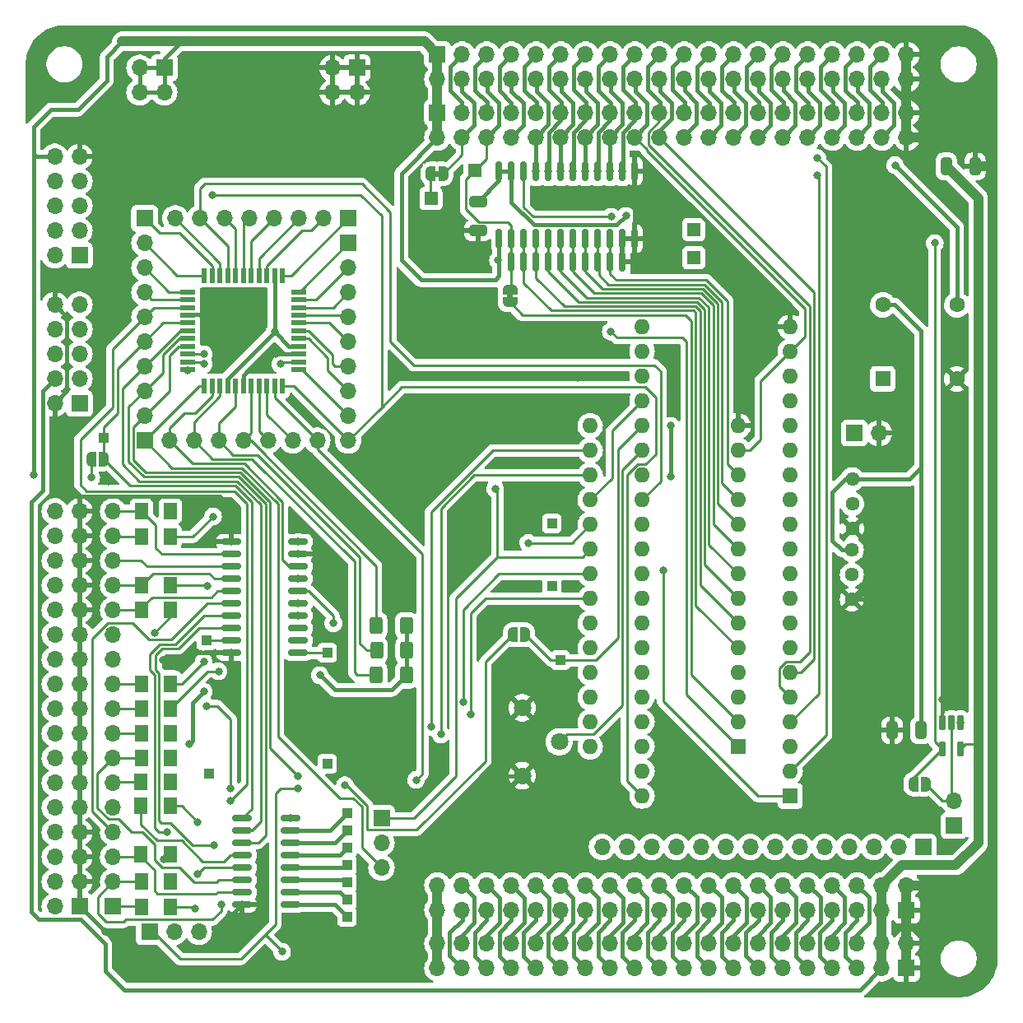
<source format=gbr>
%TF.GenerationSoftware,KiCad,Pcbnew,8.0.5-8.0.5-0~ubuntu22.04.1*%
%TF.CreationDate,2024-10-11T08:26:29+02:00*%
%TF.ProjectId,WD1771_Board,57443137-3731-45f4-926f-6172642e6b69,rev?*%
%TF.SameCoordinates,Original*%
%TF.FileFunction,Copper,L1,Top*%
%TF.FilePolarity,Positive*%
%FSLAX46Y46*%
G04 Gerber Fmt 4.6, Leading zero omitted, Abs format (unit mm)*
G04 Created by KiCad (PCBNEW 8.0.5-8.0.5-0~ubuntu22.04.1) date 2024-10-11 08:26:29*
%MOMM*%
%LPD*%
G01*
G04 APERTURE LIST*
G04 Aperture macros list*
%AMRoundRect*
0 Rectangle with rounded corners*
0 $1 Rounding radius*
0 $2 $3 $4 $5 $6 $7 $8 $9 X,Y pos of 4 corners*
0 Add a 4 corners polygon primitive as box body*
4,1,4,$2,$3,$4,$5,$6,$7,$8,$9,$2,$3,0*
0 Add four circle primitives for the rounded corners*
1,1,$1+$1,$2,$3*
1,1,$1+$1,$4,$5*
1,1,$1+$1,$6,$7*
1,1,$1+$1,$8,$9*
0 Add four rect primitives between the rounded corners*
20,1,$1+$1,$2,$3,$4,$5,0*
20,1,$1+$1,$4,$5,$6,$7,0*
20,1,$1+$1,$6,$7,$8,$9,0*
20,1,$1+$1,$8,$9,$2,$3,0*%
%AMFreePoly0*
4,1,19,0.500000,-0.750000,0.000000,-0.750000,0.000000,-0.744911,-0.071157,-0.744911,-0.207708,-0.704816,-0.327430,-0.627875,-0.420627,-0.520320,-0.479746,-0.390866,-0.500000,-0.250000,-0.500000,0.250000,-0.479746,0.390866,-0.420627,0.520320,-0.327430,0.627875,-0.207708,0.704816,-0.071157,0.744911,0.000000,0.744911,0.000000,0.750000,0.500000,0.750000,0.500000,-0.750000,0.500000,-0.750000,
$1*%
%AMFreePoly1*
4,1,19,0.000000,0.744911,0.071157,0.744911,0.207708,0.704816,0.327430,0.627875,0.420627,0.520320,0.479746,0.390866,0.500000,0.250000,0.500000,-0.250000,0.479746,-0.390866,0.420627,-0.520320,0.327430,-0.627875,0.207708,-0.704816,0.071157,-0.744911,0.000000,-0.744911,0.000000,-0.750000,-0.500000,-0.750000,-0.500000,0.750000,0.000000,0.750000,0.000000,0.744911,0.000000,0.744911,
$1*%
G04 Aperture macros list end*
%TA.AperFunction,EtchedComponent*%
%ADD10C,0.000000*%
%TD*%
%TA.AperFunction,SMDPad,CuDef*%
%ADD11RoundRect,0.150000X0.150000X-0.875000X0.150000X0.875000X-0.150000X0.875000X-0.150000X-0.875000X0*%
%TD*%
%TA.AperFunction,ComponentPad*%
%ADD12R,1.700000X1.700000*%
%TD*%
%TA.AperFunction,ComponentPad*%
%ADD13O,1.700000X1.700000*%
%TD*%
%TA.AperFunction,SMDPad,CuDef*%
%ADD14RoundRect,0.250001X-0.462499X-0.624999X0.462499X-0.624999X0.462499X0.624999X-0.462499X0.624999X0*%
%TD*%
%TA.AperFunction,ComponentPad*%
%ADD15R,1.000000X1.000000*%
%TD*%
%TA.AperFunction,SMDPad,CuDef*%
%ADD16R,1.500000X0.550000*%
%TD*%
%TA.AperFunction,SMDPad,CuDef*%
%ADD17R,0.550000X1.500000*%
%TD*%
%TA.AperFunction,ComponentPad*%
%ADD18R,1.350000X1.350000*%
%TD*%
%TA.AperFunction,SMDPad,CuDef*%
%ADD19RoundRect,0.250000X-0.325000X-0.650000X0.325000X-0.650000X0.325000X0.650000X-0.325000X0.650000X0*%
%TD*%
%TA.AperFunction,SMDPad,CuDef*%
%ADD20RoundRect,0.162500X-0.162500X0.617500X-0.162500X-0.617500X0.162500X-0.617500X0.162500X0.617500X0*%
%TD*%
%TA.AperFunction,SMDPad,CuDef*%
%ADD21FreePoly0,270.000000*%
%TD*%
%TA.AperFunction,SMDPad,CuDef*%
%ADD22FreePoly1,270.000000*%
%TD*%
%TA.AperFunction,SMDPad,CuDef*%
%ADD23RoundRect,0.150000X-0.825000X-0.150000X0.825000X-0.150000X0.825000X0.150000X-0.825000X0.150000X0*%
%TD*%
%TA.AperFunction,SMDPad,CuDef*%
%ADD24FreePoly0,0.000000*%
%TD*%
%TA.AperFunction,SMDPad,CuDef*%
%ADD25FreePoly1,0.000000*%
%TD*%
%TA.AperFunction,SMDPad,CuDef*%
%ADD26FreePoly0,180.000000*%
%TD*%
%TA.AperFunction,SMDPad,CuDef*%
%ADD27FreePoly1,180.000000*%
%TD*%
%TA.AperFunction,ComponentPad*%
%ADD28C,1.800000*%
%TD*%
%TA.AperFunction,ComponentPad*%
%ADD29R,1.600000X1.600000*%
%TD*%
%TA.AperFunction,ComponentPad*%
%ADD30O,1.600000X1.600000*%
%TD*%
%TA.AperFunction,ComponentPad*%
%ADD31C,1.600000*%
%TD*%
%TA.AperFunction,ComponentPad*%
%ADD32C,1.440000*%
%TD*%
%TA.AperFunction,SMDPad,CuDef*%
%ADD33RoundRect,0.150000X0.150000X-0.837500X0.150000X0.837500X-0.150000X0.837500X-0.150000X-0.837500X0*%
%TD*%
%TA.AperFunction,SMDPad,CuDef*%
%ADD34RoundRect,0.250000X0.400000X0.625000X-0.400000X0.625000X-0.400000X-0.625000X0.400000X-0.625000X0*%
%TD*%
%TA.AperFunction,SMDPad,CuDef*%
%ADD35RoundRect,0.250000X0.325000X0.650000X-0.325000X0.650000X-0.325000X-0.650000X0.325000X-0.650000X0*%
%TD*%
%TA.AperFunction,SMDPad,CuDef*%
%ADD36RoundRect,0.250000X-0.650000X0.325000X-0.650000X-0.325000X0.650000X-0.325000X0.650000X0.325000X0*%
%TD*%
%TA.AperFunction,SMDPad,CuDef*%
%ADD37RoundRect,0.150000X-0.837500X-0.150000X0.837500X-0.150000X0.837500X0.150000X-0.837500X0.150000X0*%
%TD*%
%TA.AperFunction,ViaPad*%
%ADD38C,0.800000*%
%TD*%
%TA.AperFunction,Conductor*%
%ADD39C,0.400000*%
%TD*%
%TA.AperFunction,Conductor*%
%ADD40C,0.250000*%
%TD*%
%TA.AperFunction,Conductor*%
%ADD41C,1.000000*%
%TD*%
G04 APERTURE END LIST*
D10*
%TA.AperFunction,EtchedComponent*%
%TO.C,JP8*%
G36*
X100122000Y-78086000D02*
G01*
X99522000Y-78086000D01*
X99522000Y-77586000D01*
X100122000Y-77586000D01*
X100122000Y-78086000D01*
G37*
%TD.AperFunction*%
%TA.AperFunction,EtchedComponent*%
%TO.C,JP9*%
G36*
X92564000Y-65578000D02*
G01*
X92064000Y-65578000D01*
X92064000Y-64978000D01*
X92564000Y-64978000D01*
X92564000Y-65578000D01*
G37*
%TD.AperFunction*%
%TD*%
D11*
%TO.P,U8,1,A->B*%
%TO.N,/R{slash}~{W}_e*%
X99983783Y-74321416D03*
%TO.P,U8,2,A0*%
%TO.N,/D0*%
X101253783Y-74321416D03*
%TO.P,U8,3,A1*%
%TO.N,/D1*%
X102523783Y-74321416D03*
%TO.P,U8,4,A2*%
%TO.N,/D2*%
X103793783Y-74321416D03*
%TO.P,U8,5,A3*%
%TO.N,/D3*%
X105063783Y-74321416D03*
%TO.P,U8,6,A4*%
%TO.N,/D4*%
X106333783Y-74321416D03*
%TO.P,U8,7,A5*%
%TO.N,/D5*%
X107603783Y-74321416D03*
%TO.P,U8,8,A6*%
%TO.N,/D6*%
X108873783Y-74321416D03*
%TO.P,U8,9,A7*%
%TO.N,/D7*%
X110143783Y-74321416D03*
%TO.P,U8,10,GND*%
%TO.N,GND*%
X111413783Y-74321416D03*
%TO.P,U8,11,B7*%
%TO.N,/DB7*%
X111413783Y-65021416D03*
%TO.P,U8,12,B6*%
%TO.N,/DB6*%
X110143783Y-65021416D03*
%TO.P,U8,13,B5*%
%TO.N,/DB5*%
X108873783Y-65021416D03*
%TO.P,U8,14,B4*%
%TO.N,/DB4*%
X107603783Y-65021416D03*
%TO.P,U8,15,B3*%
%TO.N,/DB3*%
X106333783Y-65021416D03*
%TO.P,U8,16,B2*%
%TO.N,/DB2*%
X105063783Y-65021416D03*
%TO.P,U8,17,B1*%
%TO.N,/DB1*%
X103793783Y-65021416D03*
%TO.P,U8,18,B0*%
%TO.N,/DB0*%
X102523783Y-65021416D03*
%TO.P,U8,19,CE*%
%TO.N,/Bus/~{DOE}*%
X101253783Y-65021416D03*
%TO.P,U8,20,VCC*%
%TO.N,+3V3*%
X99983783Y-65021416D03*
%TD*%
D12*
%TO.P,J30,1,Pin_1*%
%TO.N,+5V*%
X64262000Y-54356000D03*
D13*
%TO.P,J30,2,Pin_2*%
X61722000Y-54356000D03*
%TO.P,J30,3,Pin_3*%
X64262000Y-56896000D03*
%TO.P,J30,4,Pin_4*%
X61722000Y-56896000D03*
%TD*%
D14*
%TO.P,D12,1,K*%
%TO.N,/~{DS3}*%
X61885500Y-135255000D03*
%TO.P,D12,2,A*%
%TO.N,Net-(D12-A)*%
X64860500Y-135255000D03*
%TD*%
D15*
%TO.P,J29,1,Pin_1*%
%TO.N,Net-(J29-Pin_1)*%
X83058000Y-131064000D03*
%TD*%
D16*
%TO.P,U4,1,I/O/GCK3*%
%TO.N,/NMICP*%
X66705000Y-77420000D03*
%TO.P,U4,2,M15*%
%TO.N,/INTCP*%
X66705000Y-78220000D03*
%TO.P,U4,3,M17*%
%TO.N,/DSKRDY#*%
X66705000Y-79020000D03*
%TO.P,U4,4,GND*%
%TO.N,GND*%
X66705000Y-79820000D03*
%TO.P,U4,5,M2*%
%TO.N,/ZZ5*%
X66705000Y-80620000D03*
%TO.P,U4,6,M5*%
%TO.N,/DSB*%
X66705000Y-81420000D03*
%TO.P,U4,7,M8*%
%TO.N,/DSA*%
X66705000Y-82220000D03*
%TO.P,U4,8,M9*%
%TO.N,/SIDE1#*%
X66705000Y-83020000D03*
%TO.P,U4,9,TDI*%
%TO.N,/TDI*%
X66705000Y-83820000D03*
%TO.P,U4,10,TMS*%
%TO.N,/TMS*%
X66705000Y-84620000D03*
%TO.P,U4,11,TCK*%
%TO.N,/TCK*%
X66705000Y-85420000D03*
D17*
%TO.P,U4,12,M11*%
%TO.N,/MOTCP*%
X68405000Y-87120000D03*
%TO.P,U4,13,M14*%
%TO.N,/ZZ13*%
X69205000Y-87120000D03*
%TO.P,U4,14,M15*%
%TO.N,/INTRQ*%
X70005000Y-87120000D03*
%TO.P,U4,15,VCC*%
%TO.N,+3V3*%
X70805000Y-87120000D03*
%TO.P,U4,16,M17*%
%TO.N,/DRQ*%
X71605000Y-87120000D03*
%TO.P,U4,17,GND*%
%TO.N,GND*%
X72405000Y-87120000D03*
%TO.P,U4,18,M16*%
%TO.N,/ZZ18*%
X73205000Y-87120000D03*
%TO.P,U4,19,M2*%
%TO.N,/WG#*%
X74005000Y-87120000D03*
%TO.P,U4,20,M5*%
%TO.N,/MOTFDC*%
X74805000Y-87120000D03*
%TO.P,U4,21,M8*%
%TO.N,/CLK1*%
X75605000Y-87120000D03*
%TO.P,U4,22,M11*%
%TO.N,/HLT*%
X76405000Y-87120000D03*
D16*
%TO.P,U4,23,M14*%
%TO.N,/FDCCLK*%
X78105000Y-85420000D03*
%TO.P,U4,24,TDO*%
%TO.N,/TDO*%
X78105000Y-84620000D03*
%TO.P,U4,25,GND*%
%TO.N,GND*%
X78105000Y-83820000D03*
%TO.P,U4,26,VCCIO*%
%TO.N,+3V3*%
X78105000Y-83020000D03*
%TO.P,U4,27,M15*%
%TO.N,/ZZ27*%
X78105000Y-82220000D03*
%TO.P,U4,28,M17*%
%TO.N,/RW*%
X78105000Y-81420000D03*
%TO.P,U4,29,M2*%
%TO.N,/DB7*%
X78105000Y-80620000D03*
%TO.P,U4,30,M5*%
%TO.N,/DB6*%
X78105000Y-79820000D03*
%TO.P,U4,31,M6*%
%TO.N,/DB5*%
X78105000Y-79020000D03*
%TO.P,U4,32,M8*%
%TO.N,/DB4*%
X78105000Y-78220000D03*
%TO.P,U4,33,I/O/GSR*%
%TO.N,/DB3*%
X78105000Y-77420000D03*
D17*
%TO.P,U4,34,I/O/GTS2*%
%TO.N,/DB2*%
X76405000Y-75720000D03*
%TO.P,U4,35,VCC*%
%TO.N,+3V3*%
X75605000Y-75720000D03*
%TO.P,U4,36,I/O/GTS1*%
%TO.N,/DB1*%
X74805000Y-75720000D03*
%TO.P,U4,37,M15*%
%TO.N,/DB0*%
X74005000Y-75720000D03*
%TO.P,U4,38,M17*%
%TO.N,/E*%
X73205000Y-75720000D03*
%TO.P,U4,39,M1*%
%TO.N,/A3*%
X72405000Y-75720000D03*
%TO.P,U4,40,M5*%
%TO.N,/ZZ40*%
X71605000Y-75720000D03*
%TO.P,U4,41,M6*%
%TO.N,/HLD*%
X70805000Y-75720000D03*
%TO.P,U4,42,M8*%
%TO.N,/DRV*%
X70005000Y-75720000D03*
%TO.P,U4,43,I/O/GCK1*%
%TO.N,/CLK8M*%
X69205000Y-75720000D03*
%TO.P,U4,44,I/O/GCK2*%
%TO.N,/SIDECP*%
X68405000Y-75720000D03*
%TD*%
D12*
%TO.P,J15,1,Pin_1*%
%TO.N,/DB3*%
X83185000Y-72390000D03*
D13*
%TO.P,J15,2,Pin_2*%
%TO.N,/DB4*%
X83185000Y-74930000D03*
%TO.P,J15,3,Pin_3*%
%TO.N,/DB5*%
X83185000Y-77470000D03*
%TO.P,J15,4,Pin_4*%
%TO.N,/DB6*%
X83185000Y-80010000D03*
%TO.P,J15,5,Pin_5*%
%TO.N,/DB7*%
X83185000Y-82550000D03*
%TO.P,J15,6,Pin_6*%
%TO.N,/RW*%
X83185000Y-85090000D03*
%TO.P,J15,7,Pin_7*%
%TO.N,/ZZ27*%
X83185000Y-87630000D03*
%TO.P,J15,8,Pin_8*%
%TO.N,/FDCCLK*%
X83185000Y-90170000D03*
%TO.P,J15,9,Pin_9*%
%TO.N,/HLT*%
X83185000Y-92710000D03*
%TD*%
D18*
%TO.P,J8,1,Pin_1*%
%TO.N,/E*%
X91694000Y-67818000D03*
%TD*%
D12*
%TO.P,J1,1,Pin_1*%
%TO.N,+5V*%
X92367000Y-53000000D03*
D13*
%TO.P,J1,2,Pin_2*%
X92367000Y-55540000D03*
%TO.P,J1,3,Pin_3*%
%TO.N,/PHI1_e*%
X94907000Y-53000000D03*
%TO.P,J1,4,Pin_4*%
%TO.N,/PHI2_e*%
X94907000Y-55540000D03*
%TO.P,J1,5,Pin_5*%
%TO.N,/~{IORD}*%
X97447000Y-53000000D03*
%TO.P,J1,6,Pin_6*%
%TO.N,/R{slash}~{W}_e*%
X97447000Y-55540000D03*
%TO.P,J1,7,Pin_7*%
%TO.N,/~{MRD}*%
X99987000Y-53000000D03*
%TO.P,J1,8,Pin_8*%
%TO.N,/~{MWR}*%
X99987000Y-55540000D03*
%TO.P,J1,9,Pin_9*%
%TO.N,/~{IOWR}*%
X102527000Y-53000000D03*
%TO.P,J1,10,Pin_10*%
%TO.N,/DB0*%
X102527000Y-55540000D03*
%TO.P,J1,11,Pin_11*%
%TO.N,/DB1*%
X105067000Y-53000000D03*
%TO.P,J1,12,Pin_12*%
%TO.N,/DB2*%
X105067000Y-55540000D03*
%TO.P,J1,13,Pin_13*%
%TO.N,/DB3*%
X107607000Y-53000000D03*
%TO.P,J1,14,Pin_14*%
%TO.N,/DB4*%
X107607000Y-55540000D03*
%TO.P,J1,15,Pin_15*%
%TO.N,/DB5*%
X110147000Y-53000000D03*
%TO.P,J1,16,Pin_16*%
%TO.N,/DB6*%
X110147000Y-55540000D03*
%TO.P,J1,17,Pin_17*%
%TO.N,/DB7*%
X112687000Y-53000000D03*
%TO.P,J1,18,Pin_18*%
%TO.N,/ZZ40*%
X112687000Y-55540000D03*
%TO.P,J1,19,Pin_19*%
%TO.N,/A0*%
X115227000Y-53000000D03*
%TO.P,J1,20,Pin_20*%
%TO.N,/A1*%
X115227000Y-55540000D03*
%TO.P,J1,21,Pin_21*%
%TO.N,/A2*%
X117767000Y-53000000D03*
%TO.P,J1,22,Pin_22*%
%TO.N,/A3*%
X117767000Y-55540000D03*
%TO.P,J1,23,Pin_23*%
%TO.N,/A4*%
X120307000Y-53000000D03*
%TO.P,J1,24,Pin_24*%
%TO.N,/A5*%
X120307000Y-55540000D03*
%TO.P,J1,25,Pin_25*%
%TO.N,/A6*%
X122847000Y-53000000D03*
%TO.P,J1,26,Pin_26*%
%TO.N,/A7*%
X122847000Y-55540000D03*
%TO.P,J1,27,Pin_27*%
%TO.N,/A8*%
X125387000Y-53000000D03*
%TO.P,J1,28,Pin_28*%
%TO.N,/A9*%
X125387000Y-55540000D03*
%TO.P,J1,29,Pin_29*%
%TO.N,/A10*%
X127927000Y-53000000D03*
%TO.P,J1,30,Pin_30*%
%TO.N,/A11*%
X127927000Y-55540000D03*
%TO.P,J1,31,Pin_31*%
%TO.N,/A12*%
X130467000Y-53000000D03*
%TO.P,J1,32,Pin_32*%
%TO.N,/A13*%
X130467000Y-55540000D03*
%TO.P,J1,33,Pin_33*%
%TO.N,/A14*%
X133007000Y-53000000D03*
%TO.P,J1,34,Pin_34*%
%TO.N,/A15*%
X133007000Y-55540000D03*
%TO.P,J1,35,Pin_35*%
%TO.N,/A16*%
X135547000Y-53000000D03*
%TO.P,J1,36,Pin_36*%
%TO.N,/A17*%
X135547000Y-55540000D03*
%TO.P,J1,37,Pin_37*%
%TO.N,/A18*%
X138087000Y-53000000D03*
%TO.P,J1,38,Pin_38*%
%TO.N,/A19*%
X138087000Y-55540000D03*
%TO.P,J1,39,Pin_39*%
%TO.N,GND*%
X140627000Y-53000000D03*
%TO.P,J1,40,Pin_40*%
X140627000Y-55540000D03*
%TD*%
D12*
%TO.P,JP6,1,A*%
%TO.N,/~{5}{slash}8*%
X135255000Y-91948000D03*
D13*
%TO.P,JP6,2,B*%
%TO.N,GND*%
X137795000Y-91948000D03*
%TD*%
D12*
%TO.P,J12,1,Pin_1*%
%TO.N,GND*%
X55540000Y-140627000D03*
D13*
%TO.P,J12,2,Pin_2*%
%TO.N,/~{DSKRDY}{slash}DENSEL*%
X53000000Y-140627000D03*
%TO.P,J12,3,Pin_3*%
%TO.N,GND*%
X55540000Y-138087000D03*
%TO.P,J12,4,Pin_4*%
%TO.N,/INUSE*%
X53000000Y-138087000D03*
%TO.P,J12,5,Pin_5*%
%TO.N,GND*%
X55540000Y-135547000D03*
%TO.P,J12,6,Pin_6*%
%TO.N,/~{DS3}*%
X53000000Y-135547000D03*
%TO.P,J12,7,Pin_7*%
%TO.N,GND*%
X55540000Y-133007000D03*
%TO.P,J12,8,Pin_8*%
%TO.N,/~{IDX}*%
X53000000Y-133007000D03*
%TO.P,J12,9,Pin_9*%
%TO.N,GND*%
X55540000Y-130467000D03*
%TO.P,J12,10,Pin_10*%
%TO.N,/~{DS0}*%
X53000000Y-130467000D03*
%TO.P,J12,11,Pin_11*%
%TO.N,GND*%
X55540000Y-127927000D03*
%TO.P,J12,12,Pin_12*%
%TO.N,/~{DS1}*%
X53000000Y-127927000D03*
%TO.P,J12,13,Pin_13*%
%TO.N,GND*%
X55540000Y-125387000D03*
%TO.P,J12,14,Pin_14*%
%TO.N,/~{DS2}*%
X53000000Y-125387000D03*
%TO.P,J12,15,Pin_15*%
%TO.N,GND*%
X55540000Y-122847000D03*
%TO.P,J12,16,Pin_16*%
%TO.N,/~{MOT}*%
X53000000Y-122847000D03*
%TO.P,J12,17,Pin_17*%
%TO.N,GND*%
X55540000Y-120307000D03*
%TO.P,J12,18,Pin_18*%
%TO.N,/~{DIR}*%
X53000000Y-120307000D03*
%TO.P,J12,19,Pin_19*%
%TO.N,GND*%
X55540000Y-117767000D03*
%TO.P,J12,20,Pin_20*%
%TO.N,/~{STEP}*%
X53000000Y-117767000D03*
%TO.P,J12,21,Pin_21*%
%TO.N,GND*%
X55540000Y-115227000D03*
%TO.P,J12,22,Pin_22*%
%TO.N,/~{WDAT}*%
X53000000Y-115227000D03*
%TO.P,J12,23,Pin_23*%
%TO.N,GND*%
X55540000Y-112687000D03*
%TO.P,J12,24,Pin_24*%
%TO.N,/~{WREN}*%
X53000000Y-112687000D03*
%TO.P,J12,25,Pin_25*%
%TO.N,GND*%
X55540000Y-110147000D03*
%TO.P,J12,26,Pin_26*%
%TO.N,/~{TRK00}*%
X53000000Y-110147000D03*
%TO.P,J12,27,Pin_27*%
%TO.N,GND*%
X55540000Y-107607000D03*
%TO.P,J12,28,Pin_28*%
%TO.N,/~{WPT}*%
X53000000Y-107607000D03*
%TO.P,J12,29,Pin_29*%
%TO.N,GND*%
X55540000Y-105067000D03*
%TO.P,J12,30,Pin_30*%
%TO.N,/~{RDAT}*%
X53000000Y-105067000D03*
%TO.P,J12,31,Pin_31*%
%TO.N,GND*%
X55540000Y-102527000D03*
%TO.P,J12,32,Pin_32*%
%TO.N,/~{SIDE1}*%
X53000000Y-102527000D03*
%TO.P,J12,33,Pin_33*%
%TO.N,GND*%
X55540000Y-99987000D03*
%TO.P,J12,34,Pin_34*%
%TO.N,/~{DSKCHG}*%
X53000000Y-99987000D03*
%TD*%
D19*
%TO.P,C3,1*%
%TO.N,+3V3*%
X144725000Y-64500000D03*
%TO.P,C3,2*%
%TO.N,GND*%
X147675000Y-64500000D03*
%TD*%
D14*
%TO.P,D6,1,K*%
%TO.N,/~{DIR}*%
X61922000Y-120269000D03*
%TO.P,D6,2,A*%
%TO.N,Net-(D6-A)*%
X64897000Y-120269000D03*
%TD*%
D20*
%TO.P,U5,1*%
%TO.N,/~{CE1}*%
X146172000Y-121760000D03*
%TO.P,U5,2*%
%TO.N,/ZZ27*%
X145222000Y-121760000D03*
%TO.P,U5,3,GND*%
%TO.N,GND*%
X144272000Y-121760000D03*
%TO.P,U5,4*%
%TO.N,/Bus/~{DOE}*%
X144272000Y-124460000D03*
%TO.P,U5,5,VCC*%
%TO.N,+3V3*%
X146172000Y-124460000D03*
%TD*%
D21*
%TO.P,JP8,1,A*%
%TO.N,/R{slash}~{W}_e*%
X99822000Y-77186000D03*
D22*
%TO.P,JP8,2,B*%
%TO.N,/RW*%
X99822000Y-78486000D03*
%TD*%
D12*
%TO.P,JP3,1,A*%
%TO.N,/MOTFDC*%
X86614000Y-131572000D03*
D13*
%TO.P,JP3,2,C*%
%TO.N,/MOT#*%
X86614000Y-134112000D03*
%TO.P,JP3,3,B*%
%TO.N,/MOTCP*%
X86614000Y-136652000D03*
%TD*%
D18*
%TO.P,J9,1,Pin_1*%
%TO.N,/RW*%
X118745000Y-73914000D03*
%TD*%
D12*
%TO.P,J4,1,Pin_1*%
%TO.N,GND*%
X140627000Y-141000000D03*
D13*
%TO.P,J4,2,Pin_2*%
X140627000Y-138460000D03*
%TO.P,J4,3,Pin_3*%
%TO.N,+3V3*%
X138087000Y-141000000D03*
%TO.P,J4,4,Pin_4*%
X138087000Y-138460000D03*
%TO.P,J4,5,Pin_5*%
%TO.N,/Bus/~{CE_EXT1}*%
X135547000Y-141000000D03*
%TO.P,J4,6,Pin_6*%
%TO.N,/Bus/~{CE_EXT0}*%
X135547000Y-138460000D03*
%TO.P,J4,7,Pin_7*%
%TO.N,/Bus/~{CE_EXT3}*%
X133007000Y-141000000D03*
%TO.P,J4,8,Pin_8*%
%TO.N,/Bus/~{CE_EXT2}*%
X133007000Y-138460000D03*
%TO.P,J4,9,Pin_9*%
%TO.N,/Bus/~{CE_EXT5}*%
X130467000Y-141000000D03*
%TO.P,J4,10,Pin_10*%
%TO.N,/Bus/~{CE_EXT4}*%
X130467000Y-138460000D03*
%TO.P,J4,11,Pin_11*%
%TO.N,/Bus/~{CE_EXT7}*%
X127927000Y-141000000D03*
%TO.P,J4,12,Pin_12*%
%TO.N,/Bus/~{CE_EXT6}*%
X127927000Y-138460000D03*
%TO.P,J4,13,Pin_13*%
%TO.N,/Bus/~{CE_EXT9}*%
X125387000Y-141000000D03*
%TO.P,J4,14,Pin_14*%
%TO.N,/Bus/~{CE_EXT8}*%
X125387000Y-138460000D03*
%TO.P,J4,15,Pin_15*%
%TO.N,/Bus/~{CE_EXT11}*%
X122847000Y-141000000D03*
%TO.P,J4,16,Pin_16*%
%TO.N,/Bus/~{CE_EXT10}*%
X122847000Y-138460000D03*
%TO.P,J4,17,Pin_17*%
%TO.N,/Bus/~{CE_EXT13}*%
X120307000Y-141000000D03*
%TO.P,J4,18,Pin_18*%
%TO.N,/Bus/~{CE_EXT12}*%
X120307000Y-138460000D03*
%TO.P,J4,19,Pin_19*%
%TO.N,/RES4*%
X117767000Y-141000000D03*
%TO.P,J4,20,Pin_20*%
%TO.N,/RES5*%
X117767000Y-138460000D03*
%TO.P,J4,21,Pin_21*%
%TO.N,/RES2*%
X115227000Y-141000000D03*
%TO.P,J4,22,Pin_22*%
%TO.N,/RES3*%
X115227000Y-138460000D03*
%TO.P,J4,23,Pin_23*%
%TO.N,/RES0*%
X112687000Y-141000000D03*
%TO.P,J4,24,Pin_24*%
%TO.N,/RES1*%
X112687000Y-138460000D03*
%TO.P,J4,25,Pin_25*%
%TO.N,/CLK1*%
X110147000Y-141000000D03*
%TO.P,J4,26,Pin_26*%
%TO.N,/~{BUSFREE}*%
X110147000Y-138460000D03*
%TO.P,J4,27,Pin_27*%
%TO.N,/CLKF*%
X107607000Y-141000000D03*
%TO.P,J4,28,Pin_28*%
%TO.N,/CLKS*%
X107607000Y-138460000D03*
%TO.P,J4,29,Pin_29*%
%TO.N,/~{PH0}*%
X105067000Y-141000000D03*
%TO.P,J4,30,Pin_30*%
%TO.N,/PH0*%
X105067000Y-138460000D03*
%TO.P,J4,31,Pin_31*%
%TO.N,/SDA*%
X102527000Y-141000000D03*
%TO.P,J4,32,Pin_32*%
%TO.N,/SCL*%
X102527000Y-138460000D03*
%TO.P,J4,33,Pin_33*%
%TO.N,/TX1*%
X99987000Y-141000000D03*
%TO.P,J4,34,Pin_34*%
%TO.N,/RX1*%
X99987000Y-138460000D03*
%TO.P,J4,35,Pin_35*%
%TO.N,/TX0*%
X97447000Y-141000000D03*
%TO.P,J4,36,Pin_36*%
%TO.N,/RX0*%
X97447000Y-138460000D03*
%TO.P,J4,37,Pin_37*%
%TO.N,/TXSTM*%
X94907000Y-141000000D03*
%TO.P,J4,38,Pin_38*%
%TO.N,/RXSTM*%
X94907000Y-138460000D03*
%TO.P,J4,39,Pin_39*%
%TO.N,+5VA*%
X92367000Y-141000000D03*
%TO.P,J4,40,Pin_40*%
X92367000Y-138460000D03*
%TD*%
D12*
%TO.P,J31,1,Pin_1*%
%TO.N,GND*%
X84094000Y-54376000D03*
D13*
%TO.P,J31,2,Pin_2*%
X81554000Y-54376000D03*
%TO.P,J31,3,Pin_3*%
X84094000Y-56916000D03*
%TO.P,J31,4,Pin_4*%
X81554000Y-56916000D03*
%TD*%
D15*
%TO.P,J28,1,Pin_1*%
%TO.N,Net-(J28-Pin_1)*%
X83058000Y-132842000D03*
%TD*%
D12*
%TO.P,J7,1,Pin_1*%
%TO.N,/DB2*%
X83185000Y-69850000D03*
D13*
%TO.P,J7,2,Pin_2*%
%TO.N,/DB1*%
X80645000Y-69850000D03*
%TO.P,J7,3,Pin_3*%
%TO.N,/DB0*%
X78105000Y-69850000D03*
%TO.P,J7,4,Pin_4*%
%TO.N,/E*%
X75565000Y-69850000D03*
%TO.P,J7,5,Pin_5*%
%TO.N,/A3*%
X73025000Y-69850000D03*
%TO.P,J7,6,Pin_6*%
%TO.N,/ZZ40*%
X70485000Y-69850000D03*
%TO.P,J7,7,Pin_7*%
%TO.N,/HLD*%
X67945000Y-69850000D03*
%TO.P,J7,8,Pin_8*%
%TO.N,/DRV*%
X65405000Y-69850000D03*
%TD*%
D15*
%TO.P,J18,1,Pin_1*%
%TO.N,Net-(J18-Pin_1)*%
X81026000Y-114554000D03*
%TD*%
D23*
%TO.P,U6,1,E*%
%TO.N,/ZZ5*%
X72266000Y-131572000D03*
%TO.P,U6,2,A0*%
%TO.N,/DSB*%
X72266000Y-132842000D03*
%TO.P,U6,3,A1*%
%TO.N,/DSA*%
X72266000Y-134112000D03*
%TO.P,U6,4,O0*%
%TO.N,/~{DS0}*%
X72266000Y-135382000D03*
%TO.P,U6,5,O1*%
%TO.N,/~{DS1}*%
X72266000Y-136652000D03*
%TO.P,U6,6,O2*%
%TO.N,/~{DS2}*%
X72266000Y-137922000D03*
%TO.P,U6,7,O3*%
%TO.N,/~{DS3}*%
X72266000Y-139192000D03*
%TO.P,U6,8,GND*%
%TO.N,GND*%
X72266000Y-140462000D03*
%TO.P,U6,9,O3*%
%TO.N,Net-(J22-Pin_1)*%
X77216000Y-140462000D03*
%TO.P,U6,10,O2*%
%TO.N,Net-(J23-Pin_1)*%
X77216000Y-139192000D03*
%TO.P,U6,11,O1*%
%TO.N,Net-(J25-Pin_1)*%
X77216000Y-137922000D03*
%TO.P,U6,12,O0*%
%TO.N,Net-(J24-Pin_1)*%
X77216000Y-136652000D03*
%TO.P,U6,13,A1*%
%TO.N,Net-(J27-Pin_1)*%
X77216000Y-135382000D03*
%TO.P,U6,14,A0*%
%TO.N,Net-(J28-Pin_1)*%
X77216000Y-134112000D03*
%TO.P,U6,15,E*%
%TO.N,Net-(J29-Pin_1)*%
X77216000Y-132842000D03*
%TO.P,U6,16,VCC*%
%TO.N,+5V*%
X77216000Y-131572000D03*
%TD*%
D15*
%TO.P,J17,1,Pin_1*%
%TO.N,Net-(J17-Pin_1)*%
X68834000Y-127000000D03*
%TD*%
D12*
%TO.P,JP1,1,A*%
%TO.N,/~{DSKRDY}*%
X62738000Y-143256000D03*
D13*
%TO.P,JP1,2,C*%
%TO.N,/~{DSKRDY}{slash}DENSEL*%
X65278000Y-143256000D03*
%TO.P,JP1,3,B*%
%TO.N,/DENSEL*%
X67818000Y-143256000D03*
%TD*%
D18*
%TO.P,J10,1,Pin_1*%
%TO.N,/Bus/~{DOE}*%
X118745000Y-70993000D03*
%TD*%
D24*
%TO.P,JP2,1,A*%
%TO.N,/~{MOT}*%
X56754000Y-94615000D03*
D25*
%TO.P,JP2,2,B*%
%TO.N,/ZZ5*%
X58054000Y-94615000D03*
%TD*%
D15*
%TO.P,J27,1,Pin_1*%
%TO.N,Net-(J27-Pin_1)*%
X83058000Y-134620000D03*
%TD*%
%TO.P,J34,1,Pin_1*%
%TO.N,/READY*%
X104140000Y-107696000D03*
%TD*%
%TO.P,J20,1,Pin_1*%
%TO.N,Net-(J20-Pin_1)*%
X81026000Y-125984000D03*
%TD*%
D26*
%TO.P,JP4,1,A*%
%TO.N,/ZZ27*%
X142625000Y-128050000D03*
D27*
%TO.P,JP4,2,B*%
%TO.N,/Bus/~{DOE}*%
X141325000Y-128050000D03*
%TD*%
D14*
%TO.P,D5,1,K*%
%TO.N,/~{TRK00}*%
X61922000Y-110109000D03*
%TO.P,D5,2,A*%
%TO.N,Net-(D5-A)*%
X64897000Y-110109000D03*
%TD*%
%TO.P,D14,1,K*%
%TO.N,/~{DSKRDY}{slash}DENSEL*%
X61904500Y-140678000D03*
%TO.P,D14,2,A*%
%TO.N,Net-(D14-A)*%
X64879500Y-140678000D03*
%TD*%
%TO.P,D11,1,K*%
%TO.N,/~{DS0}*%
X61885500Y-130302000D03*
%TO.P,D11,2,A*%
%TO.N,Net-(D11-A)*%
X64860500Y-130302000D03*
%TD*%
D24*
%TO.P,JP7,1,A*%
%TO.N,/SIDE1#*%
X100096800Y-112674400D03*
D25*
%TO.P,JP7,2,B*%
%TO.N,Net-(J35-Pin_1)*%
X101396800Y-112674400D03*
%TD*%
D14*
%TO.P,D8,1,K*%
%TO.N,/~{MOT}*%
X61922000Y-122809000D03*
%TO.P,D8,2,A*%
%TO.N,Net-(D8-A)*%
X64897000Y-122809000D03*
%TD*%
D18*
%TO.P,J5,1,Pin_1*%
%TO.N,/R{slash}~{W}_e*%
X96225000Y-64925000D03*
%TD*%
D12*
%TO.P,J26,1,Pin_1*%
%TO.N,/~{CE1}*%
X145517000Y-132314000D03*
D13*
%TO.P,J26,2,Pin_2*%
%TO.N,/ZZ27*%
X145517000Y-129774000D03*
%TD*%
D12*
%TO.P,J2,1,Pin_1*%
%TO.N,GND*%
X140627000Y-147000000D03*
D13*
%TO.P,J2,2,Pin_2*%
X140627000Y-144460000D03*
%TO.P,J2,3,Pin_3*%
%TO.N,+3V3*%
X138087000Y-147000000D03*
%TO.P,J2,4,Pin_4*%
X138087000Y-144460000D03*
%TO.P,J2,5,Pin_5*%
%TO.N,/Bus/~{CE_EXT1}*%
X135547000Y-147000000D03*
%TO.P,J2,6,Pin_6*%
%TO.N,/Bus/~{CE_EXT0}*%
X135547000Y-144460000D03*
%TO.P,J2,7,Pin_7*%
%TO.N,/Bus/~{CE_EXT3}*%
X133007000Y-147000000D03*
%TO.P,J2,8,Pin_8*%
%TO.N,/Bus/~{CE_EXT2}*%
X133007000Y-144460000D03*
%TO.P,J2,9,Pin_9*%
%TO.N,/Bus/~{CE_EXT5}*%
X130467000Y-147000000D03*
%TO.P,J2,10,Pin_10*%
%TO.N,/Bus/~{CE_EXT4}*%
X130467000Y-144460000D03*
%TO.P,J2,11,Pin_11*%
%TO.N,/Bus/~{CE_EXT7}*%
X127927000Y-147000000D03*
%TO.P,J2,12,Pin_12*%
%TO.N,/Bus/~{CE_EXT6}*%
X127927000Y-144460000D03*
%TO.P,J2,13,Pin_13*%
%TO.N,/Bus/~{CE_EXT9}*%
X125387000Y-147000000D03*
%TO.P,J2,14,Pin_14*%
%TO.N,/Bus/~{CE_EXT8}*%
X125387000Y-144460000D03*
%TO.P,J2,15,Pin_15*%
%TO.N,/Bus/~{CE_EXT11}*%
X122847000Y-147000000D03*
%TO.P,J2,16,Pin_16*%
%TO.N,/Bus/~{CE_EXT10}*%
X122847000Y-144460000D03*
%TO.P,J2,17,Pin_17*%
%TO.N,/Bus/~{CE_EXT13}*%
X120307000Y-147000000D03*
%TO.P,J2,18,Pin_18*%
%TO.N,/Bus/~{CE_EXT12}*%
X120307000Y-144460000D03*
%TO.P,J2,19,Pin_19*%
%TO.N,/RES4*%
X117767000Y-147000000D03*
%TO.P,J2,20,Pin_20*%
%TO.N,/RES5*%
X117767000Y-144460000D03*
%TO.P,J2,21,Pin_21*%
%TO.N,/RES2*%
X115227000Y-147000000D03*
%TO.P,J2,22,Pin_22*%
%TO.N,/RES3*%
X115227000Y-144460000D03*
%TO.P,J2,23,Pin_23*%
%TO.N,/RES0*%
X112687000Y-147000000D03*
%TO.P,J2,24,Pin_24*%
%TO.N,/RES1*%
X112687000Y-144460000D03*
%TO.P,J2,25,Pin_25*%
%TO.N,/CLK1*%
X110147000Y-147000000D03*
%TO.P,J2,26,Pin_26*%
%TO.N,/~{BUSFREE}*%
X110147000Y-144460000D03*
%TO.P,J2,27,Pin_27*%
%TO.N,/CLKF*%
X107607000Y-147000000D03*
%TO.P,J2,28,Pin_28*%
%TO.N,/CLKS*%
X107607000Y-144460000D03*
%TO.P,J2,29,Pin_29*%
%TO.N,/~{PH0}*%
X105067000Y-147000000D03*
%TO.P,J2,30,Pin_30*%
%TO.N,/PH0*%
X105067000Y-144460000D03*
%TO.P,J2,31,Pin_31*%
%TO.N,/SDA*%
X102527000Y-147000000D03*
%TO.P,J2,32,Pin_32*%
%TO.N,/SCL*%
X102527000Y-144460000D03*
%TO.P,J2,33,Pin_33*%
%TO.N,/TX1*%
X99987000Y-147000000D03*
%TO.P,J2,34,Pin_34*%
%TO.N,/RX1*%
X99987000Y-144460000D03*
%TO.P,J2,35,Pin_35*%
%TO.N,/TX0*%
X97447000Y-147000000D03*
%TO.P,J2,36,Pin_36*%
%TO.N,/RX0*%
X97447000Y-144460000D03*
%TO.P,J2,37,Pin_37*%
%TO.N,/TXSTM*%
X94907000Y-147000000D03*
%TO.P,J2,38,Pin_38*%
%TO.N,/RXSTM*%
X94907000Y-144460000D03*
%TO.P,J2,39,Pin_39*%
%TO.N,+5VA*%
X92367000Y-147000000D03*
%TO.P,J2,40,Pin_40*%
X92367000Y-144460000D03*
%TD*%
D12*
%TO.P,J32,1,Pin_1*%
%TO.N,/NMICP*%
X55540000Y-73660000D03*
D13*
%TO.P,J32,2,Pin_2*%
%TO.N,/INTCP*%
X53000000Y-73660000D03*
%TO.P,J32,3,Pin_3*%
%TO.N,/SIDECP*%
X55540000Y-71120000D03*
%TO.P,J32,4,Pin_4*%
%TO.N,/DRV*%
X53000000Y-71120000D03*
%TO.P,J32,5,Pin_5*%
%TO.N,/HLD*%
X55540000Y-68580000D03*
%TO.P,J32,6,Pin_6*%
%TO.N,/HLT*%
X53000000Y-68580000D03*
%TO.P,J32,7,Pin_7*%
%TO.N,unconnected-(J32-Pin_7-Pad7)*%
X55540000Y-66040000D03*
%TO.P,J32,8,Pin_8*%
%TO.N,unconnected-(J32-Pin_8-Pad8)*%
X53000000Y-66040000D03*
%TO.P,J32,9,Pin_9*%
%TO.N,GND*%
X55540000Y-63500000D03*
%TO.P,J32,10,Pin_10*%
%TO.N,+5V*%
X53000000Y-63500000D03*
%TD*%
D12*
%TO.P,J14,1,Pin_1*%
%TO.N,/TCK*%
X55540000Y-88900000D03*
D13*
%TO.P,J14,2,Pin_2*%
%TO.N,GND*%
X53000000Y-88900000D03*
%TO.P,J14,3,Pin_3*%
%TO.N,/TDO*%
X55540000Y-86360000D03*
%TO.P,J14,4,Pin_4*%
%TO.N,+3V3*%
X53000000Y-86360000D03*
%TO.P,J14,5,Pin_5*%
%TO.N,/TMS*%
X55540000Y-83820000D03*
%TO.P,J14,6,Pin_6*%
%TO.N,unconnected-(J14-Pin_6-Pad6)*%
X53000000Y-83820000D03*
%TO.P,J14,7,Pin_7*%
%TO.N,unconnected-(J14-Pin_7-Pad7)*%
X55540000Y-81280000D03*
%TO.P,J14,8,Pin_8*%
%TO.N,unconnected-(J14-Pin_8-Pad8)*%
X53000000Y-81280000D03*
%TO.P,J14,9,Pin_9*%
%TO.N,/TDI*%
X55540000Y-78740000D03*
%TO.P,J14,10,Pin_10*%
%TO.N,GND*%
X53000000Y-78740000D03*
%TD*%
D28*
%TO.P,C9,1*%
%TO.N,Net-(U7-VCO)*%
X104902000Y-123698000D03*
%TO.P,C9,2*%
%TO.N,GND*%
X101092000Y-120205500D03*
X101092000Y-127190500D03*
%TD*%
D14*
%TO.P,D10,1,K*%
%TO.N,/~{DS1}*%
X61883500Y-127824000D03*
%TO.P,D10,2,A*%
%TO.N,Net-(D10-A)*%
X64858500Y-127824000D03*
%TD*%
%TO.P,D2,1,K*%
%TO.N,/~{DSKCHG}*%
X61922000Y-99949000D03*
%TO.P,D2,2,A*%
%TO.N,Net-(D2-A)*%
X64897000Y-99949000D03*
%TD*%
D15*
%TO.P,J22,1,Pin_1*%
%TO.N,Net-(J22-Pin_1)*%
X83058000Y-141732000D03*
%TD*%
%TO.P,J33,1,Pin_1*%
%TO.N,Net-(J33-Pin_1)*%
X104140000Y-101219000D03*
%TD*%
D14*
%TO.P,D4,1,K*%
%TO.N,/~{WPT}*%
X61922000Y-107569000D03*
%TO.P,D4,2,A*%
%TO.N,Net-(D4-A)*%
X64897000Y-107569000D03*
%TD*%
D29*
%TO.P,U3,1,~{CS}*%
%TO.N,/ZZ27*%
X123317000Y-124206000D03*
D30*
%TO.P,U3,2,R/~{W}*%
%TO.N,/RW*%
X123317000Y-121666000D03*
%TO.P,U3,3,A0*%
%TO.N,/A0*%
X123317000Y-119126000D03*
%TO.P,U3,4,A1*%
%TO.N,/A1*%
X123317000Y-116586000D03*
%TO.P,U3,5,D0*%
%TO.N,/D0*%
X123317000Y-114046000D03*
%TO.P,U3,6,D1*%
%TO.N,/D1*%
X123317000Y-111506000D03*
%TO.P,U3,7,D2*%
%TO.N,/D2*%
X123317000Y-108966000D03*
%TO.P,U3,8,D3*%
%TO.N,/D3*%
X123317000Y-106426000D03*
%TO.P,U3,9,D4*%
%TO.N,/D4*%
X123317000Y-103886000D03*
%TO.P,U3,10,D5*%
%TO.N,/D5*%
X123317000Y-101346000D03*
%TO.P,U3,11,D6*%
%TO.N,/D6*%
X123317000Y-98806000D03*
%TO.P,U3,12,D7*%
%TO.N,/D7*%
X123317000Y-96266000D03*
%TO.P,U3,13,~{RST}*%
%TO.N,/ZZ40*%
X123317000Y-93726000D03*
%TO.P,U3,14,GND*%
%TO.N,GND*%
X123317000Y-91186000D03*
%TO.P,U3,15,VCC*%
%TO.N,+5V*%
X108077000Y-91186000D03*
%TO.P,U3,16,~{STEP}*%
%TO.N,/STEP#*%
X108077000Y-93726000D03*
%TO.P,U3,17,~{DIRC}*%
%TO.N,/DIR#*%
X108077000Y-96266000D03*
%TO.P,U3,18,CLK*%
%TO.N,/FDCCLK*%
X108077000Y-98806000D03*
%TO.P,U3,19,~{RD}*%
%TO.N,/~{RDAT}#*%
X108077000Y-101346000D03*
%TO.P,U3,20,~{MO}*%
%TO.N,/MOTFDC*%
X108077000Y-103886000D03*
%TO.P,U3,21,~{WG}*%
%TO.N,/WG#*%
X108077000Y-106426000D03*
%TO.P,U3,22,~{WD}*%
%TO.N,/WD#*%
X108077000Y-108966000D03*
%TO.P,U3,23,~{TR00}*%
%TO.N,/~{TRK00}#*%
X108077000Y-111506000D03*
%TO.P,U3,24,~{IP}*%
%TO.N,/~{IDX}#*%
X108077000Y-114046000D03*
%TO.P,U3,25,~{WPRT}*%
%TO.N,/~{WPT}#*%
X108077000Y-116586000D03*
%TO.P,U3,26,~{DDEN}*%
%TO.N,/ZZ18*%
X108077000Y-119126000D03*
%TO.P,U3,27,DRQ*%
%TO.N,/DRQ*%
X108077000Y-121666000D03*
%TO.P,U3,28,INTRQ*%
%TO.N,/INTRQ*%
X108077000Y-124206000D03*
%TD*%
D15*
%TO.P,J19,1,Pin_1*%
%TO.N,Net-(J19-Pin_1)*%
X68580000Y-113284000D03*
%TD*%
%TO.P,J35,1,Pin_1*%
%TO.N,Net-(J35-Pin_1)*%
X105003600Y-115316000D03*
%TD*%
D14*
%TO.P,D3,1,K*%
%TO.N,/~{SIDE1}*%
X61904500Y-102616000D03*
%TO.P,D3,2,A*%
%TO.N,Net-(D3-A)*%
X64879500Y-102616000D03*
%TD*%
D15*
%TO.P,J24,1,Pin_1*%
%TO.N,Net-(J24-Pin_1)*%
X83058000Y-136398000D03*
%TD*%
D12*
%TO.P,J11,1,Pin_1*%
%TO.N,/Bus/~{CE_EXT0}*%
X142325000Y-134525000D03*
D13*
%TO.P,J11,2,Pin_2*%
%TO.N,/Bus/~{CE_EXT1}*%
X139785000Y-134525000D03*
%TO.P,J11,3,Pin_3*%
%TO.N,/Bus/~{CE_EXT2}*%
X137245000Y-134525000D03*
%TO.P,J11,4,Pin_4*%
%TO.N,/Bus/~{CE_EXT3}*%
X134705000Y-134525000D03*
%TO.P,J11,5,Pin_5*%
%TO.N,/Bus/~{CE_EXT4}*%
X132165000Y-134525000D03*
%TO.P,J11,6,Pin_6*%
%TO.N,/Bus/~{CE_EXT5}*%
X129625000Y-134525000D03*
%TO.P,J11,7,Pin_7*%
%TO.N,/Bus/~{CE_EXT6}*%
X127085000Y-134525000D03*
%TO.P,J11,8,Pin_8*%
%TO.N,/Bus/~{CE_EXT7}*%
X124545000Y-134525000D03*
%TO.P,J11,9,Pin_9*%
%TO.N,/Bus/~{CE_EXT8}*%
X122005000Y-134525000D03*
%TO.P,J11,10,Pin_10*%
%TO.N,/Bus/~{CE_EXT9}*%
X119465000Y-134525000D03*
%TO.P,J11,11,Pin_11*%
%TO.N,/Bus/~{CE_EXT10}*%
X116925000Y-134525000D03*
%TO.P,J11,12,Pin_12*%
%TO.N,/Bus/~{CE_EXT11}*%
X114385000Y-134525000D03*
%TO.P,J11,13,Pin_13*%
%TO.N,/Bus/~{CE_EXT12}*%
X111845000Y-134525000D03*
%TO.P,J11,14,Pin_14*%
%TO.N,/Bus/~{CE_EXT13}*%
X109305000Y-134525000D03*
%TD*%
D14*
%TO.P,D9,1,K*%
%TO.N,/~{DS2}*%
X61922000Y-125349000D03*
%TO.P,D9,2,A*%
%TO.N,Net-(D9-A)*%
X64897000Y-125349000D03*
%TD*%
D29*
%TO.P,X1,1,EN*%
%TO.N,unconnected-(X1-EN-Pad1)*%
X138176000Y-86360000D03*
D31*
%TO.P,X1,4,GND*%
%TO.N,GND*%
X145796000Y-86360000D03*
%TO.P,X1,5,OUT*%
%TO.N,/CLK8M*%
X145796000Y-78740000D03*
%TO.P,X1,8,Vcc*%
%TO.N,+5V*%
X138176000Y-78740000D03*
%TD*%
D12*
%TO.P,J3,1,Pin_1*%
%TO.N,+5V*%
X92367000Y-59000000D03*
D13*
%TO.P,J3,2,Pin_2*%
X92367000Y-61540000D03*
%TO.P,J3,3,Pin_3*%
%TO.N,/PHI1_e*%
X94907000Y-59000000D03*
%TO.P,J3,4,Pin_4*%
%TO.N,/PHI2_e*%
X94907000Y-61540000D03*
%TO.P,J3,5,Pin_5*%
%TO.N,/~{IORD}*%
X97447000Y-59000000D03*
%TO.P,J3,6,Pin_6*%
%TO.N,/R{slash}~{W}_e*%
X97447000Y-61540000D03*
%TO.P,J3,7,Pin_7*%
%TO.N,/~{MRD}*%
X99987000Y-59000000D03*
%TO.P,J3,8,Pin_8*%
%TO.N,/~{MWR}*%
X99987000Y-61540000D03*
%TO.P,J3,9,Pin_9*%
%TO.N,/~{IOWR}*%
X102527000Y-59000000D03*
%TO.P,J3,10,Pin_10*%
%TO.N,/DB0*%
X102527000Y-61540000D03*
%TO.P,J3,11,Pin_11*%
%TO.N,/DB1*%
X105067000Y-59000000D03*
%TO.P,J3,12,Pin_12*%
%TO.N,/DB2*%
X105067000Y-61540000D03*
%TO.P,J3,13,Pin_13*%
%TO.N,/DB3*%
X107607000Y-59000000D03*
%TO.P,J3,14,Pin_14*%
%TO.N,/DB4*%
X107607000Y-61540000D03*
%TO.P,J3,15,Pin_15*%
%TO.N,/DB5*%
X110147000Y-59000000D03*
%TO.P,J3,16,Pin_16*%
%TO.N,/DB6*%
X110147000Y-61540000D03*
%TO.P,J3,17,Pin_17*%
%TO.N,/DB7*%
X112687000Y-59000000D03*
%TO.P,J3,18,Pin_18*%
%TO.N,/ZZ40*%
X112687000Y-61540000D03*
%TO.P,J3,19,Pin_19*%
%TO.N,/A0*%
X115227000Y-59000000D03*
%TO.P,J3,20,Pin_20*%
%TO.N,/A1*%
X115227000Y-61540000D03*
%TO.P,J3,21,Pin_21*%
%TO.N,/A2*%
X117767000Y-59000000D03*
%TO.P,J3,22,Pin_22*%
%TO.N,/A3*%
X117767000Y-61540000D03*
%TO.P,J3,23,Pin_23*%
%TO.N,/A4*%
X120307000Y-59000000D03*
%TO.P,J3,24,Pin_24*%
%TO.N,/A5*%
X120307000Y-61540000D03*
%TO.P,J3,25,Pin_25*%
%TO.N,/A6*%
X122847000Y-59000000D03*
%TO.P,J3,26,Pin_26*%
%TO.N,/A7*%
X122847000Y-61540000D03*
%TO.P,J3,27,Pin_27*%
%TO.N,/A8*%
X125387000Y-59000000D03*
%TO.P,J3,28,Pin_28*%
%TO.N,/A9*%
X125387000Y-61540000D03*
%TO.P,J3,29,Pin_29*%
%TO.N,/A10*%
X127927000Y-59000000D03*
%TO.P,J3,30,Pin_30*%
%TO.N,/A11*%
X127927000Y-61540000D03*
%TO.P,J3,31,Pin_31*%
%TO.N,/A12*%
X130467000Y-59000000D03*
%TO.P,J3,32,Pin_32*%
%TO.N,/A13*%
X130467000Y-61540000D03*
%TO.P,J3,33,Pin_33*%
%TO.N,/A14*%
X133007000Y-59000000D03*
%TO.P,J3,34,Pin_34*%
%TO.N,/A15*%
X133007000Y-61540000D03*
%TO.P,J3,35,Pin_35*%
%TO.N,/A16*%
X135547000Y-59000000D03*
%TO.P,J3,36,Pin_36*%
%TO.N,/A17*%
X135547000Y-61540000D03*
%TO.P,J3,37,Pin_37*%
%TO.N,/A18*%
X138087000Y-59000000D03*
%TO.P,J3,38,Pin_38*%
%TO.N,/A19*%
X138087000Y-61540000D03*
%TO.P,J3,39,Pin_39*%
%TO.N,GND*%
X140627000Y-59000000D03*
%TO.P,J3,40,Pin_40*%
X140627000Y-61540000D03*
%TD*%
D15*
%TO.P,J21,1,Pin_1*%
%TO.N,/ZZ5*%
X58039000Y-92456000D03*
%TD*%
D14*
%TO.P,D13,1,K*%
%TO.N,/INUSE*%
X61904500Y-138049000D03*
%TO.P,D13,2,A*%
%TO.N,Net-(D13-A)*%
X64879500Y-138049000D03*
%TD*%
D32*
%TO.P,RV1,1,1*%
%TO.N,+5V*%
X135052000Y-96680000D03*
%TO.P,RV1,2,2*%
%TO.N,Net-(U7-RPW)*%
X135052000Y-99220000D03*
%TO.P,RV1,3,3*%
%TO.N,GND*%
X135052000Y-101760000D03*
%TD*%
D26*
%TO.P,JP9,1,A*%
%TO.N,/PHI2_e*%
X92964000Y-65278000D03*
D27*
%TO.P,JP9,2,B*%
%TO.N,/E*%
X91664000Y-65278000D03*
%TD*%
D15*
%TO.P,J23,1,Pin_1*%
%TO.N,Net-(J23-Pin_1)*%
X83058000Y-139954000D03*
%TD*%
D12*
%TO.P,J16,1,Pin_1*%
%TO.N,/MOTCP*%
X62230000Y-92710000D03*
D13*
%TO.P,J16,2,Pin_2*%
%TO.N,/ZZ13*%
X64770000Y-92710000D03*
%TO.P,J16,3,Pin_3*%
%TO.N,/INTRQ*%
X67310000Y-92710000D03*
%TO.P,J16,4,Pin_4*%
%TO.N,/DRQ*%
X69850000Y-92710000D03*
%TO.P,J16,5,Pin_5*%
%TO.N,/ZZ18*%
X72390000Y-92710000D03*
%TO.P,J16,6,Pin_6*%
%TO.N,/WG#*%
X74930000Y-92710000D03*
%TO.P,J16,7,Pin_7*%
%TO.N,/MOTFDC*%
X77470000Y-92710000D03*
%TO.P,J16,8,Pin_8*%
%TO.N,/CLK1*%
X80010000Y-92710000D03*
%TD*%
D33*
%TO.P,U9,1,VCCA*%
%TO.N,+5V*%
X98714717Y-71919580D03*
%TO.P,U9,2,A->B*%
%TO.N,/R{slash}~{W}_e*%
X99984717Y-71919580D03*
%TO.P,U9,3,A0*%
%TO.N,/D0*%
X101254717Y-71919580D03*
%TO.P,U9,4,A1*%
%TO.N,/D1*%
X102524717Y-71919580D03*
%TO.P,U9,5,A2*%
%TO.N,/D2*%
X103794717Y-71919580D03*
%TO.P,U9,6,A3*%
%TO.N,/D3*%
X105064717Y-71919580D03*
%TO.P,U9,7,A4*%
%TO.N,/D4*%
X106334717Y-71919580D03*
%TO.P,U9,8,A5*%
%TO.N,/D5*%
X107604717Y-71919580D03*
%TO.P,U9,9,A6*%
%TO.N,/D6*%
X108874717Y-71919580D03*
%TO.P,U9,10,A7*%
%TO.N,/D7*%
X110144717Y-71919580D03*
%TO.P,U9,11,GND*%
%TO.N,GND*%
X111414717Y-71919580D03*
%TO.P,U9,12,GND*%
X112684717Y-71919580D03*
%TO.P,U9,13,GND*%
X112684717Y-64994580D03*
%TO.P,U9,14,B7*%
%TO.N,/DB7*%
X111414717Y-64994580D03*
%TO.P,U9,15,B6*%
%TO.N,/DB6*%
X110144717Y-64994580D03*
%TO.P,U9,16,B5*%
%TO.N,/DB5*%
X108874717Y-64994580D03*
%TO.P,U9,17,B4*%
%TO.N,/DB4*%
X107604717Y-64994580D03*
%TO.P,U9,18,B3*%
%TO.N,/DB3*%
X106334717Y-64994580D03*
%TO.P,U9,19,B2*%
%TO.N,/DB2*%
X105064717Y-64994580D03*
%TO.P,U9,20,B1*%
%TO.N,/DB1*%
X103794717Y-64994580D03*
%TO.P,U9,21,B0*%
%TO.N,/DB0*%
X102524717Y-64994580D03*
%TO.P,U9,22,CE*%
%TO.N,/Bus/~{DOE}*%
X101254717Y-64994580D03*
%TO.P,U9,23,VCCB*%
%TO.N,+3V3*%
X99984717Y-64994580D03*
%TO.P,U9,24,VCCB*%
X98714717Y-64994580D03*
%TD*%
D34*
%TO.P,R8,1*%
%TO.N,+5V*%
X89154000Y-116840000D03*
%TO.P,R8,2*%
%TO.N,/INTRQ*%
X86054000Y-116840000D03*
%TD*%
D15*
%TO.P,J25,1,Pin_1*%
%TO.N,Net-(J25-Pin_1)*%
X83058000Y-138176000D03*
%TD*%
D14*
%TO.P,D7,1,K*%
%TO.N,/~{STEP}*%
X61922000Y-117729000D03*
%TO.P,D7,2,A*%
%TO.N,Net-(D7-A)*%
X64897000Y-117729000D03*
%TD*%
D35*
%TO.P,C7,1*%
%TO.N,+5V*%
X142100000Y-122525000D03*
%TO.P,C7,2*%
%TO.N,GND*%
X139150000Y-122525000D03*
%TD*%
D12*
%TO.P,J6,1,Pin_1*%
%TO.N,/CLK8M*%
X62230000Y-69850000D03*
D13*
%TO.P,J6,2,Pin_2*%
%TO.N,/SIDECP*%
X62230000Y-72390000D03*
%TO.P,J6,3,Pin_3*%
%TO.N,/NMICP*%
X62230000Y-74930000D03*
%TO.P,J6,4,Pin_4*%
%TO.N,/INTCP*%
X62230000Y-77470000D03*
%TO.P,J6,5,Pin_5*%
%TO.N,/DSKRDY#*%
X62230000Y-80010000D03*
%TO.P,J6,6,Pin_6*%
%TO.N,/ZZ5*%
X62230000Y-82550000D03*
%TO.P,J6,7,Pin_7*%
%TO.N,/DSB*%
X62230000Y-85090000D03*
%TO.P,J6,8,Pin_8*%
%TO.N,/DSA*%
X62230000Y-87630000D03*
%TO.P,J6,9,Pin_9*%
%TO.N,/SIDE1#*%
X62230000Y-90170000D03*
%TD*%
D36*
%TO.P,C4,1*%
%TO.N,+3V3*%
X96520000Y-68170000D03*
%TO.P,C4,2*%
%TO.N,GND*%
X96520000Y-71120000D03*
%TD*%
D37*
%TO.P,U2,1,G1*%
%TO.N,GND*%
X71120000Y-103124000D03*
%TO.P,U2,2,A0*%
%TO.N,/~{DSKCHG}*%
X71120000Y-104394000D03*
%TO.P,U2,3,A1*%
%TO.N,/~{RDAT}*%
X71120000Y-105664000D03*
%TO.P,U2,4,A2*%
%TO.N,/~{WPT}*%
X71120000Y-106934000D03*
%TO.P,U2,5,A3*%
%TO.N,/~{TRK00}*%
X71120000Y-108204000D03*
%TO.P,U2,6,A4*%
%TO.N,/~{IDX}*%
X71120000Y-109474000D03*
%TO.P,U2,7,A5*%
%TO.N,/DENSEL*%
X71120000Y-110744000D03*
%TO.P,U2,8,A6*%
%TO.N,/INUSE*%
X71120000Y-112014000D03*
%TO.P,U2,9,A7*%
%TO.N,Net-(J19-Pin_1)*%
X71120000Y-113284000D03*
%TO.P,U2,10,GND*%
%TO.N,GND*%
X71120000Y-114554000D03*
%TO.P,U2,11,Y7*%
%TO.N,Net-(J18-Pin_1)*%
X78045000Y-114554000D03*
%TO.P,U2,12,Y6*%
%TO.N,/INUSE#*%
X78045000Y-113284000D03*
%TO.P,U2,13,Y5*%
%TO.N,/DENSEL#*%
X78045000Y-112014000D03*
%TO.P,U2,14,Y4*%
%TO.N,/~{IDX}#*%
X78045000Y-110744000D03*
%TO.P,U2,15,Y3*%
%TO.N,/~{TRK00}#*%
X78045000Y-109474000D03*
%TO.P,U2,16,Y2*%
%TO.N,/~{WPT}#*%
X78045000Y-108204000D03*
%TO.P,U2,17,Y1*%
%TO.N,/~{RDAT}#*%
X78045000Y-106934000D03*
%TO.P,U2,18,Y0*%
%TO.N,/ZZ13*%
X78045000Y-105664000D03*
%TO.P,U2,19,G2*%
%TO.N,GND*%
X78045000Y-104394000D03*
%TO.P,U2,20,VCC*%
%TO.N,+5V*%
X78045000Y-103124000D03*
%TD*%
D29*
%TO.P,U7,1,ENP*%
%TO.N,/MOTFDC*%
X128651000Y-129271000D03*
D30*
%TO.P,U7,2,~{WE}*%
%TO.N,/~{IOWR}*%
X128651000Y-126731000D03*
%TO.P,U7,3,~{CS}*%
%TO.N,/ZZ27*%
X128651000Y-124191000D03*
%TO.P,U7,4,~{RE}*%
%TO.N,/~{IORD}*%
X128651000Y-121651000D03*
%TO.P,U7,5,A0*%
%TO.N,/A0*%
X128651000Y-119111000D03*
%TO.P,U7,6,A1*%
%TO.N,/A1*%
X128651000Y-116571000D03*
%TO.P,U7,7,~{DAL0}*%
%TO.N,/D0*%
X128651000Y-114031000D03*
%TO.P,U7,8,~{DAL1}*%
%TO.N,/D1*%
X128651000Y-111491000D03*
%TO.P,U7,9,~{DAL2}*%
%TO.N,/D2*%
X128651000Y-108951000D03*
%TO.P,U7,10,~{DAL3}*%
%TO.N,/D3*%
X128651000Y-106411000D03*
%TO.P,U7,11,~{DAL4}*%
%TO.N,/D4*%
X128651000Y-103871000D03*
%TO.P,U7,12,~{DAL5}*%
%TO.N,/D5*%
X128651000Y-101331000D03*
%TO.P,U7,13,~{DAL6}*%
%TO.N,/D6*%
X128651000Y-98791000D03*
%TO.P,U7,14,~{DAL7}*%
%TO.N,/D7*%
X128651000Y-96251000D03*
%TO.P,U7,15,STEP*%
%TO.N,/STEP#*%
X128651000Y-93711000D03*
%TO.P,U7,16,DIRC*%
%TO.N,/DIR#*%
X128651000Y-91171000D03*
%TO.P,U7,17,~{5}/8*%
%TO.N,/~{5}{slash}8*%
X128651000Y-88631000D03*
%TO.P,U7,18,RPW*%
%TO.N,Net-(U7-RPW)*%
X128651000Y-86091000D03*
%TO.P,U7,19,~{MR}*%
%TO.N,/ZZ40*%
X128651000Y-83551000D03*
%TO.P,U7,20,VSS*%
%TO.N,GND*%
X128651000Y-81011000D03*
%TO.P,U7,21,VCC*%
%TO.N,+5V*%
X113411000Y-81011000D03*
%TO.P,U7,22,~{TEST}*%
%TO.N,/~{TEST}*%
X113411000Y-83551000D03*
%TO.P,U7,23,PUMP*%
%TO.N,Net-(U7-PUMP)*%
X113411000Y-86091000D03*
%TO.P,U7,24,CLK*%
%TO.N,/FDCCLK*%
X113411000Y-88631000D03*
%TO.P,U7,25,~{ENMF}*%
%TO.N,Net-(J35-Pin_1)*%
X113411000Y-91171000D03*
%TO.P,U7,26,VCO*%
%TO.N,Net-(U7-VCO)*%
X113411000Y-93711000D03*
%TO.P,U7,27,~{RAW_READ}*%
%TO.N,/~{RDAT}#*%
X113411000Y-96251000D03*
%TO.P,U7,28,HLD*%
%TO.N,/HLD*%
X113411000Y-98791000D03*
%TO.P,U7,29,TG43*%
%TO.N,Net-(J33-Pin_1)*%
X113411000Y-101331000D03*
%TO.P,U7,30,WG*%
%TO.N,/WG#*%
X113411000Y-103871000D03*
%TO.P,U7,31,WD*%
%TO.N,/WD#*%
X113411000Y-106411000D03*
%TO.P,U7,32,READY*%
%TO.N,/READY*%
X113411000Y-108951000D03*
%TO.P,U7,33,WPW*%
%TO.N,Net-(U7-WPW)*%
X113411000Y-111491000D03*
%TO.P,U7,34,~{TR00}*%
%TO.N,/~{TRK00}#*%
X113411000Y-114031000D03*
%TO.P,U7,35,~{IP}*%
%TO.N,/~{IDX}#*%
X113411000Y-116571000D03*
%TO.P,U7,36,~{WPRT}*%
%TO.N,/~{WPT}#*%
X113411000Y-119111000D03*
%TO.P,U7,37,~{DDEN}*%
%TO.N,/ZZ18*%
X113411000Y-121651000D03*
%TO.P,U7,38,DRQ*%
%TO.N,/DRQ*%
X113411000Y-124191000D03*
%TO.P,U7,39,INTRQ*%
%TO.N,/INTRQ*%
X113411000Y-126731000D03*
%TO.P,U7,40,HLT*%
%TO.N,/HLT*%
X113411000Y-129271000D03*
%TD*%
D32*
%TO.P,RV2,1,1*%
%TO.N,+5V*%
X135000000Y-103975000D03*
%TO.P,RV2,2,2*%
%TO.N,Net-(U7-WPW)*%
X135000000Y-106515000D03*
%TO.P,RV2,3,3*%
%TO.N,GND*%
X135000000Y-109055000D03*
%TD*%
D34*
%TO.P,R10,1*%
%TO.N,+5V*%
X89154000Y-111760000D03*
%TO.P,R10,2*%
%TO.N,/ZZ18*%
X86054000Y-111760000D03*
%TD*%
%TO.P,R9,1*%
%TO.N,+5V*%
X89206000Y-114300000D03*
%TO.P,R9,2*%
%TO.N,/DRQ*%
X86106000Y-114300000D03*
%TD*%
D12*
%TO.P,J13,1,Pin_1*%
%TO.N,/~{DSKRDY}{slash}DENSEL*%
X59000000Y-140627000D03*
D13*
%TO.P,J13,2,Pin_2*%
%TO.N,/INUSE*%
X59000000Y-138087000D03*
%TO.P,J13,3,Pin_3*%
%TO.N,/~{DS3}*%
X59000000Y-135547000D03*
%TO.P,J13,4,Pin_4*%
%TO.N,/~{IDX}*%
X59000000Y-133007000D03*
%TO.P,J13,5,Pin_5*%
%TO.N,/~{DS0}*%
X59000000Y-130467000D03*
%TO.P,J13,6,Pin_6*%
%TO.N,/~{DS1}*%
X59000000Y-127927000D03*
%TO.P,J13,7,Pin_7*%
%TO.N,/~{DS2}*%
X59000000Y-125387000D03*
%TO.P,J13,8,Pin_8*%
%TO.N,/~{MOT}*%
X59000000Y-122847000D03*
%TO.P,J13,9,Pin_9*%
%TO.N,/~{DIR}*%
X59000000Y-120307000D03*
%TO.P,J13,10,Pin_10*%
%TO.N,/~{STEP}*%
X59000000Y-117767000D03*
%TO.P,J13,11,Pin_11*%
%TO.N,/~{WDAT}*%
X59000000Y-115227000D03*
%TO.P,J13,12,Pin_12*%
%TO.N,/~{WREN}*%
X59000000Y-112687000D03*
%TO.P,J13,13,Pin_13*%
%TO.N,/~{TRK00}*%
X59000000Y-110147000D03*
%TO.P,J13,14,Pin_14*%
%TO.N,/~{WPT}*%
X59000000Y-107607000D03*
%TO.P,J13,15,Pin_15*%
%TO.N,/~{RDAT}*%
X59000000Y-105067000D03*
%TO.P,J13,16,Pin_16*%
%TO.N,/~{SIDE1}*%
X59000000Y-102527000D03*
%TO.P,J13,17,Pin_17*%
%TO.N,/~{DSKCHG}*%
X59000000Y-99987000D03*
%TD*%
D38*
%TO.N,GND*%
X99466400Y-107746800D03*
X96520000Y-73406000D03*
X71120000Y-103124000D03*
X106807000Y-86233000D03*
X71120000Y-114554000D03*
X91948000Y-83058000D03*
X100584000Y-95123000D03*
X68326000Y-79756000D03*
X52832000Y-97028000D03*
X109728000Y-83312000D03*
X74295000Y-60452000D03*
X106375200Y-107645200D03*
X116459000Y-87884000D03*
X86741000Y-66040000D03*
X75692000Y-83820000D03*
X69596000Y-56007000D03*
X67310000Y-62357000D03*
X60071000Y-146431000D03*
X88138000Y-61976000D03*
X78232000Y-57150000D03*
X149500000Y-121666000D03*
X86969600Y-125374400D03*
X96520000Y-103886000D03*
X112684717Y-68326000D03*
X144272000Y-119380000D03*
X88773000Y-94488000D03*
X58167500Y-143254500D03*
X88800000Y-147250000D03*
X91948000Y-89916000D03*
X88392000Y-58293000D03*
X78045000Y-104394000D03*
X97231200Y-112979200D03*
X90551000Y-73406000D03*
X101803200Y-98247200D03*
X53340000Y-93345000D03*
X99110800Y-115824000D03*
X71106824Y-119611735D03*
X149500000Y-86487000D03*
X94615000Y-78613000D03*
X60706000Y-63500000D03*
X87630000Y-103886000D03*
X58547000Y-96901000D03*
X64135000Y-115316000D03*
X54356000Y-98552000D03*
X69596000Y-144780004D03*
X72266000Y-140462000D03*
%TO.N,+5V*%
X66802000Y-123952000D03*
X78045000Y-103124000D03*
X116381000Y-91186000D03*
X77216009Y-131571982D03*
X68326028Y-118543014D03*
X80264000Y-116840000D03*
X50800000Y-96266000D03*
X116332000Y-96393000D03*
X98601000Y-74167978D03*
%TO.N,+3V3*%
X111760000Y-69596000D03*
X75605000Y-81520000D03*
X148000000Y-125425000D03*
X144725000Y-64500000D03*
%TO.N,/~{IOWR}*%
X131465342Y-63647342D03*
%TO.N,/~{IORD}*%
X131445000Y-65405000D03*
%TO.N,/CLK1*%
X90170000Y-127635000D03*
%TO.N,/RW*%
X99822000Y-78486000D03*
%TO.N,/~{CE1}*%
X146172000Y-121760000D03*
%TO.N,/Bus/~{DOE}*%
X143527000Y-72390000D03*
X110247297Y-69682080D03*
%TO.N,/INUSE*%
X70104000Y-140462000D03*
X69342000Y-134366000D03*
%TO.N,/~{DS0}*%
X61885514Y-130302000D03*
%TO.N,/~{SIDE1}*%
X71106824Y-128501735D03*
X68580000Y-120015000D03*
%TO.N,/~{MOT}*%
X56754000Y-96520000D03*
%TO.N,/~{DS1}*%
X67691000Y-137287000D03*
%TO.N,/~{DSKRDY}*%
X78031824Y-128501735D03*
X76379000Y-145288000D03*
%TO.N,/DENSEL*%
X64516000Y-133027000D03*
%TO.N,/INTRQ*%
X86054000Y-116840000D03*
%TO.N,/DRQ*%
X86106000Y-114300000D03*
%TO.N,/WG#*%
X94996000Y-119633986D03*
%TO.N,/WD#*%
X95780258Y-120881732D03*
%TO.N,/DIR#*%
X92710000Y-122936000D03*
%TO.N,/STEP#*%
X91694000Y-122151735D03*
%TO.N,/~{IDX}#*%
X78045000Y-110744000D03*
%TO.N,/~{RDAT}#*%
X101727000Y-103251000D03*
X78044980Y-106934010D03*
%TO.N,/~{WPT}#*%
X81661000Y-111519000D03*
%TO.N,/~{TRK00}#*%
X78045000Y-109474000D03*
%TO.N,/DSKRDY#*%
X71106824Y-129771735D03*
%TO.N,/SIDE1#*%
X78031824Y-127231735D03*
X82854800Y-128168400D03*
%TO.N,/TDO*%
X76200000Y-84836000D03*
%TO.N,/TCK*%
X66705000Y-85495002D03*
%TO.N,/TMS*%
X68326000Y-84836000D03*
%TO.N,/TDI*%
X68326000Y-83820000D03*
%TO.N,/ZZ27*%
X110195992Y-81493992D03*
%TO.N,/MOTFDC*%
X98303000Y-97663000D03*
X115570000Y-106045000D03*
%TO.N,/CLK8M*%
X139446000Y-64389000D03*
%TO.N,/ZZ18*%
X86054000Y-111760000D03*
%TO.N,/DB7*%
X111414717Y-64994580D03*
%TO.N,/DB0*%
X102524717Y-64994580D03*
%TO.N,/DB2*%
X105064717Y-64994580D03*
%TO.N,/DB6*%
X110144717Y-64994580D03*
%TO.N,/DB3*%
X106334717Y-64994580D03*
%TO.N,/DB1*%
X103794717Y-64994580D03*
%TO.N,/DB5*%
X108874717Y-64994580D03*
%TO.N,/DB4*%
X107604717Y-64994580D03*
%TO.N,/HLT*%
X69215000Y-67437000D03*
%TO.N,Net-(D2-A)*%
X64897000Y-99949000D03*
%TO.N,Net-(D3-A)*%
X69278500Y-100520500D03*
%TO.N,Net-(D4-A)*%
X68707000Y-107696000D03*
%TO.N,Net-(D5-A)*%
X63246000Y-112471500D03*
%TO.N,Net-(D6-A)*%
X69850000Y-116459000D03*
%TO.N,Net-(D7-A)*%
X68326000Y-115443000D03*
%TO.N,Net-(D8-A)*%
X64897000Y-122936000D03*
%TO.N,Net-(D9-A)*%
X65024000Y-125222002D03*
%TO.N,Net-(D10-A)*%
X64923000Y-127889000D03*
%TO.N,Net-(D11-A)*%
X67691000Y-131953000D03*
%TO.N,Net-(D12-A)*%
X64235995Y-135762995D03*
%TO.N,Net-(D13-A)*%
X64879500Y-138048960D03*
%TO.N,Net-(D14-A)*%
X67437000Y-140843000D03*
%TD*%
D39*
%TO.N,GND*%
X112684717Y-71919580D02*
X112684717Y-74965717D01*
X112684717Y-74965717D02*
X112776000Y-75057000D01*
%TO.N,+5V*%
X92367000Y-61540000D02*
X88646000Y-65261000D01*
X90678000Y-76200000D02*
X98298000Y-76200000D01*
X88646000Y-65261000D02*
X88646000Y-74168000D01*
X88646000Y-74168000D02*
X90678000Y-76200000D01*
X98298000Y-76200000D02*
X98714717Y-75783283D01*
X98714717Y-75783283D02*
X98714717Y-71919580D01*
D40*
%TO.N,/R{slash}~{W}_e*%
X99983783Y-74321416D02*
X99983783Y-77024217D01*
X99983783Y-77024217D02*
X99822000Y-77186000D01*
%TO.N,/D1*%
X123317000Y-111506000D02*
X119391000Y-107580000D01*
X119391000Y-107580000D02*
X119391000Y-79383208D01*
X118907792Y-78900000D02*
X105443000Y-78900000D01*
X119391000Y-79383208D02*
X118907792Y-78900000D01*
X105443000Y-78900000D02*
X102523783Y-75980783D01*
X102523783Y-75980783D02*
X102523783Y-74321416D01*
%TO.N,/D2*%
X119841000Y-79196812D02*
X119841000Y-105490000D01*
X119094188Y-78450000D02*
X119841000Y-79196812D01*
%TO.N,/D0*%
X101253783Y-74321416D02*
X101253783Y-76488783D01*
X104115000Y-79350000D02*
X118721396Y-79350000D01*
%TO.N,/D3*%
X105063783Y-75346415D02*
X105063783Y-74321416D01*
%TO.N,/D0*%
X118721396Y-79350000D02*
X118941000Y-79569604D01*
%TO.N,/D3*%
X120291000Y-103400000D02*
X120291000Y-79010416D01*
%TO.N,/D0*%
X118941000Y-79569604D02*
X118941000Y-109670000D01*
X118941000Y-109670000D02*
X123317000Y-114046000D01*
%TO.N,/D3*%
X107717368Y-78000000D02*
X105063783Y-75346415D01*
%TO.N,/D2*%
X119841000Y-105490000D02*
X123317000Y-108966000D01*
X103793783Y-75346415D02*
X106897368Y-78450000D01*
%TO.N,/D4*%
X120741000Y-101310000D02*
X120741000Y-78824020D01*
%TO.N,/D2*%
X103793783Y-74321416D02*
X103793783Y-75346415D01*
%TO.N,/D4*%
X120741000Y-78824020D02*
X119466980Y-77550000D01*
X108537368Y-77550000D02*
X106333783Y-75346415D01*
%TO.N,/D3*%
X119280584Y-78000000D02*
X107717368Y-78000000D01*
X120291000Y-79010416D02*
X119280584Y-78000000D01*
%TO.N,/D4*%
X123317000Y-103886000D02*
X120741000Y-101310000D01*
%TO.N,/D3*%
X123317000Y-106426000D02*
X120291000Y-103400000D01*
%TO.N,/D2*%
X106897368Y-78450000D02*
X119094188Y-78450000D01*
%TO.N,/D4*%
X119466980Y-77550000D02*
X108537368Y-77550000D01*
X106333783Y-75346415D02*
X106333783Y-74321416D01*
%TO.N,/D0*%
X101253783Y-76488783D02*
X104115000Y-79350000D01*
%TO.N,/RW*%
X123317000Y-121666000D02*
X118491000Y-116840000D01*
X118491000Y-116840000D02*
X118491000Y-80391000D01*
X118491000Y-80391000D02*
X117900000Y-79800000D01*
X117900000Y-79800000D02*
X101136000Y-79800000D01*
X101136000Y-79800000D02*
X99822000Y-78486000D01*
%TO.N,/D6*%
X123317000Y-98806000D02*
X121641000Y-97130000D01*
X121641000Y-97130000D02*
X121641000Y-78451228D01*
X121641000Y-78451228D02*
X119839772Y-76650000D01*
X119839772Y-76650000D02*
X109924000Y-76650000D01*
X109924000Y-76650000D02*
X108966000Y-75692000D01*
X108966000Y-75692000D02*
X108966000Y-74413633D01*
X108966000Y-74413633D02*
X108873783Y-74321416D01*
%TO.N,/D5*%
X109357368Y-77100000D02*
X107603783Y-75346415D01*
X107603783Y-75346415D02*
X107603783Y-74321416D01*
X123317000Y-101346000D02*
X121191000Y-99220000D01*
X121191000Y-99220000D02*
X121191000Y-78637624D01*
X121191000Y-78637624D02*
X119653376Y-77100000D01*
X119653376Y-77100000D02*
X109357368Y-77100000D01*
%TO.N,/ZZ27*%
X117569000Y-82136000D02*
X110838000Y-82136000D01*
X117983000Y-118872000D02*
X117983000Y-82550000D01*
X123317000Y-124206000D02*
X117983000Y-118872000D01*
X117983000Y-82550000D02*
X117569000Y-82136000D01*
X110838000Y-82136000D02*
X110195992Y-81493992D01*
%TO.N,/D7*%
X110744000Y-76200000D02*
X120026168Y-76200000D01*
X110143783Y-75599783D02*
X110744000Y-76200000D01*
X110143783Y-74321416D02*
X110143783Y-75599783D01*
X122192000Y-95141000D02*
X123317000Y-96266000D01*
X120026168Y-76200000D02*
X122192000Y-78365832D01*
X122192000Y-78365832D02*
X122192000Y-95141000D01*
X110144717Y-71919580D02*
X110144717Y-74320482D01*
X110144717Y-74320482D02*
X110143783Y-74321416D01*
%TO.N,/D6*%
X108874717Y-71919580D02*
X108874717Y-74320482D01*
X108874717Y-74320482D02*
X108873783Y-74321416D01*
%TO.N,/D5*%
X107604717Y-71919580D02*
X107604717Y-74320482D01*
X107604717Y-74320482D02*
X107603783Y-74321416D01*
%TO.N,/D4*%
X106334717Y-71919580D02*
X106334717Y-74320482D01*
X106334717Y-74320482D02*
X106333783Y-74321416D01*
%TO.N,/D3*%
X105064717Y-71919580D02*
X105064717Y-74320482D01*
X105064717Y-74320482D02*
X105063783Y-74321416D01*
%TO.N,/D2*%
X103794717Y-71919580D02*
X103794717Y-74320482D01*
X103794717Y-74320482D02*
X103793783Y-74321416D01*
D39*
%TO.N,GND*%
X111414717Y-71919580D02*
X111414717Y-74320482D01*
X111414717Y-74320482D02*
X111413783Y-74321416D01*
D40*
%TO.N,/D1*%
X102524717Y-71919580D02*
X102524717Y-74320482D01*
X102524717Y-74320482D02*
X102523783Y-74321416D01*
%TO.N,/D0*%
X101254717Y-71919580D02*
X101254717Y-74320482D01*
X101254717Y-74320482D02*
X101253783Y-74321416D01*
%TO.N,/R{slash}~{W}_e*%
X99984717Y-71919580D02*
X99984717Y-74320482D01*
X99984717Y-74320482D02*
X99983783Y-74321416D01*
D41*
%TO.N,GND*%
X149500000Y-64500000D02*
X149500000Y-77350000D01*
D39*
X139150000Y-122525000D02*
X139150000Y-109500000D01*
D41*
X149500000Y-86487000D02*
X149500000Y-121666000D01*
D39*
X54250000Y-79990000D02*
X54250000Y-87650000D01*
D41*
X147650000Y-64500000D02*
X149500000Y-64500000D01*
D39*
X75692000Y-83820000D02*
X74555000Y-83820000D01*
X69977000Y-98425000D02*
X71120000Y-99568000D01*
D41*
X147140000Y-138460000D02*
X140627000Y-138460000D01*
X140627000Y-53000000D02*
X140627000Y-61540000D01*
D39*
X66421000Y-114554000D02*
X65659000Y-115316000D01*
X54250000Y-87650000D02*
X53000000Y-88900000D01*
X118228000Y-68326000D02*
X112684717Y-68326000D01*
X97222128Y-127190500D02*
X101092000Y-127190500D01*
X111414717Y-71919580D02*
X112684717Y-71919580D01*
X74555000Y-83820000D02*
X72405000Y-85970000D01*
X96204314Y-128208314D02*
X88800000Y-135612629D01*
D41*
X140627000Y-138460000D02*
X140627000Y-147000000D01*
D39*
X55540000Y-98425000D02*
X69977000Y-98425000D01*
X65659000Y-115316000D02*
X64135000Y-115316000D01*
X112684717Y-71919580D02*
X112684717Y-68326000D01*
D41*
X149500000Y-77350000D02*
X149500000Y-86487000D01*
D39*
X128651000Y-78749000D02*
X118228000Y-68326000D01*
X68326000Y-79756000D02*
X66769000Y-79756000D01*
X137000000Y-103708000D02*
X137000000Y-107527500D01*
X96520000Y-71120000D02*
X96520000Y-73406000D01*
X69596000Y-143132000D02*
X69596000Y-144780004D01*
X55540000Y-140627000D02*
X55540000Y-99987000D01*
X66769000Y-79756000D02*
X66705000Y-79820000D01*
X55540000Y-140627000D02*
X58167500Y-143254500D01*
X71120000Y-99568000D02*
X71120000Y-103124000D01*
D41*
X147940000Y-61540000D02*
X149500000Y-63100000D01*
D39*
X53000000Y-78740000D02*
X54250000Y-79990000D01*
X138705000Y-109055000D02*
X135000000Y-109055000D01*
D41*
X149500000Y-121666000D02*
X149500000Y-136100000D01*
D39*
X72266000Y-140462000D02*
X69596000Y-143132000D01*
D41*
X140627000Y-61540000D02*
X147940000Y-61540000D01*
D39*
X88800000Y-135612629D02*
X88800000Y-147250000D01*
D41*
X149500000Y-63100000D02*
X149500000Y-64500000D01*
D39*
X55540000Y-99987000D02*
X55540000Y-98425000D01*
X112684717Y-64994580D02*
X112684717Y-68326000D01*
X139150000Y-109500000D02*
X138705000Y-109055000D01*
D40*
X144272000Y-121760000D02*
X144272000Y-119380000D01*
D39*
X137000000Y-107527500D02*
X135472500Y-109055000D01*
X72405000Y-85970000D02*
X72405000Y-87120000D01*
X135052000Y-101760000D02*
X137000000Y-103708000D01*
X71120000Y-119598559D02*
X71106824Y-119611735D01*
X71120000Y-114554000D02*
X71120000Y-119598559D01*
X71120000Y-114554000D02*
X66421000Y-114554000D01*
X75692000Y-83820000D02*
X78105000Y-83820000D01*
D41*
X149500000Y-136100000D02*
X147140000Y-138460000D01*
D39*
X96204314Y-128208314D02*
X97222128Y-127190500D01*
X135472500Y-109055000D02*
X135000000Y-109055000D01*
X128651000Y-81011000D02*
X128651000Y-78749000D01*
%TO.N,+5V*%
X64262000Y-54356000D02*
X61722000Y-54356000D01*
X67183000Y-123571000D02*
X67183000Y-119686042D01*
X89154000Y-111760000D02*
X89154000Y-116840000D01*
X142100000Y-81407000D02*
X139433000Y-78740000D01*
X135052000Y-96680000D02*
X140924000Y-96680000D01*
X142100000Y-122525000D02*
X142100000Y-95504000D01*
X133000000Y-103000000D02*
X133975000Y-103975000D01*
X50800000Y-60452000D02*
X52578000Y-58674000D01*
X139433000Y-78740000D02*
X138176000Y-78740000D01*
X81788000Y-118364000D02*
X80264000Y-116840000D01*
X50800000Y-63246000D02*
X50800000Y-60452000D01*
X53000000Y-63500000D02*
X51054000Y-63500000D01*
D41*
X92367000Y-53000000D02*
X92367000Y-61540000D01*
D39*
X50800000Y-96266000D02*
X50800000Y-63246000D01*
X66040000Y-51650000D02*
X64262000Y-53428000D01*
X133000000Y-98000000D02*
X133000000Y-103000000D01*
X142100000Y-95504000D02*
X142100000Y-81407000D01*
X116332000Y-96393000D02*
X116332000Y-91235000D01*
X61722000Y-56896000D02*
X64262000Y-56896000D01*
X51054000Y-63500000D02*
X50800000Y-63246000D01*
X134320000Y-96680000D02*
X133000000Y-98000000D01*
X116332000Y-91235000D02*
X116381000Y-91186000D01*
X66802000Y-123952000D02*
X67183000Y-123571000D01*
X98714717Y-74054261D02*
X98601000Y-74167978D01*
X89154000Y-116840000D02*
X87630000Y-118364000D01*
X135052000Y-96680000D02*
X134320000Y-96680000D01*
X87630000Y-118364000D02*
X81788000Y-118364000D01*
X64262000Y-53428000D02*
X64262000Y-54356000D01*
X52578000Y-58674000D02*
X55372000Y-58674000D01*
D41*
X92367000Y-53000000D02*
X91017000Y-51650000D01*
D39*
X68326028Y-118543014D02*
X67183000Y-119686042D01*
X61722000Y-54356000D02*
X61722000Y-56896000D01*
X64262000Y-54356000D02*
X64262000Y-56896000D01*
X55372000Y-58674000D02*
X58355000Y-55691000D01*
D41*
X91017000Y-51650000D02*
X66040000Y-51650000D01*
D39*
X58355000Y-53220000D02*
X59925000Y-51650000D01*
X140924000Y-96680000D02*
X142100000Y-95504000D01*
X77216000Y-131572000D02*
X77216000Y-131571991D01*
X98714717Y-71919580D02*
X98714717Y-74054261D01*
X77216000Y-131571991D02*
X77216009Y-131571982D01*
X133975000Y-103975000D02*
X135000000Y-103975000D01*
D41*
X66040000Y-51650000D02*
X59925000Y-51650000D01*
D39*
X58355000Y-55691000D02*
X58355000Y-53220000D01*
%TO.N,/A15*%
X134275000Y-60285000D02*
X133025000Y-61535000D01*
X133025000Y-56752000D02*
X134275000Y-58002000D01*
X134275000Y-58002000D02*
X134275000Y-60285000D01*
X133025000Y-55535000D02*
X133025000Y-56752000D01*
%TO.N,/A14*%
X131755000Y-56657000D02*
X133025000Y-57927000D01*
X133025000Y-57927000D02*
X133025000Y-58995000D01*
X131755000Y-54265000D02*
X131755000Y-56657000D01*
X133025000Y-52995000D02*
X131755000Y-54265000D01*
%TO.N,/A13*%
X131732000Y-60292000D02*
X130482000Y-61542000D01*
X130482000Y-55542000D02*
X130482000Y-56759000D01*
X131732000Y-58009000D02*
X131732000Y-60292000D01*
X130482000Y-56759000D02*
X131732000Y-58009000D01*
%TO.N,/A12*%
X130482000Y-53002000D02*
X129215000Y-54269000D01*
X129215000Y-54269000D02*
X129215000Y-56667000D01*
X129215000Y-56667000D02*
X130482000Y-57934000D01*
X130482000Y-57934000D02*
X130482000Y-59002000D01*
%TO.N,/A11*%
X127945000Y-56745000D02*
X129195000Y-57995000D01*
X127945000Y-55528000D02*
X127945000Y-56745000D01*
X129195000Y-57995000D02*
X129195000Y-60278000D01*
X129195000Y-60278000D02*
X127945000Y-61528000D01*
%TO.N,/A10*%
X127945000Y-57920000D02*
X127945000Y-58988000D01*
X127945000Y-52988000D02*
X126665000Y-54268000D01*
X126665000Y-56640000D02*
X127945000Y-57920000D01*
X126665000Y-54268000D02*
X126665000Y-56640000D01*
%TO.N,/A9*%
X126652000Y-60285000D02*
X125402000Y-61535000D01*
X126652000Y-58002000D02*
X126652000Y-60285000D01*
X125402000Y-55535000D02*
X125402000Y-56752000D01*
X125402000Y-56752000D02*
X126652000Y-58002000D01*
%TO.N,/A8*%
X124125000Y-56650000D02*
X125402000Y-57927000D01*
X125402000Y-52995000D02*
X124125000Y-54272000D01*
X125402000Y-57927000D02*
X125402000Y-58995000D01*
X124125000Y-54272000D02*
X124125000Y-56650000D01*
%TO.N,/A7*%
X124105000Y-58002000D02*
X124105000Y-60285000D01*
X122855000Y-56752000D02*
X124105000Y-58002000D01*
X124105000Y-60285000D02*
X122855000Y-61535000D01*
X122855000Y-55535000D02*
X122855000Y-56752000D01*
%TO.N,/A6*%
X122855000Y-57927000D02*
X122855000Y-58995000D01*
X121595000Y-56667000D02*
X122855000Y-57927000D01*
X122855000Y-52995000D02*
X121595000Y-54255000D01*
X121595000Y-54255000D02*
X121595000Y-56667000D01*
%TO.N,/A5*%
X121562000Y-60292000D02*
X120312000Y-61542000D01*
X121562000Y-58009000D02*
X121562000Y-60292000D01*
X120312000Y-55542000D02*
X120312000Y-56759000D01*
X120312000Y-56759000D02*
X121562000Y-58009000D01*
%TO.N,/A4*%
X119050000Y-56672000D02*
X120312000Y-57934000D01*
X120312000Y-53002000D02*
X119050000Y-54264000D01*
X120312000Y-57934000D02*
X120312000Y-59002000D01*
X119050000Y-54264000D02*
X119050000Y-56672000D01*
D40*
%TO.N,/A3*%
X72405000Y-70470000D02*
X73025000Y-69850000D01*
D39*
X117775000Y-56745000D02*
X119025000Y-57995000D01*
X117775000Y-55528000D02*
X117775000Y-56745000D01*
X119025000Y-60064538D02*
X117775000Y-61314538D01*
D40*
X72405000Y-75720000D02*
X72405000Y-70470000D01*
D39*
X119025000Y-57995000D02*
X119025000Y-60064538D01*
%TO.N,/A2*%
X116515000Y-54248000D02*
X116515000Y-56660000D01*
X116515000Y-56660000D02*
X117775000Y-57920000D01*
X117775000Y-52988000D02*
X116515000Y-54248000D01*
X117775000Y-57920000D02*
X117775000Y-58988000D01*
D40*
%TO.N,/A1*%
X115227000Y-61540000D02*
X131122000Y-77435000D01*
D39*
X115232000Y-56752000D02*
X116482000Y-58002000D01*
D40*
X129782370Y-116571000D02*
X128651000Y-116571000D01*
D39*
X116482000Y-58002000D02*
X116482000Y-59542538D01*
X115232000Y-60792538D02*
X115232000Y-61535000D01*
X115232000Y-55535000D02*
X115232000Y-56752000D01*
D40*
X131122000Y-77435000D02*
X131122000Y-115231370D01*
D39*
X116482000Y-59542538D02*
X115232000Y-60792538D01*
D40*
X131122000Y-115231370D02*
X129782370Y-116571000D01*
%TO.N,/A0*%
X114052000Y-62268604D02*
X130672000Y-78888604D01*
X130672000Y-78888604D02*
X130672000Y-114438000D01*
X114052000Y-61053299D02*
X114052000Y-62268604D01*
X129664000Y-115446000D02*
X128185009Y-115446000D01*
D39*
X113960000Y-56655000D02*
X115232000Y-57927000D01*
D40*
X115227000Y-59000000D02*
X115227000Y-59878299D01*
D39*
X113960000Y-54267000D02*
X113960000Y-56655000D01*
D40*
X127508000Y-116123009D02*
X127508000Y-117968000D01*
X130672000Y-114438000D02*
X129664000Y-115446000D01*
D39*
X115232000Y-52995000D02*
X113960000Y-54267000D01*
X115232000Y-57927000D02*
X115232000Y-58995000D01*
D40*
X127508000Y-117968000D02*
X128651000Y-119111000D01*
X128185009Y-115446000D02*
X127508000Y-116123009D01*
X115227000Y-59878299D02*
X114052000Y-61053299D01*
D41*
%TO.N,+3V3*%
X138087000Y-138460000D02*
X138087000Y-147000000D01*
X145700000Y-136400000D02*
X148000000Y-134100000D01*
D39*
X50546000Y-99060000D02*
X50546000Y-141224000D01*
X98714717Y-65975283D02*
X98714717Y-64994580D01*
X102282080Y-70532080D02*
X110823920Y-70532080D01*
X58166000Y-144526000D02*
X58166000Y-147266862D01*
D40*
X146172000Y-124460000D02*
X146680000Y-123952000D01*
D41*
X138087000Y-138460000D02*
X140147000Y-136400000D01*
D39*
X60124138Y-149225000D02*
X135862000Y-149225000D01*
X51308000Y-141986000D02*
X55626000Y-141986000D01*
X51750000Y-87610000D02*
X51750000Y-97856000D01*
D40*
X146680000Y-123952000D02*
X148000000Y-123952000D01*
D39*
X135862000Y-149225000D02*
X138087000Y-147000000D01*
X50546000Y-141224000D02*
X51308000Y-141986000D01*
X55626000Y-141986000D02*
X58166000Y-144526000D01*
X58166000Y-147266862D02*
X60124138Y-149225000D01*
X99984717Y-68234717D02*
X102282080Y-70532080D01*
X75605000Y-81520000D02*
X70805000Y-86320000D01*
X96520000Y-68170000D02*
X98714717Y-65975283D01*
X110823920Y-70532080D02*
X111760000Y-69596000D01*
X75605000Y-81520000D02*
X77105000Y-83020000D01*
D41*
X148000000Y-134100000D02*
X148000000Y-125425000D01*
X148000000Y-123952000D02*
X148000000Y-67800000D01*
D39*
X75605000Y-81520000D02*
X75605000Y-75720000D01*
D41*
X148000000Y-67800000D02*
X144700000Y-64500000D01*
X148000000Y-125425000D02*
X148000000Y-123952000D01*
D39*
X99984717Y-64994580D02*
X98714717Y-64994580D01*
X77105000Y-83020000D02*
X78105000Y-83020000D01*
X51750000Y-97856000D02*
X50546000Y-99060000D01*
X70805000Y-86320000D02*
X70805000Y-87120000D01*
D41*
X140147000Y-136400000D02*
X145700000Y-136400000D01*
D39*
X53000000Y-86360000D02*
X51750000Y-87610000D01*
X99984717Y-64994580D02*
X99984717Y-68234717D01*
%TO.N,/CLKF*%
X106342400Y-145762800D02*
X107592400Y-147012800D01*
X106342400Y-143315800D02*
X106342400Y-145762800D01*
X107592400Y-141012800D02*
X107592400Y-142065800D01*
X107592400Y-142065800D02*
X106342400Y-143315800D01*
%TO.N,/CLKS*%
X107633200Y-138472800D02*
X108883200Y-139722800D01*
X107633200Y-143565800D02*
X107633200Y-144472800D01*
X108883200Y-142315800D02*
X107633200Y-143565800D01*
X108883200Y-139722800D02*
X108883200Y-142315800D01*
D40*
%TO.N,/~{IOWR}*%
X132347000Y-123035000D02*
X132347000Y-64529000D01*
X128651000Y-126731000D02*
X132347000Y-123035000D01*
D39*
X102530000Y-57932000D02*
X102530000Y-59000000D01*
D40*
X132347000Y-64529000D02*
X131465342Y-63647342D01*
D39*
X102530000Y-53000000D02*
X101270000Y-54260000D01*
X101270000Y-56672000D02*
X102530000Y-57932000D01*
X101270000Y-54260000D02*
X101270000Y-56672000D01*
%TO.N,/~{MWR}*%
X99987000Y-55547000D02*
X99987000Y-56764000D01*
X101237000Y-58014000D02*
X101237000Y-60297000D01*
X101237000Y-60297000D02*
X99987000Y-61547000D01*
X99987000Y-56764000D02*
X101237000Y-58014000D01*
%TO.N,/~{MRD}*%
X99987000Y-57939000D02*
X99987000Y-59007000D01*
X99987000Y-53007000D02*
X98737000Y-54257000D01*
X98737000Y-54257000D02*
X98737000Y-56689000D01*
X98737000Y-56689000D02*
X99987000Y-57939000D01*
D40*
%TO.N,/R{slash}~{W}_e*%
X99984717Y-72298717D02*
X99822000Y-72461434D01*
X95295000Y-68879000D02*
X96636000Y-70220000D01*
D39*
X97450000Y-55533000D02*
X97450000Y-56750000D01*
X98700000Y-60283000D02*
X97450000Y-61533000D01*
X97450000Y-56750000D02*
X98700000Y-58000000D01*
D40*
X99592717Y-70220000D02*
X99984717Y-70612000D01*
X97447000Y-61540000D02*
X97447000Y-63703000D01*
X96636000Y-70220000D02*
X99592717Y-70220000D01*
X96225000Y-64925000D02*
X95295000Y-65855000D01*
X99984717Y-70612000D02*
X99984717Y-71919580D01*
X97447000Y-63703000D02*
X96225000Y-64925000D01*
X95295000Y-65855000D02*
X95295000Y-68879000D01*
X99984717Y-71919580D02*
X99984717Y-72298717D01*
D39*
X98700000Y-58000000D02*
X98700000Y-60283000D01*
%TO.N,/~{IORD}*%
X96190000Y-56665000D02*
X97450000Y-57925000D01*
D40*
X128651000Y-121651000D02*
X131572000Y-118730000D01*
X131572000Y-65532000D02*
X131445000Y-65405000D01*
D39*
X96190000Y-54253000D02*
X96190000Y-56665000D01*
X97450000Y-57925000D02*
X97450000Y-58993000D01*
D40*
X131572000Y-118730000D02*
X131572000Y-65532000D01*
D39*
X97450000Y-52993000D02*
X96190000Y-54253000D01*
D40*
%TO.N,/PHI2_e*%
X94907000Y-61540000D02*
X94907000Y-63335000D01*
D39*
X96157000Y-58007000D02*
X96157000Y-60290000D01*
X96157000Y-60290000D02*
X94907000Y-61540000D01*
X94907000Y-56757000D02*
X96157000Y-58007000D01*
D40*
X94907000Y-63335000D02*
X92964000Y-65278000D01*
D39*
X94907000Y-55540000D02*
X94907000Y-56757000D01*
%TO.N,/PHI1_e*%
X94907000Y-57932000D02*
X94907000Y-59000000D01*
X94907000Y-53000000D02*
X93657000Y-54250000D01*
X93657000Y-56682000D02*
X94907000Y-57932000D01*
X93657000Y-54250000D02*
X93657000Y-56682000D01*
%TO.N,/~{PH0}*%
X103782400Y-143373400D02*
X103782400Y-145744400D01*
X103782400Y-145744400D02*
X105070400Y-147032400D01*
X105070400Y-141032400D02*
X105070400Y-142085400D01*
X105070400Y-142085400D02*
X103782400Y-143373400D01*
%TO.N,/PH0*%
X105070400Y-143585400D02*
X105070400Y-144492400D01*
X106320400Y-142335400D02*
X105070400Y-143585400D01*
X106320400Y-139742400D02*
X106320400Y-142335400D01*
X105070400Y-138492400D02*
X106320400Y-139742400D01*
%TO.N,/Bus/~{CE_EXT12}*%
X120340600Y-143558200D02*
X120340600Y-144465200D01*
X120340600Y-138465200D02*
X121590600Y-139715200D01*
X121590600Y-142308200D02*
X120340600Y-143558200D01*
X121590600Y-139715200D02*
X121590600Y-142308200D01*
%TO.N,/Bus/~{CE_EXT7}*%
X127914400Y-142040800D02*
X126664400Y-143290800D01*
X126664400Y-143290800D02*
X126664400Y-145737800D01*
X126664400Y-145737800D02*
X127914400Y-146987800D01*
X127914400Y-140987800D02*
X127914400Y-142040800D01*
%TO.N,/TX1*%
X99977800Y-141030200D02*
X99977800Y-142083200D01*
X98727800Y-143333200D02*
X98727800Y-145780200D01*
X99977800Y-142083200D02*
X98727800Y-143333200D01*
X98727800Y-145780200D02*
X99977800Y-147030200D01*
%TO.N,/RXSTM*%
X96175000Y-142321500D02*
X94950000Y-143546500D01*
X94950000Y-138453500D02*
X96175000Y-139678500D01*
X94950000Y-143546500D02*
X94950000Y-144453500D01*
X96175000Y-139678500D02*
X96175000Y-142321500D01*
%TO.N,/RES3*%
X116500000Y-139760000D02*
X116500000Y-142303000D01*
X115225000Y-138485000D02*
X116500000Y-139760000D01*
X115225000Y-143578000D02*
X115225000Y-144485000D01*
X116500000Y-142303000D02*
X115225000Y-143578000D01*
%TO.N,/Bus/~{CE_EXT11}*%
X121579800Y-143314200D02*
X121579800Y-145761200D01*
X122829800Y-142064200D02*
X121579800Y-143314200D01*
X121579800Y-145761200D02*
X122829800Y-147011200D01*
X122829800Y-141011200D02*
X122829800Y-142064200D01*
%TO.N,/A16*%
X134293000Y-56665000D02*
X135560000Y-57932000D01*
X135560000Y-53000000D02*
X134293000Y-54267000D01*
X134293000Y-54267000D02*
X134293000Y-56665000D01*
X135560000Y-57932000D02*
X135560000Y-59000000D01*
%TO.N,/A17*%
X136810000Y-60290000D02*
X135560000Y-61540000D01*
X136810000Y-58007000D02*
X136810000Y-60290000D01*
X135560000Y-55540000D02*
X135560000Y-56757000D01*
X135560000Y-56757000D02*
X136810000Y-58007000D01*
%TO.N,/A18*%
X136833000Y-54263000D02*
X136833000Y-56655000D01*
X136833000Y-56655000D02*
X138103000Y-57925000D01*
X138103000Y-52993000D02*
X136833000Y-54263000D01*
X138103000Y-57925000D02*
X138103000Y-58993000D01*
%TO.N,/A19*%
X138103000Y-56750000D02*
X139353000Y-58000000D01*
X139353000Y-60283000D02*
X138103000Y-61533000D01*
X138103000Y-55533000D02*
X138103000Y-56750000D01*
X139353000Y-58000000D02*
X139353000Y-60283000D01*
%TO.N,/Bus/~{CE_EXT9}*%
X124104400Y-145719400D02*
X125392400Y-147007400D01*
X125392400Y-141007400D02*
X125392400Y-142060400D01*
X124104400Y-143348400D02*
X124104400Y-145719400D01*
X125392400Y-142060400D02*
X124104400Y-143348400D01*
%TO.N,/RES5*%
X117800600Y-138455200D02*
X119050600Y-139705200D01*
X119050600Y-142298200D02*
X117800600Y-143548200D01*
X119050600Y-139705200D02*
X119050600Y-142298200D01*
X117800600Y-143548200D02*
X117800600Y-144455200D01*
%TO.N,/RX1*%
X101268600Y-142333200D02*
X100018600Y-143583200D01*
X101268600Y-139740200D02*
X101268600Y-142333200D01*
X100018600Y-138490200D02*
X101268600Y-139740200D01*
X100018600Y-143583200D02*
X100018600Y-144490200D01*
%TO.N,/RX0*%
X98728600Y-142323200D02*
X97478600Y-143573200D01*
X97478600Y-143573200D02*
X97478600Y-144480200D01*
X97478600Y-138480200D02*
X98728600Y-139730200D01*
X98728600Y-139730200D02*
X98728600Y-142323200D01*
%TO.N,/Bus/~{CE_EXT8}*%
X125392400Y-138467400D02*
X126642400Y-139717400D01*
X126642400Y-139717400D02*
X126642400Y-142310400D01*
X126642400Y-142310400D02*
X125392400Y-143560400D01*
X125392400Y-143560400D02*
X125392400Y-144467400D01*
%TO.N,/Bus/~{CE_EXT10}*%
X124120600Y-142314200D02*
X122870600Y-143564200D01*
X122870600Y-138471200D02*
X124120600Y-139721200D01*
X122870600Y-143564200D02*
X122870600Y-144471200D01*
X124120600Y-139721200D02*
X124120600Y-142314200D01*
%TO.N,/Bus/~{CE_EXT4}*%
X130495200Y-143550800D02*
X130495200Y-144457800D01*
X131745200Y-139707800D02*
X131745200Y-142300800D01*
X131745200Y-142300800D02*
X130495200Y-143550800D01*
X130495200Y-138457800D02*
X131745200Y-139707800D01*
%TO.N,/RES1*%
X113953200Y-142331800D02*
X112703200Y-143581800D01*
X112703200Y-143581800D02*
X112703200Y-144488800D01*
X112703200Y-138488800D02*
X113953200Y-139738800D01*
X113953200Y-139738800D02*
X113953200Y-142331800D01*
%TO.N,/RES0*%
X112662400Y-141028800D02*
X112662400Y-142081800D01*
X111412400Y-143331800D02*
X111412400Y-145778800D01*
X111412400Y-145778800D02*
X112662400Y-147028800D01*
X112662400Y-142081800D02*
X111412400Y-143331800D01*
%TO.N,/RES2*%
X113975000Y-143328000D02*
X113975000Y-145775000D01*
X113975000Y-145775000D02*
X115225000Y-147025000D01*
X115225000Y-142078000D02*
X113975000Y-143328000D01*
X115225000Y-141025000D02*
X115225000Y-142078000D01*
%TO.N,/Bus/~{CE_EXT5}*%
X129204400Y-145747800D02*
X130454400Y-146997800D01*
X129204400Y-143300800D02*
X129204400Y-145747800D01*
X130454400Y-140997800D02*
X130454400Y-142050800D01*
X130454400Y-142050800D02*
X129204400Y-143300800D01*
%TO.N,/Bus/~{CE_EXT13}*%
X120299800Y-141005200D02*
X120299800Y-142058200D01*
X119049800Y-145755200D02*
X120299800Y-147005200D01*
X119049800Y-143308200D02*
X119049800Y-145755200D01*
X120299800Y-142058200D02*
X119049800Y-143308200D01*
%TO.N,/Bus/~{CE_EXT2}*%
X134275200Y-139713800D02*
X134275200Y-142306800D01*
X133025200Y-143556800D02*
X133025200Y-144463800D01*
X134275200Y-142306800D02*
X133025200Y-143556800D01*
X133025200Y-138463800D02*
X134275200Y-139713800D01*
%TO.N,/TX0*%
X97437800Y-142073200D02*
X96187800Y-143323200D01*
X97437800Y-141020200D02*
X97437800Y-142073200D01*
X96187800Y-143323200D02*
X96187800Y-145770200D01*
X96187800Y-145770200D02*
X97437800Y-147020200D01*
%TO.N,/Bus/~{CE_EXT3}*%
X131734400Y-145753800D02*
X132984400Y-147003800D01*
X132984400Y-141003800D02*
X132984400Y-142056800D01*
X131734400Y-143306800D02*
X131734400Y-145753800D01*
X132984400Y-142056800D02*
X131734400Y-143306800D01*
%TO.N,/RES4*%
X116509800Y-143298200D02*
X116509800Y-145745200D01*
X116509800Y-145745200D02*
X117759800Y-146995200D01*
X117759800Y-142048200D02*
X116509800Y-143298200D01*
X117759800Y-140995200D02*
X117759800Y-142048200D01*
%TO.N,/Bus/~{CE_EXT0}*%
X135547000Y-143553000D02*
X135547000Y-144460000D01*
X136797000Y-139710000D02*
X136797000Y-142303000D01*
X135547000Y-138460000D02*
X136797000Y-139710000D01*
X136797000Y-142303000D02*
X135547000Y-143553000D01*
%TO.N,/CLK1*%
X110132400Y-142075800D02*
X108882400Y-143325800D01*
D40*
X90805000Y-127000000D02*
X90170000Y-127635000D01*
X80010000Y-92710000D02*
X80010000Y-93599000D01*
D39*
X108882400Y-145772800D02*
X110132400Y-147022800D01*
X108882400Y-143325800D02*
X108882400Y-145772800D01*
D40*
X75605000Y-88305000D02*
X80010000Y-92710000D01*
X90805000Y-104394000D02*
X90805000Y-127000000D01*
X75605000Y-87120000D02*
X75605000Y-88305000D01*
X80010000Y-93599000D02*
X90805000Y-104394000D01*
D39*
X110132400Y-141022800D02*
X110132400Y-142075800D01*
%TO.N,/SCL*%
X103798600Y-139746200D02*
X103798600Y-142339200D01*
X103798600Y-142339200D02*
X102548600Y-143589200D01*
X102548600Y-138496200D02*
X103798600Y-139746200D01*
X102548600Y-143589200D02*
X102548600Y-144496200D01*
%TO.N,/~{BUSFREE}*%
X111423200Y-139732800D02*
X111423200Y-142325800D01*
X110173200Y-143575800D02*
X110173200Y-144482800D01*
X110173200Y-138482800D02*
X111423200Y-139732800D01*
X111423200Y-142325800D02*
X110173200Y-143575800D01*
%TO.N,/Bus/~{CE_EXT1}*%
X134297000Y-143303000D02*
X134297000Y-145750000D01*
X134297000Y-145750000D02*
X135547000Y-147000000D01*
X135547000Y-141000000D02*
X135547000Y-142053000D01*
X135547000Y-142053000D02*
X134297000Y-143303000D01*
%TO.N,/Bus/~{CE_EXT6}*%
X127955200Y-143540800D02*
X127955200Y-144447800D01*
X129205200Y-142290800D02*
X127955200Y-143540800D01*
X129205200Y-139697800D02*
X129205200Y-142290800D01*
X127955200Y-138447800D02*
X129205200Y-139697800D01*
%TO.N,/SDA*%
X102507800Y-141036200D02*
X102507800Y-142089200D01*
X101257800Y-143339200D02*
X101257800Y-145786200D01*
X102507800Y-142089200D02*
X101257800Y-143339200D01*
X101257800Y-145786200D02*
X102507800Y-147036200D01*
D41*
%TO.N,+5VA*%
X92367000Y-138460000D02*
X92367000Y-147000000D01*
D39*
%TO.N,/TXSTM*%
X93625000Y-145709300D02*
X94909200Y-146993500D01*
X94909200Y-140993500D02*
X94909200Y-142046500D01*
X94909200Y-142046500D02*
X93625000Y-143330700D01*
X93625000Y-143330700D02*
X93625000Y-145709300D01*
D40*
%TO.N,/E*%
X91664000Y-65278000D02*
X91664000Y-67788000D01*
X73205000Y-75720000D02*
X73205000Y-72210000D01*
X91664000Y-67788000D02*
X91694000Y-67818000D01*
X73205000Y-72210000D02*
X75565000Y-69850000D01*
%TO.N,/RW*%
X78105000Y-81420000D02*
X79105000Y-81420000D01*
X81534000Y-84836000D02*
X81788000Y-85090000D01*
X81534000Y-83849000D02*
X81534000Y-84836000D01*
X81788000Y-85090000D02*
X83185000Y-85090000D01*
X79105000Y-81420000D02*
X81534000Y-83849000D01*
%TO.N,/Bus/~{DOE}*%
X141325000Y-128050000D02*
X141325000Y-127407000D01*
X101254717Y-68742717D02*
X102194080Y-69682080D01*
X141325000Y-127407000D02*
X144272000Y-124460000D01*
X143527000Y-123715000D02*
X143527000Y-72390000D01*
X102194080Y-69682080D02*
X110247297Y-69682080D01*
X101254717Y-64994580D02*
X101254717Y-68742717D01*
X144272000Y-124460000D02*
X143527000Y-123715000D01*
%TO.N,/~{DS3}*%
X69723000Y-139192000D02*
X72266000Y-139192000D01*
X63546984Y-139319000D02*
X69596000Y-139319000D01*
X61885500Y-135255000D02*
X61885500Y-135545500D01*
X61593500Y-135547000D02*
X61885500Y-135255000D01*
X69596000Y-139319000D02*
X69723000Y-139192000D01*
X63246000Y-139018016D02*
X63546984Y-139319000D01*
X61885500Y-135545500D02*
X63246000Y-136906000D01*
X63246000Y-136906000D02*
X63246000Y-139018016D01*
X59000000Y-135547000D02*
X61593500Y-135547000D01*
%TO.N,/INUSE*%
X63696000Y-116653604D02*
X63696000Y-131829406D01*
X60293000Y-141986000D02*
X69215000Y-141986000D01*
X57404000Y-141351000D02*
X58293000Y-142240000D01*
X59000000Y-138087000D02*
X61866500Y-138087000D01*
X60039000Y-142240000D02*
X60293000Y-141986000D01*
X63946594Y-132080000D02*
X64898394Y-132080000D01*
X59000000Y-138087000D02*
X57404000Y-139683000D01*
X69215000Y-141986000D02*
X70104000Y-141097000D01*
X64898394Y-132080000D02*
X67184394Y-134366000D01*
X63373000Y-116330604D02*
X63696000Y-116653604D01*
X57404000Y-139683000D02*
X57404000Y-141351000D01*
X70104000Y-141097000D02*
X70104000Y-140462000D01*
X63373000Y-114808000D02*
X63373000Y-116330604D01*
X71120000Y-112014000D02*
X67818000Y-112014000D01*
X67818000Y-112014000D02*
X65735500Y-114096500D01*
X67184394Y-134366000D02*
X69342000Y-134366000D01*
X63696000Y-131829406D02*
X63946594Y-132080000D01*
X64084500Y-114096500D02*
X63373000Y-114808000D01*
X65735500Y-114096500D02*
X64084500Y-114096500D01*
X61866500Y-138087000D02*
X61904500Y-138049000D01*
X58293000Y-142240000D02*
X60039000Y-142240000D01*
%TO.N,/~{DSKRDY}{slash}DENSEL*%
X59000000Y-140627000D02*
X61853500Y-140627000D01*
X61853500Y-140627000D02*
X61904500Y-140678000D01*
%TO.N,/~{DS0}*%
X61885514Y-130302000D02*
X61885514Y-132242118D01*
X68212000Y-136030000D02*
X70425016Y-136030000D01*
X70425016Y-136030000D02*
X71073016Y-135382000D01*
X66040000Y-133858000D02*
X68212000Y-136030000D01*
X71073016Y-135382000D02*
X72266000Y-135382000D01*
X63501396Y-133858000D02*
X66040000Y-133858000D01*
X61885514Y-132242118D02*
X63501396Y-133858000D01*
%TO.N,/~{WPT}*%
X59000000Y-107607000D02*
X61884000Y-107607000D01*
X68904000Y-106369000D02*
X69469000Y-106934000D01*
X61884000Y-107607000D02*
X61922000Y-107569000D01*
X61922000Y-107569000D02*
X63122000Y-106369000D01*
X69469000Y-106934000D02*
X71120000Y-106934000D01*
X63122000Y-106369000D02*
X68904000Y-106369000D01*
%TO.N,/~{DIR}*%
X61922000Y-120269000D02*
X59038000Y-120269000D01*
X59038000Y-120269000D02*
X59000000Y-120307000D01*
%TO.N,/~{SIDE1}*%
X69723000Y-120015000D02*
X71106824Y-121398824D01*
X59089000Y-102616000D02*
X59000000Y-102527000D01*
X68580000Y-120015000D02*
X69723000Y-120015000D01*
X61904500Y-102616000D02*
X59089000Y-102616000D01*
X71106824Y-121398824D02*
X71106824Y-128501735D01*
%TO.N,/~{STEP}*%
X59038000Y-117729000D02*
X59000000Y-117767000D01*
X61922000Y-117729000D02*
X59038000Y-117729000D01*
%TO.N,/~{IDX}*%
X62697482Y-113196500D02*
X64984500Y-113196500D01*
X64984500Y-113196500D02*
X68707000Y-109474000D01*
X68707000Y-109474000D02*
X71120000Y-109474000D01*
X59000000Y-133007000D02*
X56827000Y-130834000D01*
X56827000Y-113099000D02*
X58420000Y-111506000D01*
X58420000Y-111506000D02*
X61006982Y-111506000D01*
X61006982Y-111506000D02*
X62697482Y-113196500D01*
X56827000Y-130834000D02*
X56827000Y-113099000D01*
%TO.N,/~{DS2}*%
X69851396Y-137922000D02*
X72266000Y-137922000D01*
X69597396Y-138176000D02*
X69851396Y-137922000D01*
X59000000Y-125387000D02*
X57375000Y-127012000D01*
X63246000Y-135890000D02*
X64008000Y-136652000D01*
X64008000Y-136652000D02*
X65786000Y-136652000D01*
X61989000Y-132982000D02*
X63246000Y-134239000D01*
X57375000Y-130503701D02*
X58513299Y-131642000D01*
X59038000Y-125349000D02*
X59000000Y-125387000D01*
X59552982Y-131642000D02*
X60892982Y-132982000D01*
X65786000Y-136652000D02*
X67310000Y-138176000D01*
X58513299Y-131642000D02*
X59552982Y-131642000D01*
X57375000Y-127012000D02*
X57375000Y-130503701D01*
X67310000Y-138176000D02*
X69597396Y-138176000D01*
X60892982Y-132982000D02*
X61989000Y-132982000D01*
X63246000Y-134239000D02*
X63246000Y-135890000D01*
X61922000Y-125349000D02*
X59038000Y-125349000D01*
%TO.N,/~{MOT}*%
X61922000Y-122809000D02*
X59038000Y-122809000D01*
X56754000Y-94615000D02*
X56754000Y-96520000D01*
X59038000Y-122809000D02*
X59000000Y-122847000D01*
%TO.N,/~{TRK00}*%
X61884000Y-110147000D02*
X61922000Y-110109000D01*
X69723000Y-108204000D02*
X71120000Y-108204000D01*
X61922000Y-110109000D02*
X61922000Y-109909000D01*
X69088000Y-108839000D02*
X69723000Y-108204000D01*
X59000000Y-110147000D02*
X61884000Y-110147000D01*
X62992000Y-108839000D02*
X69088000Y-108839000D01*
X61922000Y-109909000D02*
X62992000Y-108839000D01*
%TO.N,/~{RDAT}*%
X62484000Y-105664000D02*
X71120000Y-105664000D01*
X61887000Y-105067000D02*
X62484000Y-105664000D01*
X59000000Y-105067000D02*
X61887000Y-105067000D01*
%TO.N,/~{DS1}*%
X72266000Y-136652000D02*
X68326000Y-136652000D01*
X68326000Y-136652000D02*
X67691000Y-137287000D01*
X61883500Y-127824000D02*
X59103000Y-127824000D01*
X59103000Y-127824000D02*
X59000000Y-127927000D01*
%TO.N,/~{DSKRDY}*%
X74676000Y-143510000D02*
X74676000Y-143585000D01*
X78031824Y-128501735D02*
X76222265Y-128501735D01*
X72136000Y-146050000D02*
X65913000Y-146050000D01*
X74676000Y-143585000D02*
X76379000Y-145288000D01*
X65913000Y-146050000D02*
X63119000Y-143256000D01*
X74676000Y-143510000D02*
X72136000Y-146050000D01*
X63119000Y-143256000D02*
X62738000Y-143256000D01*
X75692000Y-129032000D02*
X75692000Y-142494000D01*
X76222265Y-128501735D02*
X75692000Y-129032000D01*
X75692000Y-142494000D02*
X74676000Y-143510000D01*
%TO.N,/DENSEL*%
X63685000Y-133027000D02*
X64516000Y-133027000D01*
X65423500Y-113646500D02*
X63772500Y-113646500D01*
X63246000Y-132588000D02*
X63685000Y-133027000D01*
X62738000Y-116332000D02*
X63246000Y-116840000D01*
X62738000Y-114681000D02*
X62738000Y-116332000D01*
X71120000Y-110744000D02*
X68326000Y-110744000D01*
X63246000Y-116840000D02*
X63246000Y-132588000D01*
X63772500Y-113646500D02*
X62738000Y-114681000D01*
X68326000Y-110744000D02*
X65423500Y-113646500D01*
%TO.N,/INTRQ*%
X84074000Y-116840000D02*
X83820000Y-116586000D01*
X67310000Y-90815000D02*
X67310000Y-92710000D01*
X69240000Y-94640000D02*
X67310000Y-92710000D01*
X70005000Y-87120000D02*
X70005000Y-88120000D01*
X83820000Y-116586000D02*
X83820000Y-105156000D01*
X83820000Y-105156000D02*
X73304000Y-94640000D01*
X86054000Y-116840000D02*
X84074000Y-116840000D01*
X73304000Y-94640000D02*
X69240000Y-94640000D01*
X70005000Y-88120000D02*
X67310000Y-90815000D01*
%TO.N,/DRQ*%
X69850000Y-90932000D02*
X69850000Y-92710000D01*
X71605000Y-89177000D02*
X69850000Y-90932000D01*
X71605000Y-87120000D02*
X71605000Y-89177000D01*
X84386000Y-104706000D02*
X84386000Y-113596000D01*
X85090000Y-114300000D02*
X86106000Y-114300000D01*
X69850000Y-92710000D02*
X71330000Y-94190000D01*
X73870000Y-94190000D02*
X84386000Y-104706000D01*
X84386000Y-113596000D02*
X85090000Y-114300000D01*
X71330000Y-94190000D02*
X73870000Y-94190000D01*
%TO.N,/WG#*%
X94996000Y-110109000D02*
X94996000Y-119633986D01*
X94996000Y-110109000D02*
X98679000Y-106426000D01*
X74005000Y-91785000D02*
X74930000Y-92710000D01*
X98679000Y-106426000D02*
X108077000Y-106426000D01*
X74005000Y-87120000D02*
X74005000Y-91785000D01*
%TO.N,/WD#*%
X97304258Y-108966000D02*
X108077000Y-108966000D01*
X95780258Y-110490000D02*
X95780258Y-120881732D01*
X95780258Y-110490000D02*
X97304258Y-108966000D01*
%TO.N,/DIR#*%
X92710000Y-122936000D02*
X92710000Y-99696396D01*
X92710000Y-99696396D02*
X96140396Y-96266000D01*
X96140396Y-96266000D02*
X108077000Y-96266000D01*
%TO.N,/STEP#*%
X108077000Y-93726000D02*
X98044000Y-93726000D01*
X98044000Y-93726000D02*
X91694000Y-100076000D01*
X91694000Y-100076000D02*
X91694000Y-122151735D01*
%TO.N,/~{RDAT}#*%
X108077000Y-101346000D02*
X106172000Y-103251000D01*
X78044990Y-106934010D02*
X78044980Y-106934010D01*
X78045000Y-106934000D02*
X78044990Y-106934010D01*
X106172000Y-103251000D02*
X101727000Y-103251000D01*
%TO.N,/~{WPT}#*%
X78045000Y-108204000D02*
X79121000Y-108204000D01*
X81661000Y-110744000D02*
X81661000Y-111519000D01*
X79121000Y-108204000D02*
X81661000Y-110744000D01*
%TO.N,/DSKRDY#*%
X72788000Y-128090559D02*
X71106824Y-129771735D01*
X55626000Y-92583000D02*
X55626000Y-97235016D01*
X58928000Y-83312000D02*
X58928000Y-89281000D01*
X72788000Y-99223538D02*
X72788000Y-128090559D01*
X62230000Y-80010000D02*
X58928000Y-83312000D01*
X56290984Y-97900000D02*
X71464462Y-97900000D01*
X66705000Y-79020000D02*
X63220000Y-79020000D01*
X71464462Y-97900000D02*
X72788000Y-99223538D01*
X58928000Y-89281000D02*
X55626000Y-92583000D01*
X55626000Y-97235016D02*
X56290984Y-97900000D01*
X63220000Y-79020000D02*
X62230000Y-80010000D01*
%TO.N,/SIDE1#*%
X75126000Y-124325911D02*
X78031824Y-127231735D01*
X64770000Y-83955000D02*
X64770000Y-87630000D01*
X72100046Y-95990000D02*
X75126000Y-99015954D01*
X97282000Y-125679200D02*
X90214200Y-132747000D01*
X85140800Y-132747000D02*
X85140800Y-130302000D01*
X85140800Y-130302000D02*
X83007200Y-128168400D01*
X64770000Y-87630000D02*
X62230000Y-90170000D01*
X90214200Y-132747000D02*
X85140800Y-132747000D01*
X61055000Y-94705812D02*
X62339188Y-95990000D01*
X61055000Y-91345000D02*
X61055000Y-94705812D01*
X75126000Y-99015954D02*
X75126000Y-124325911D01*
X97282000Y-115489200D02*
X97282000Y-125679200D01*
X65705000Y-83020000D02*
X64770000Y-83955000D01*
X100096800Y-112674400D02*
X97282000Y-115489200D01*
X62339188Y-95990000D02*
X72100046Y-95990000D01*
X66705000Y-83020000D02*
X65705000Y-83020000D01*
X83007200Y-128168400D02*
X82854800Y-128168400D01*
X62230000Y-90170000D02*
X61055000Y-91345000D01*
%TO.N,/TDO*%
X76416000Y-84620000D02*
X78105000Y-84620000D01*
X76200000Y-84836000D02*
X76416000Y-84620000D01*
%TO.N,/TMS*%
X68326000Y-84836000D02*
X68110000Y-84620000D01*
X68110000Y-84620000D02*
X66705000Y-84620000D01*
%TO.N,/TDI*%
X68326000Y-83820000D02*
X66705000Y-83820000D01*
%TO.N,/ZZ27*%
X144349000Y-129774000D02*
X145517000Y-129774000D01*
X142625000Y-128050000D02*
X144349000Y-129774000D01*
X79105000Y-82220000D02*
X81084000Y-84199000D01*
X145222000Y-121760000D02*
X145222000Y-129479000D01*
X81084000Y-84199000D02*
X81084000Y-85529000D01*
X78105000Y-82220000D02*
X79105000Y-82220000D01*
X81084000Y-85529000D02*
X83185000Y-87630000D01*
%TO.N,Net-(J19-Pin_1)*%
X71120000Y-113284000D02*
X68580000Y-113284000D01*
%TO.N,Net-(J18-Pin_1)*%
X78045000Y-114554000D02*
X81026000Y-114554000D01*
D39*
%TO.N,Net-(J22-Pin_1)*%
X81788000Y-140462000D02*
X83058000Y-141732000D01*
X77216000Y-140462000D02*
X81788000Y-140462000D01*
%TO.N,Net-(J23-Pin_1)*%
X82296000Y-139192000D02*
X83058000Y-139954000D01*
X77216000Y-139192000D02*
X82296000Y-139192000D01*
%TO.N,Net-(J24-Pin_1)*%
X77216000Y-136652000D02*
X82804000Y-136652000D01*
X82804000Y-136652000D02*
X83058000Y-136398000D01*
%TO.N,Net-(J25-Pin_1)*%
X82804000Y-137922000D02*
X83058000Y-138176000D01*
X77216000Y-137922000D02*
X82804000Y-137922000D01*
%TO.N,Net-(J27-Pin_1)*%
X77216000Y-135382000D02*
X82296000Y-135382000D01*
X82296000Y-135382000D02*
X83058000Y-134620000D01*
%TO.N,Net-(J28-Pin_1)*%
X77216000Y-134112000D02*
X81788000Y-134112000D01*
X81788000Y-134112000D02*
X83058000Y-132842000D01*
%TO.N,Net-(J29-Pin_1)*%
X77216000Y-132842000D02*
X81280000Y-132842000D01*
X81280000Y-132842000D02*
X83058000Y-131064000D01*
D40*
%TO.N,/DSB*%
X62230000Y-85090000D02*
X59944000Y-87376000D01*
X71727254Y-96890000D02*
X74168000Y-99330746D01*
X74168000Y-99330746D02*
X74168000Y-131914999D01*
X65900000Y-81420000D02*
X62230000Y-85090000D01*
X59944000Y-87376000D02*
X59944000Y-95123000D01*
X61711000Y-96890000D02*
X71727254Y-96890000D01*
X74168000Y-131914999D02*
X73240999Y-132842000D01*
X66705000Y-81420000D02*
X65900000Y-81420000D01*
X59944000Y-95123000D02*
X61711000Y-96890000D01*
X73240999Y-132842000D02*
X72266000Y-132842000D01*
%TO.N,/DSA*%
X62152792Y-96440000D02*
X71913650Y-96440000D01*
X66705000Y-82220000D02*
X65830000Y-82220000D01*
X73914000Y-134112000D02*
X72266000Y-134112000D01*
X60605000Y-94892208D02*
X62152792Y-96440000D01*
X74676000Y-99202350D02*
X74676000Y-133350000D01*
X74676000Y-133350000D02*
X73914000Y-134112000D01*
X64135000Y-85725000D02*
X62230000Y-87630000D01*
X71913650Y-96440000D02*
X74676000Y-99202350D01*
X60605000Y-89255000D02*
X60605000Y-94892208D01*
X62230000Y-87630000D02*
X60605000Y-89255000D01*
X64135000Y-83915000D02*
X64135000Y-85725000D01*
X65830000Y-82220000D02*
X64135000Y-83915000D01*
%TO.N,/MOTFDC*%
X115570000Y-106045000D02*
X115570000Y-119507000D01*
X89916000Y-131572000D02*
X94247000Y-127241000D01*
X74805000Y-90045000D02*
X77470000Y-92710000D01*
X107277001Y-104685999D02*
X108077000Y-103886000D01*
X98527001Y-97887001D02*
X98303000Y-97663000D01*
X125334000Y-129271000D02*
X128651000Y-129271000D01*
X98527001Y-104685999D02*
X98527001Y-97887001D01*
X98527001Y-104685999D02*
X107277001Y-104685999D01*
X94247000Y-108966000D02*
X98527001Y-104685999D01*
X74805000Y-87120000D02*
X74805000Y-90045000D01*
X86614000Y-131572000D02*
X89916000Y-131572000D01*
X94247000Y-127241000D02*
X94247000Y-108966000D01*
X115570000Y-119507000D02*
X125334000Y-129271000D01*
%TO.N,/MOTCP*%
X82296000Y-129540000D02*
X83718400Y-129540000D01*
X62230000Y-92710000D02*
X65060000Y-95540000D01*
X68405000Y-87120000D02*
X67820000Y-87120000D01*
X84582000Y-130403600D02*
X84582000Y-134620000D01*
X72286442Y-95540000D02*
X75946000Y-99199558D01*
X67820000Y-87120000D02*
X62230000Y-92710000D01*
X83718400Y-129540000D02*
X84582000Y-130403600D01*
X75946000Y-123190000D02*
X82296000Y-129540000D01*
X65060000Y-95540000D02*
X72286442Y-95540000D01*
X75946000Y-99199558D02*
X75946000Y-123190000D01*
X84582000Y-134620000D02*
X86614000Y-136652000D01*
%TO.N,/~{DSKCHG}*%
X63373000Y-103759000D02*
X64008000Y-104394000D01*
X61922000Y-99949000D02*
X63373000Y-101400000D01*
X63373000Y-101400000D02*
X63373000Y-103759000D01*
X64008000Y-104394000D02*
X71120000Y-104394000D01*
X61922000Y-99949000D02*
X59038000Y-99949000D01*
X59038000Y-99949000D02*
X59000000Y-99987000D01*
%TO.N,/FDCCLK*%
X78435000Y-85420000D02*
X83185000Y-90170000D01*
X113411000Y-88631000D02*
X110337600Y-91704400D01*
X78105000Y-85420000D02*
X78435000Y-85420000D01*
X110337600Y-96545400D02*
X108077000Y-98806000D01*
X110337600Y-91704400D02*
X110337600Y-96545400D01*
D39*
%TO.N,/CLK8M*%
X145796000Y-70739000D02*
X139446000Y-64389000D01*
X145796000Y-78740000D02*
X145796000Y-70739000D01*
D40*
X63754000Y-71374000D02*
X62230000Y-69850000D01*
X69205000Y-74720000D02*
X65859000Y-71374000D01*
X69205000Y-75720000D02*
X69205000Y-74720000D01*
X65859000Y-71374000D02*
X63754000Y-71374000D01*
%TO.N,/INTCP*%
X66705000Y-78220000D02*
X62980000Y-78220000D01*
X62980000Y-78220000D02*
X62230000Y-77470000D01*
%TO.N,/NMICP*%
X64720000Y-77420000D02*
X62230000Y-74930000D01*
X66705000Y-77420000D02*
X64720000Y-77420000D01*
%TO.N,/ZZ5*%
X66705000Y-80620000D02*
X64160000Y-80620000D01*
X71540858Y-97340000D02*
X73238000Y-99037142D01*
X59436000Y-85344000D02*
X59436000Y-89916000D01*
X58039000Y-91313000D02*
X59436000Y-89916000D01*
X73238000Y-99037142D02*
X73238000Y-130600000D01*
X62230000Y-82550000D02*
X59436000Y-85344000D01*
X73238000Y-130600000D02*
X72266000Y-131572000D01*
X58054000Y-94615000D02*
X58054000Y-92471000D01*
X60779000Y-97340000D02*
X71540858Y-97340000D01*
X58039000Y-92456000D02*
X58039000Y-91313000D01*
X58054000Y-94615000D02*
X60779000Y-97340000D01*
X58054000Y-92471000D02*
X58039000Y-92456000D01*
X64160000Y-80620000D02*
X62230000Y-82550000D01*
%TO.N,/ZZ13*%
X76396000Y-99013162D02*
X72472838Y-95090000D01*
X67150000Y-95090000D02*
X64770000Y-92710000D01*
X72472838Y-95090000D02*
X67150000Y-95090000D01*
X77057501Y-105664000D02*
X76396000Y-105002499D01*
X64770000Y-91440000D02*
X64770000Y-92710000D01*
X69205000Y-87120000D02*
X69205000Y-88120000D01*
X76396000Y-105002499D02*
X76396000Y-99013162D01*
X78045000Y-105664000D02*
X77057501Y-105664000D01*
X67409000Y-89916000D02*
X66294000Y-89916000D01*
X66294000Y-89916000D02*
X64770000Y-91440000D01*
X69205000Y-88120000D02*
X67409000Y-89916000D01*
%TO.N,/ZZ18*%
X73205000Y-87120000D02*
X73205000Y-91895000D01*
X73152000Y-92710000D02*
X86054022Y-105612022D01*
X86054022Y-105612022D02*
X86054022Y-111760000D01*
X73205000Y-91895000D02*
X72390000Y-92710000D01*
X72390000Y-92710000D02*
X73152000Y-92710000D01*
%TO.N,/ZZ40*%
X124460000Y-93726000D02*
X123317000Y-93726000D01*
X113897198Y-62750198D02*
X112687000Y-61540000D01*
D39*
X113950000Y-60200705D02*
X112700000Y-61450705D01*
D40*
X71605000Y-75720000D02*
X71605000Y-70970000D01*
D39*
X113950000Y-58007000D02*
X113950000Y-60200705D01*
D40*
X128651000Y-83551000D02*
X125603000Y-86599000D01*
D39*
X112700000Y-56757000D02*
X113950000Y-58007000D01*
D40*
X130175000Y-79122396D02*
X130175000Y-82027000D01*
D39*
X112700000Y-55540000D02*
X112700000Y-56757000D01*
D40*
X71605000Y-70970000D02*
X70485000Y-69850000D01*
X130175000Y-82027000D02*
X128651000Y-83551000D01*
X113897198Y-62844594D02*
X130175000Y-79122396D01*
X125603000Y-92583000D02*
X124460000Y-93726000D01*
X113897198Y-62844594D02*
X113897198Y-62750198D01*
X125603000Y-86599000D02*
X125603000Y-92583000D01*
%TO.N,/SIDECP*%
X68405000Y-75720000D02*
X65560000Y-75720000D01*
X65560000Y-75720000D02*
X62230000Y-72390000D01*
%TO.N,/DRV*%
X70005000Y-74450000D02*
X65405000Y-69850000D01*
X70005000Y-75720000D02*
X70005000Y-74450000D01*
D39*
%TO.N,/DB7*%
X111435000Y-61024233D02*
X111435000Y-65062500D01*
X112700000Y-57932000D02*
X112700000Y-59000000D01*
X112687000Y-59772233D02*
X111435000Y-61024233D01*
D40*
X78105000Y-80620000D02*
X81255000Y-80620000D01*
D39*
X112687000Y-59000000D02*
X112687000Y-59772233D01*
D40*
X81255000Y-80620000D02*
X83185000Y-82550000D01*
D39*
X112700000Y-53000000D02*
X111430000Y-54270000D01*
X111430000Y-56662000D02*
X112700000Y-57932000D01*
X111430000Y-54270000D02*
X111430000Y-56662000D01*
%TO.N,/DB0*%
X103780000Y-58007000D02*
X103780000Y-60210705D01*
X102527000Y-61540000D02*
X102527000Y-65044500D01*
X102530000Y-56757000D02*
X103780000Y-58007000D01*
X103780000Y-60210705D02*
X102530000Y-61460705D01*
X102530000Y-55540000D02*
X102530000Y-56757000D01*
D40*
X74005000Y-75720000D02*
X74005000Y-73950000D01*
X74005000Y-73950000D02*
X78105000Y-69850000D01*
D39*
%TO.N,/DB2*%
X105067000Y-61540000D02*
X105067000Y-65044500D01*
D40*
X77315000Y-75720000D02*
X83185000Y-69850000D01*
D39*
X105077000Y-56757000D02*
X106327000Y-58007000D01*
D40*
X76405000Y-75720000D02*
X77315000Y-75720000D01*
D39*
X106327000Y-58007000D02*
X106327000Y-60203705D01*
X106327000Y-60203705D02*
X105077000Y-61453705D01*
X105077000Y-55540000D02*
X105077000Y-56757000D01*
D40*
%TO.N,/DB6*%
X82995000Y-79820000D02*
X83185000Y-80010000D01*
D39*
X111407000Y-60203705D02*
X110157000Y-61453705D01*
X110157000Y-56764000D02*
X111407000Y-58014000D01*
X110147000Y-61540000D02*
X110147000Y-65044500D01*
X111407000Y-58014000D02*
X111407000Y-60203705D01*
X110157000Y-55547000D02*
X110157000Y-56764000D01*
D40*
X78105000Y-79820000D02*
X82995000Y-79820000D01*
%TO.N,/DB3*%
X78155000Y-77420000D02*
X83185000Y-72390000D01*
D39*
X107620000Y-57925000D02*
X107620000Y-58993000D01*
X106340000Y-56645000D02*
X107620000Y-57925000D01*
X106340000Y-54273000D02*
X106340000Y-56645000D01*
X107607000Y-59000000D02*
X107607000Y-59772233D01*
X107607000Y-59772233D02*
X106355000Y-61024233D01*
X106355000Y-61024233D02*
X106355000Y-65062500D01*
X107620000Y-52993000D02*
X106340000Y-54273000D01*
D40*
X78105000Y-77420000D02*
X78155000Y-77420000D01*
D39*
%TO.N,/DB1*%
X105077000Y-57932000D02*
X105077000Y-59000000D01*
D40*
X78405000Y-71120000D02*
X79375000Y-71120000D01*
X74805000Y-75720000D02*
X74805000Y-74720000D01*
D39*
X105067000Y-59772233D02*
X103815000Y-61024233D01*
D40*
X74805000Y-74720000D02*
X78405000Y-71120000D01*
D39*
X105077000Y-53000000D02*
X103800000Y-54277000D01*
X103815000Y-61024233D02*
X103815000Y-65062500D01*
X103800000Y-56655000D02*
X105077000Y-57932000D01*
D40*
X79375000Y-71120000D02*
X80645000Y-69850000D01*
D39*
X103800000Y-54277000D02*
X103800000Y-56655000D01*
X105067000Y-59000000D02*
X105067000Y-59772233D01*
%TO.N,/DB5*%
X110157000Y-57939000D02*
X110157000Y-59007000D01*
X110147000Y-59772233D02*
X108895000Y-61024233D01*
D40*
X81635000Y-79020000D02*
X83185000Y-77470000D01*
D39*
X108890000Y-54274000D02*
X108890000Y-56672000D01*
X110157000Y-53007000D02*
X108890000Y-54274000D01*
X110147000Y-59000000D02*
X110147000Y-59772233D01*
X108890000Y-56672000D02*
X110157000Y-57939000D01*
D40*
X78105000Y-79020000D02*
X81635000Y-79020000D01*
D39*
X108895000Y-61024233D02*
X108895000Y-65062500D01*
%TO.N,/DB4*%
X107620000Y-55533000D02*
X107620000Y-56750000D01*
D40*
X79895000Y-78220000D02*
X83185000Y-74930000D01*
D39*
X108870000Y-60200705D02*
X107620000Y-61450705D01*
X107607000Y-61540000D02*
X107607000Y-65044500D01*
D40*
X78105000Y-78220000D02*
X79895000Y-78220000D01*
D39*
X107620000Y-56750000D02*
X108870000Y-58000000D01*
X108870000Y-58000000D02*
X108870000Y-60200705D01*
D40*
%TO.N,Net-(J35-Pin_1)*%
X113411000Y-91171000D02*
X110961600Y-93620400D01*
X108687991Y-115316000D02*
X105003600Y-115316000D01*
X110961600Y-93620400D02*
X110961600Y-113042391D01*
X110961600Y-113042391D02*
X108687991Y-115316000D01*
X104038400Y-115316000D02*
X101396800Y-112674400D01*
X105003600Y-115316000D02*
X104038400Y-115316000D01*
%TO.N,/HLD*%
X67945000Y-69850000D02*
X67945000Y-66802000D01*
X70805000Y-75720000D02*
X70805000Y-72710000D01*
X87503000Y-69215000D02*
X87503000Y-82550000D01*
X114684000Y-84966000D02*
X115316000Y-85598000D01*
X68453000Y-66294000D02*
X84582000Y-66294000D01*
X115316000Y-96886000D02*
X113411000Y-98791000D01*
X87503000Y-82550000D02*
X89919000Y-84966000D01*
X89919000Y-84966000D02*
X114684000Y-84966000D01*
X67945000Y-66802000D02*
X68453000Y-66294000D01*
X84582000Y-66294000D02*
X87503000Y-69215000D01*
X70805000Y-72710000D02*
X67945000Y-69850000D01*
X115316000Y-85598000D02*
X115316000Y-96886000D01*
%TO.N,/HLT*%
X86614000Y-89281000D02*
X86614000Y-69596000D01*
X88679000Y-87216000D02*
X86614000Y-89281000D01*
X114808000Y-94107000D02*
X114808000Y-88265000D01*
X113411000Y-129271000D02*
X111861600Y-127721600D01*
X77595000Y-87120000D02*
X83185000Y-92710000D01*
X84455000Y-67437000D02*
X69215000Y-67437000D01*
X111861600Y-127721600D02*
X111861600Y-96209409D01*
X114808000Y-88265000D02*
X113759000Y-87216000D01*
X113789000Y-95126000D02*
X114808000Y-94107000D01*
X76405000Y-87120000D02*
X77595000Y-87120000D01*
X86614000Y-69596000D02*
X84455000Y-67437000D01*
X83185000Y-92710000D02*
X86614000Y-89281000D01*
X111861600Y-96209409D02*
X112945009Y-95126000D01*
X113759000Y-87216000D02*
X88679000Y-87216000D01*
X112945009Y-95126000D02*
X113789000Y-95126000D01*
%TO.N,Net-(U7-VCO)*%
X111411600Y-95710400D02*
X111411600Y-119888000D01*
X105664000Y-122936000D02*
X104902000Y-123698000D01*
X113411000Y-93711000D02*
X111411600Y-95710400D01*
X111411600Y-119888000D02*
X111411600Y-119922391D01*
X111411600Y-119922391D02*
X108397991Y-122936000D01*
X108397991Y-122936000D02*
X105664000Y-122936000D01*
%TO.N,Net-(D3-A)*%
X67183000Y-102616000D02*
X69278500Y-100520500D01*
X64879500Y-102616000D02*
X67183000Y-102616000D01*
%TO.N,Net-(D4-A)*%
X64897000Y-107569000D02*
X68580000Y-107569000D01*
X68580000Y-107569000D02*
X68707000Y-107696000D01*
%TO.N,Net-(D5-A)*%
X63246000Y-112471500D02*
X64897000Y-110820500D01*
X64897000Y-110820500D02*
X64897000Y-110109000D01*
%TO.N,Net-(D6-A)*%
X68707000Y-116459000D02*
X69850000Y-116459000D01*
X64897000Y-120269000D02*
X68707000Y-116459000D01*
%TO.N,Net-(D7-A)*%
X64897000Y-117729000D02*
X66040000Y-117729000D01*
X66040000Y-117729000D02*
X68326000Y-115443000D01*
D39*
%TO.N,Net-(D9-A)*%
X65024000Y-125222000D02*
X64897000Y-125349000D01*
D40*
%TO.N,Net-(D11-A)*%
X64860500Y-130302000D02*
X66040000Y-130302000D01*
X66040000Y-130302000D02*
X67691000Y-131953000D01*
%TO.N,Net-(D12-A)*%
X64743990Y-135255000D02*
X64235995Y-135762995D01*
X64860500Y-135255000D02*
X64743990Y-135255000D01*
%TO.N,Net-(D13-A)*%
X64879500Y-138049000D02*
X64879500Y-138048960D01*
%TO.N,Net-(D14-A)*%
X67437000Y-140843000D02*
X67272000Y-140678000D01*
X67272000Y-140678000D02*
X64879500Y-140678000D01*
%TD*%
%TA.AperFunction,Conductor*%
%TO.N,GND*%
G36*
X146000733Y-50000008D02*
G01*
X146190997Y-50002342D01*
X146201771Y-50002939D01*
X146581133Y-50040302D01*
X146593321Y-50042110D01*
X146966443Y-50116328D01*
X146978435Y-50119333D01*
X147342451Y-50229756D01*
X147354078Y-50233916D01*
X147705543Y-50379497D01*
X147716704Y-50384776D01*
X148052199Y-50564103D01*
X148062790Y-50570451D01*
X148379092Y-50781797D01*
X148389020Y-50789161D01*
X148654609Y-51007123D01*
X148683071Y-51030481D01*
X148692233Y-51038785D01*
X148961214Y-51307766D01*
X148969518Y-51316928D01*
X149210836Y-51610976D01*
X149218202Y-51620907D01*
X149429544Y-51937202D01*
X149435900Y-51947806D01*
X149497667Y-52063363D01*
X149615219Y-52283287D01*
X149620506Y-52294465D01*
X149766080Y-52645914D01*
X149770245Y-52657556D01*
X149880666Y-53021565D01*
X149883671Y-53033559D01*
X149923787Y-53235232D01*
X149956361Y-53398996D01*
X149957885Y-53406654D01*
X149959698Y-53418884D01*
X149961808Y-53440300D01*
X149997059Y-53798212D01*
X149997657Y-53809016D01*
X149999991Y-53999265D01*
X150000000Y-54000811D01*
X150000000Y-145999264D01*
X149999990Y-146000813D01*
X149997652Y-146190973D01*
X149997055Y-146201774D01*
X149959694Y-146581111D01*
X149957880Y-146593343D01*
X149883666Y-146966439D01*
X149880662Y-146978433D01*
X149772000Y-147336646D01*
X149770242Y-147342441D01*
X149766076Y-147354083D01*
X149620501Y-147705531D01*
X149615214Y-147716709D01*
X149435896Y-148052188D01*
X149429539Y-148062794D01*
X149218198Y-148379088D01*
X149210832Y-148389019D01*
X148969514Y-148683067D01*
X148961210Y-148692229D01*
X148692229Y-148961210D01*
X148683067Y-148969514D01*
X148389019Y-149210832D01*
X148379088Y-149218198D01*
X148062794Y-149429539D01*
X148052188Y-149435896D01*
X147716709Y-149615214D01*
X147705531Y-149620501D01*
X147354083Y-149766076D01*
X147342449Y-149770238D01*
X147128038Y-149835280D01*
X146978433Y-149880662D01*
X146966439Y-149883666D01*
X146593343Y-149957880D01*
X146581111Y-149959694D01*
X146201787Y-149997054D01*
X146190983Y-149997652D01*
X146096462Y-149998811D01*
X146000302Y-149999991D01*
X145998806Y-150000000D01*
X136392026Y-150000000D01*
X136323905Y-149979998D01*
X136277412Y-149926342D01*
X136267308Y-149856068D01*
X136296802Y-149791488D01*
X136312091Y-149776602D01*
X136313638Y-149775330D01*
X136313643Y-149775328D01*
X137719499Y-148369470D01*
X137781808Y-148335448D01*
X137829330Y-148334287D01*
X137974429Y-148358500D01*
X137974431Y-148358500D01*
X138199565Y-148358500D01*
X138199569Y-148358500D01*
X138421635Y-148321444D01*
X138634574Y-148248342D01*
X138832576Y-148141189D01*
X139010240Y-148002906D01*
X139071626Y-147936222D01*
X139132476Y-147899654D01*
X139203441Y-147901787D01*
X139261986Y-147941949D01*
X139282380Y-147977529D01*
X139326553Y-148095961D01*
X139326555Y-148095965D01*
X139414095Y-148212904D01*
X139531034Y-148300444D01*
X139667906Y-148351494D01*
X139728402Y-148357999D01*
X139728415Y-148358000D01*
X140373000Y-148358000D01*
X140373000Y-147430702D01*
X140434007Y-147465925D01*
X140561174Y-147500000D01*
X140692826Y-147500000D01*
X140819993Y-147465925D01*
X140881000Y-147430702D01*
X140881000Y-148358000D01*
X141525585Y-148358000D01*
X141525597Y-148357999D01*
X141586093Y-148351494D01*
X141722964Y-148300444D01*
X141722965Y-148300444D01*
X141839904Y-148212904D01*
X141927444Y-148095965D01*
X141927444Y-148095964D01*
X141978494Y-147959093D01*
X141984999Y-147898597D01*
X141985000Y-147898585D01*
X141985000Y-147254000D01*
X141057703Y-147254000D01*
X141092925Y-147192993D01*
X141127000Y-147065826D01*
X141127000Y-146934174D01*
X141092925Y-146807007D01*
X141057703Y-146746000D01*
X141985000Y-146746000D01*
X141985000Y-146101414D01*
X141984999Y-146101402D01*
X141978494Y-146040906D01*
X141927444Y-145904035D01*
X141927444Y-145904034D01*
X141908486Y-145878709D01*
X144149500Y-145878709D01*
X144149500Y-146121290D01*
X144181160Y-146361782D01*
X144243944Y-146596095D01*
X144243945Y-146596097D01*
X144243946Y-146596100D01*
X144336776Y-146820212D01*
X144336777Y-146820213D01*
X144336782Y-146820224D01*
X144458061Y-147030285D01*
X144458063Y-147030288D01*
X144458064Y-147030289D01*
X144605735Y-147222738D01*
X144605739Y-147222742D01*
X144605744Y-147222748D01*
X144777251Y-147394255D01*
X144777256Y-147394259D01*
X144777262Y-147394265D01*
X144915059Y-147500000D01*
X144969714Y-147541938D01*
X145179775Y-147663217D01*
X145179779Y-147663218D01*
X145179788Y-147663224D01*
X145403900Y-147756054D01*
X145638211Y-147818838D01*
X145638215Y-147818838D01*
X145638217Y-147818839D01*
X145700202Y-147826999D01*
X145878712Y-147850500D01*
X145878719Y-147850500D01*
X146121281Y-147850500D01*
X146121288Y-147850500D01*
X146338637Y-147821885D01*
X146361782Y-147818839D01*
X146361782Y-147818838D01*
X146361789Y-147818838D01*
X146596100Y-147756054D01*
X146820212Y-147663224D01*
X147030289Y-147541936D01*
X147222738Y-147394265D01*
X147394265Y-147222738D01*
X147541936Y-147030289D01*
X147663224Y-146820212D01*
X147756054Y-146596100D01*
X147818838Y-146361789D01*
X147850500Y-146121288D01*
X147850500Y-145878712D01*
X147821236Y-145656423D01*
X147818839Y-145638217D01*
X147818838Y-145638215D01*
X147818838Y-145638211D01*
X147756054Y-145403900D01*
X147663224Y-145179788D01*
X147663218Y-145179779D01*
X147663217Y-145179775D01*
X147541938Y-144969714D01*
X147541936Y-144969711D01*
X147394265Y-144777262D01*
X147394259Y-144777256D01*
X147394255Y-144777251D01*
X147222748Y-144605744D01*
X147222742Y-144605739D01*
X147222738Y-144605735D01*
X147030289Y-144458064D01*
X147030288Y-144458063D01*
X147030285Y-144458061D01*
X146820224Y-144336782D01*
X146820216Y-144336778D01*
X146820212Y-144336776D01*
X146596100Y-144243946D01*
X146596097Y-144243945D01*
X146596095Y-144243944D01*
X146361782Y-144181160D01*
X146121290Y-144149500D01*
X146121288Y-144149500D01*
X145878712Y-144149500D01*
X145878709Y-144149500D01*
X145638217Y-144181160D01*
X145403904Y-144243944D01*
X145403900Y-144243946D01*
X145367779Y-144258908D01*
X145179786Y-144336777D01*
X145179775Y-144336782D01*
X144969714Y-144458061D01*
X144777262Y-144605735D01*
X144777251Y-144605744D01*
X144605744Y-144777251D01*
X144605735Y-144777262D01*
X144458061Y-144969714D01*
X144336782Y-145179775D01*
X144336777Y-145179786D01*
X144336776Y-145179788D01*
X144287358Y-145299094D01*
X144243946Y-145403900D01*
X144243944Y-145403904D01*
X144181160Y-145638217D01*
X144149500Y-145878709D01*
X141908486Y-145878709D01*
X141839904Y-145787095D01*
X141722966Y-145699556D01*
X141607321Y-145656423D01*
X141550486Y-145613876D01*
X141525675Y-145547356D01*
X141540766Y-145477982D01*
X141558653Y-145453030D01*
X141702323Y-145296961D01*
X141825419Y-145108548D01*
X141915820Y-144902456D01*
X141915823Y-144902449D01*
X141963544Y-144714000D01*
X141057703Y-144714000D01*
X141092925Y-144652993D01*
X141127000Y-144525826D01*
X141127000Y-144394174D01*
X141092925Y-144267007D01*
X141057703Y-144206000D01*
X141963544Y-144206000D01*
X141963544Y-144205999D01*
X141915823Y-144017550D01*
X141915820Y-144017543D01*
X141825419Y-143811451D01*
X141702325Y-143623041D01*
X141549902Y-143457465D01*
X141372301Y-143319232D01*
X141372300Y-143319231D01*
X141174371Y-143212117D01*
X141174369Y-143212116D01*
X140961512Y-143139043D01*
X140961501Y-143139040D01*
X140881000Y-143125606D01*
X140881000Y-144029297D01*
X140819993Y-143994075D01*
X140692826Y-143960000D01*
X140561174Y-143960000D01*
X140434007Y-143994075D01*
X140373000Y-144029297D01*
X140373000Y-143125607D01*
X140372999Y-143125606D01*
X140292498Y-143139040D01*
X140292487Y-143139043D01*
X140079630Y-143212116D01*
X140079628Y-143212117D01*
X139881699Y-143319231D01*
X139881698Y-143319232D01*
X139704097Y-143457465D01*
X139551670Y-143623045D01*
X139462780Y-143759101D01*
X139408776Y-143805189D01*
X139338428Y-143814764D01*
X139274071Y-143784786D01*
X139251816Y-143759101D01*
X139212297Y-143698612D01*
X139162724Y-143622734D01*
X139162714Y-143622722D01*
X139128799Y-143585880D01*
X139097378Y-143522215D01*
X139095500Y-143500543D01*
X139095500Y-142165880D01*
X139115502Y-142097759D01*
X139169158Y-142051266D01*
X139239432Y-142041162D01*
X139304012Y-142070656D01*
X139322368Y-142090371D01*
X139414095Y-142212904D01*
X139531034Y-142300444D01*
X139667906Y-142351494D01*
X139728402Y-142357999D01*
X139728415Y-142358000D01*
X140373000Y-142358000D01*
X140373000Y-141430702D01*
X140434007Y-141465925D01*
X140561174Y-141500000D01*
X140692826Y-141500000D01*
X140819993Y-141465925D01*
X140881000Y-141430702D01*
X140881000Y-142358000D01*
X141525585Y-142358000D01*
X141525597Y-142357999D01*
X141586093Y-142351494D01*
X141722964Y-142300444D01*
X141722965Y-142300444D01*
X141839904Y-142212904D01*
X141927444Y-142095965D01*
X141927444Y-142095964D01*
X141978494Y-141959093D01*
X141984999Y-141898597D01*
X141985000Y-141898585D01*
X141985000Y-141254000D01*
X141057703Y-141254000D01*
X141092925Y-141192993D01*
X141127000Y-141065826D01*
X141127000Y-140934174D01*
X141092925Y-140807007D01*
X141057703Y-140746000D01*
X141985000Y-140746000D01*
X141985000Y-140101414D01*
X141984999Y-140101402D01*
X141978494Y-140040906D01*
X141927444Y-139904035D01*
X141927444Y-139904034D01*
X141839904Y-139787095D01*
X141722966Y-139699556D01*
X141607321Y-139656423D01*
X141550486Y-139613876D01*
X141525675Y-139547356D01*
X141540766Y-139477982D01*
X141558653Y-139453030D01*
X141702323Y-139296961D01*
X141825419Y-139108548D01*
X141915820Y-138902456D01*
X141915823Y-138902449D01*
X141963544Y-138714000D01*
X141057703Y-138714000D01*
X141092925Y-138652993D01*
X141127000Y-138525826D01*
X141127000Y-138394174D01*
X141092925Y-138267007D01*
X141057703Y-138206000D01*
X141963544Y-138206000D01*
X141963544Y-138205999D01*
X141915823Y-138017550D01*
X141915820Y-138017543D01*
X141825419Y-137811451D01*
X141702325Y-137623041D01*
X141699376Y-137619838D01*
X141667955Y-137556173D01*
X141675942Y-137485627D01*
X141720800Y-137430598D01*
X141788289Y-137408557D01*
X141792077Y-137408500D01*
X145799328Y-137408500D01*
X145799329Y-137408500D01*
X145994169Y-137369744D01*
X146177704Y-137293721D01*
X146342881Y-137183353D01*
X146483353Y-137042881D01*
X148783353Y-134742881D01*
X148893721Y-134577704D01*
X148969744Y-134394169D01*
X149008500Y-134199329D01*
X149008500Y-134000671D01*
X149008500Y-125325671D01*
X149008500Y-123852671D01*
X149008500Y-67700671D01*
X148969744Y-67505831D01*
X148925286Y-67398500D01*
X148893722Y-67322297D01*
X148783354Y-67157119D01*
X147749330Y-66123095D01*
X147715304Y-66060783D01*
X147720369Y-65989968D01*
X147762916Y-65933132D01*
X147829436Y-65908321D01*
X147838425Y-65908000D01*
X148050517Y-65908000D01*
X148050516Y-65907999D01*
X148154318Y-65897394D01*
X148154321Y-65897393D01*
X148322525Y-65841657D01*
X148473339Y-65748634D01*
X148473345Y-65748629D01*
X148598629Y-65623345D01*
X148598634Y-65623339D01*
X148691657Y-65472525D01*
X148747393Y-65304321D01*
X148747394Y-65304318D01*
X148757999Y-65200516D01*
X148758000Y-65200516D01*
X148758000Y-64754000D01*
X146591999Y-64754000D01*
X146575212Y-64770787D01*
X146512899Y-64804812D01*
X146442083Y-64799746D01*
X146397022Y-64770786D01*
X145845404Y-64219168D01*
X145811378Y-64156856D01*
X145808499Y-64130073D01*
X145808499Y-63799483D01*
X146592000Y-63799483D01*
X146592000Y-64246000D01*
X147421000Y-64246000D01*
X147929000Y-64246000D01*
X148758000Y-64246000D01*
X148758000Y-63799483D01*
X148747394Y-63695681D01*
X148747393Y-63695678D01*
X148691657Y-63527474D01*
X148598634Y-63376660D01*
X148598629Y-63376654D01*
X148473345Y-63251370D01*
X148473339Y-63251365D01*
X148322525Y-63158342D01*
X148154321Y-63102606D01*
X148154318Y-63102605D01*
X148050516Y-63092000D01*
X147929000Y-63092000D01*
X147929000Y-64246000D01*
X147421000Y-64246000D01*
X147421000Y-63092000D01*
X147299483Y-63092000D01*
X147195681Y-63102605D01*
X147195678Y-63102606D01*
X147027474Y-63158342D01*
X146876660Y-63251365D01*
X146876654Y-63251370D01*
X146751370Y-63376654D01*
X146751365Y-63376660D01*
X146658342Y-63527474D01*
X146602606Y-63695678D01*
X146602605Y-63695681D01*
X146592000Y-63799483D01*
X145808499Y-63799483D01*
X145808499Y-63799455D01*
X145797887Y-63695574D01*
X145783238Y-63651365D01*
X145742115Y-63527262D01*
X145649030Y-63376348D01*
X145649029Y-63376347D01*
X145649024Y-63376341D01*
X145523658Y-63250975D01*
X145523652Y-63250970D01*
X145515593Y-63245999D01*
X145372738Y-63157885D01*
X145288582Y-63129999D01*
X145204427Y-63102113D01*
X145204420Y-63102112D01*
X145100553Y-63091500D01*
X144349455Y-63091500D01*
X144245574Y-63102112D01*
X144077261Y-63157885D01*
X143926347Y-63250970D01*
X143926341Y-63250975D01*
X143800975Y-63376341D01*
X143800970Y-63376347D01*
X143707885Y-63527262D01*
X143652113Y-63695572D01*
X143652112Y-63695579D01*
X143641500Y-63799446D01*
X143641500Y-65200544D01*
X143652112Y-65304425D01*
X143707885Y-65472738D01*
X143800970Y-65623652D01*
X143800975Y-65623658D01*
X143926341Y-65749024D01*
X143926347Y-65749029D01*
X143926348Y-65749030D01*
X144077262Y-65842115D01*
X144245574Y-65897887D01*
X144349455Y-65908500D01*
X144630075Y-65908499D01*
X144698195Y-65928501D01*
X144719170Y-65945404D01*
X146954595Y-68180829D01*
X146988621Y-68243141D01*
X146991500Y-68269924D01*
X146991500Y-77780811D01*
X146971498Y-77848932D01*
X146917842Y-77895425D01*
X146847568Y-77905529D01*
X146782988Y-77876035D01*
X146776405Y-77869906D01*
X146640305Y-77733806D01*
X146640301Y-77733803D01*
X146640300Y-77733802D01*
X146558228Y-77676334D01*
X146513900Y-77620876D01*
X146504500Y-77573121D01*
X146504500Y-70669220D01*
X146504499Y-70669216D01*
X146477273Y-70532338D01*
X146452859Y-70473398D01*
X146448272Y-70462323D01*
X146448260Y-70462296D01*
X146440818Y-70444329D01*
X146423865Y-70403399D01*
X146346328Y-70287357D01*
X146346323Y-70287351D01*
X140380664Y-64321693D01*
X140346638Y-64259381D01*
X140344449Y-64245766D01*
X140339542Y-64199072D01*
X140280527Y-64017444D01*
X140185040Y-63852056D01*
X140185038Y-63852054D01*
X140185034Y-63852048D01*
X140057255Y-63710135D01*
X139902752Y-63597882D01*
X139728288Y-63520206D01*
X139541487Y-63480500D01*
X139350513Y-63480500D01*
X139163711Y-63520206D01*
X138989247Y-63597882D01*
X138834744Y-63710135D01*
X138706965Y-63852048D01*
X138706958Y-63852058D01*
X138611476Y-64017438D01*
X138611473Y-64017444D01*
X138605671Y-64035300D01*
X138552457Y-64199072D01*
X138532496Y-64389000D01*
X138552457Y-64578927D01*
X138572688Y-64641189D01*
X138611473Y-64760556D01*
X138611476Y-64760561D01*
X138706958Y-64925941D01*
X138706965Y-64925951D01*
X138834744Y-65067864D01*
X138834747Y-65067866D01*
X138989248Y-65180118D01*
X139163712Y-65257794D01*
X139316568Y-65290284D01*
X139379040Y-65324012D01*
X139379465Y-65324436D01*
X145050595Y-70995566D01*
X145084621Y-71057878D01*
X145087500Y-71084661D01*
X145087500Y-77573121D01*
X145067498Y-77641242D01*
X145033772Y-77676334D01*
X144951698Y-77733803D01*
X144789799Y-77895703D01*
X144658477Y-78083250D01*
X144561717Y-78290753D01*
X144561715Y-78290759D01*
X144523604Y-78432993D01*
X144502457Y-78511913D01*
X144482502Y-78740000D01*
X144502457Y-78968087D01*
X144512908Y-79007091D01*
X144561715Y-79189240D01*
X144561717Y-79189246D01*
X144658477Y-79396749D01*
X144784879Y-79577270D01*
X144789802Y-79584300D01*
X144951700Y-79746198D01*
X145139251Y-79877523D01*
X145346757Y-79974284D01*
X145567913Y-80033543D01*
X145796000Y-80053498D01*
X146024087Y-80033543D01*
X146245243Y-79974284D01*
X146452749Y-79877523D01*
X146640300Y-79746198D01*
X146776405Y-79610093D01*
X146838717Y-79576067D01*
X146909532Y-79581132D01*
X146966368Y-79623679D01*
X146991179Y-79690199D01*
X146991500Y-79699188D01*
X146991500Y-85504089D01*
X146971498Y-85572210D01*
X146917842Y-85618703D01*
X146892066Y-85623142D01*
X146196000Y-86319208D01*
X146196000Y-86307339D01*
X146168741Y-86205606D01*
X146116080Y-86114394D01*
X146041606Y-86039920D01*
X145950394Y-85987259D01*
X145848661Y-85960000D01*
X145836790Y-85960000D01*
X146523888Y-85272899D01*
X146523888Y-85272898D01*
X146452501Y-85222913D01*
X146245073Y-85126188D01*
X146245068Y-85126186D01*
X146024000Y-85066951D01*
X146024004Y-85066951D01*
X145796000Y-85047004D01*
X145567997Y-85066951D01*
X145346931Y-85126186D01*
X145346926Y-85126188D01*
X145139500Y-85222913D01*
X145068109Y-85272900D01*
X145755209Y-85960000D01*
X145743339Y-85960000D01*
X145641606Y-85987259D01*
X145550394Y-86039920D01*
X145475920Y-86114394D01*
X145423259Y-86205606D01*
X145396000Y-86307339D01*
X145396000Y-86319209D01*
X144708900Y-85632109D01*
X144658913Y-85703500D01*
X144562188Y-85910926D01*
X144562186Y-85910931D01*
X144502951Y-86131997D01*
X144483004Y-86360000D01*
X144502951Y-86588002D01*
X144562186Y-86809068D01*
X144562188Y-86809073D01*
X144658913Y-87016501D01*
X144708899Y-87087888D01*
X145396000Y-86400788D01*
X145396000Y-86412661D01*
X145423259Y-86514394D01*
X145475920Y-86605606D01*
X145550394Y-86680080D01*
X145641606Y-86732741D01*
X145743339Y-86760000D01*
X145755210Y-86760000D01*
X145068110Y-87447098D01*
X145068110Y-87447100D01*
X145139498Y-87497086D01*
X145346926Y-87593811D01*
X145346931Y-87593813D01*
X145567999Y-87653048D01*
X145567995Y-87653048D01*
X145796000Y-87672995D01*
X146024002Y-87653048D01*
X146245068Y-87593813D01*
X146245073Y-87593811D01*
X146452497Y-87497088D01*
X146523888Y-87447099D01*
X146523888Y-87447097D01*
X145836791Y-86760000D01*
X145848661Y-86760000D01*
X145950394Y-86732741D01*
X146041606Y-86680080D01*
X146116080Y-86605606D01*
X146168741Y-86514394D01*
X146196000Y-86412661D01*
X146196000Y-86400791D01*
X146893414Y-87098205D01*
X146924121Y-87104376D01*
X146975114Y-87153774D01*
X146991500Y-87215909D01*
X146991500Y-120546372D01*
X146971498Y-120614493D01*
X146917842Y-120660986D01*
X146847568Y-120671090D01*
X146782988Y-120641596D01*
X146776405Y-120635467D01*
X146751363Y-120610425D01*
X146751358Y-120610421D01*
X146675743Y-120564710D01*
X146611910Y-120526121D01*
X146611909Y-120526120D01*
X146611908Y-120526120D01*
X146611903Y-120526118D01*
X146456336Y-120477643D01*
X146407158Y-120473174D01*
X146388729Y-120471500D01*
X146388726Y-120471500D01*
X145955274Y-120471500D01*
X145887665Y-120477643D01*
X145887654Y-120477645D01*
X145734483Y-120525374D01*
X145663496Y-120526543D01*
X145659515Y-120525374D01*
X145506336Y-120477643D01*
X145457158Y-120473174D01*
X145438729Y-120471500D01*
X145438726Y-120471500D01*
X145005274Y-120471500D01*
X144937665Y-120477643D01*
X144937657Y-120477644D01*
X144783645Y-120525636D01*
X144712658Y-120526805D01*
X144708675Y-120525636D01*
X144556245Y-120478138D01*
X144526000Y-120475389D01*
X144526000Y-120692867D01*
X144507828Y-120758052D01*
X144443120Y-120865092D01*
X144443119Y-120865093D01*
X144406795Y-120981666D01*
X144367433Y-121040752D01*
X144302375Y-121069178D01*
X144232277Y-121057918D01*
X144179395Y-121010548D01*
X144160500Y-120944182D01*
X144160500Y-73092524D01*
X144180502Y-73024403D01*
X144192858Y-73008220D01*
X144266040Y-72926944D01*
X144361527Y-72761556D01*
X144420542Y-72579928D01*
X144440504Y-72390000D01*
X144420542Y-72200072D01*
X144361527Y-72018444D01*
X144266040Y-71853056D01*
X144266038Y-71853054D01*
X144266034Y-71853048D01*
X144138255Y-71711135D01*
X143983752Y-71598882D01*
X143809288Y-71521206D01*
X143622487Y-71481500D01*
X143431513Y-71481500D01*
X143244711Y-71521206D01*
X143070247Y-71598882D01*
X142915744Y-71711135D01*
X142787965Y-71853048D01*
X142787958Y-71853058D01*
X142697672Y-72009439D01*
X142692473Y-72018444D01*
X142687017Y-72035237D01*
X142633457Y-72200072D01*
X142613496Y-72390000D01*
X142633457Y-72579927D01*
X142658530Y-72657091D01*
X142692473Y-72761556D01*
X142692476Y-72761561D01*
X142749834Y-72860909D01*
X142787960Y-72926944D01*
X142861137Y-73008215D01*
X142891853Y-73072220D01*
X142893500Y-73092524D01*
X142893500Y-80903924D01*
X142873498Y-80972045D01*
X142819842Y-81018538D01*
X142749568Y-81028642D01*
X142684988Y-80999148D01*
X142662735Y-80973926D01*
X142650331Y-80955362D01*
X142650325Y-80955355D01*
X139884648Y-78189676D01*
X139884642Y-78189671D01*
X139768601Y-78112135D01*
X139676720Y-78074077D01*
X139639662Y-78058727D01*
X139555926Y-78042071D01*
X139538211Y-78038547D01*
X139502784Y-78031500D01*
X139502782Y-78031500D01*
X139502781Y-78031500D01*
X139342878Y-78031500D01*
X139274757Y-78011498D01*
X139239665Y-77977771D01*
X139182665Y-77896367D01*
X139182198Y-77895700D01*
X139020300Y-77733802D01*
X138968318Y-77697404D01*
X138832749Y-77602477D01*
X138625246Y-77505717D01*
X138625240Y-77505715D01*
X138491950Y-77470000D01*
X138404087Y-77446457D01*
X138176000Y-77426502D01*
X137947913Y-77446457D01*
X137726759Y-77505715D01*
X137726753Y-77505717D01*
X137519250Y-77602477D01*
X137331703Y-77733799D01*
X137331697Y-77733804D01*
X137169804Y-77895697D01*
X137169799Y-77895703D01*
X137038477Y-78083250D01*
X136941717Y-78290753D01*
X136941715Y-78290759D01*
X136903604Y-78432993D01*
X136882457Y-78511913D01*
X136862502Y-78740000D01*
X136882457Y-78968087D01*
X136892908Y-79007091D01*
X136941715Y-79189240D01*
X136941717Y-79189246D01*
X137038477Y-79396749D01*
X137164879Y-79577270D01*
X137169802Y-79584300D01*
X137331700Y-79746198D01*
X137519251Y-79877523D01*
X137726757Y-79974284D01*
X137947913Y-80033543D01*
X138176000Y-80053498D01*
X138404087Y-80033543D01*
X138625243Y-79974284D01*
X138832749Y-79877523D01*
X139020300Y-79746198D01*
X139139671Y-79626826D01*
X139201979Y-79592804D01*
X139272795Y-79597868D01*
X139317858Y-79626829D01*
X141354595Y-81663565D01*
X141388620Y-81725877D01*
X141391500Y-81752660D01*
X141391500Y-95158339D01*
X141371498Y-95226460D01*
X141354595Y-95247434D01*
X140667434Y-95934595D01*
X140605122Y-95968621D01*
X140578339Y-95971500D01*
X136121216Y-95971500D01*
X136053095Y-95951498D01*
X136018002Y-95917769D01*
X135996685Y-95887324D01*
X135996678Y-95887316D01*
X135844683Y-95735321D01*
X135844677Y-95735316D01*
X135668597Y-95612024D01*
X135473780Y-95521179D01*
X135473774Y-95521177D01*
X135386019Y-95497663D01*
X135266142Y-95465542D01*
X135052000Y-95446807D01*
X134837858Y-95465542D01*
X134630225Y-95521177D01*
X134630220Y-95521179D01*
X134435400Y-95612025D01*
X134259323Y-95735314D01*
X134259320Y-95735317D01*
X134107316Y-95887322D01*
X134012077Y-96023337D01*
X133978867Y-96055830D01*
X133868361Y-96129669D01*
X133868357Y-96129672D01*
X133195595Y-96802434D01*
X133133283Y-96836459D01*
X133062467Y-96831394D01*
X133005632Y-96788847D01*
X132980821Y-96722327D01*
X132980500Y-96713338D01*
X132980500Y-91049350D01*
X133896500Y-91049350D01*
X133896500Y-92846649D01*
X133903009Y-92907196D01*
X133903011Y-92907204D01*
X133954110Y-93044202D01*
X133954112Y-93044207D01*
X134041738Y-93161261D01*
X134158792Y-93248887D01*
X134158794Y-93248888D01*
X134158796Y-93248889D01*
X134212600Y-93268957D01*
X134295795Y-93299988D01*
X134295803Y-93299990D01*
X134356350Y-93306499D01*
X134356355Y-93306499D01*
X134356362Y-93306500D01*
X134356368Y-93306500D01*
X136153632Y-93306500D01*
X136153638Y-93306500D01*
X136153645Y-93306499D01*
X136153649Y-93306499D01*
X136214196Y-93299990D01*
X136214199Y-93299989D01*
X136214201Y-93299989D01*
X136351204Y-93248889D01*
X136371186Y-93233931D01*
X136468261Y-93161261D01*
X136555886Y-93044208D01*
X136555885Y-93044208D01*
X136555889Y-93044204D01*
X136600196Y-92925413D01*
X136642741Y-92868581D01*
X136709262Y-92843770D01*
X136778636Y-92858862D01*
X136810952Y-92884112D01*
X136872097Y-92950534D01*
X137049698Y-93088767D01*
X137049699Y-93088768D01*
X137247628Y-93195882D01*
X137247630Y-93195883D01*
X137460483Y-93268955D01*
X137460492Y-93268957D01*
X137541000Y-93282391D01*
X137541000Y-92378702D01*
X137602007Y-92413925D01*
X137729174Y-92448000D01*
X137860826Y-92448000D01*
X137987993Y-92413925D01*
X138049000Y-92378702D01*
X138049000Y-93282390D01*
X138129507Y-93268957D01*
X138129516Y-93268955D01*
X138342369Y-93195883D01*
X138342371Y-93195882D01*
X138540300Y-93088768D01*
X138540301Y-93088767D01*
X138717902Y-92950534D01*
X138870325Y-92784958D01*
X138993419Y-92596548D01*
X139083820Y-92390456D01*
X139083823Y-92390449D01*
X139131544Y-92202000D01*
X138225703Y-92202000D01*
X138260925Y-92140993D01*
X138295000Y-92013826D01*
X138295000Y-91882174D01*
X138260925Y-91755007D01*
X138225703Y-91694000D01*
X139131544Y-91694000D01*
X139131544Y-91693999D01*
X139083823Y-91505550D01*
X139083820Y-91505543D01*
X138993419Y-91299451D01*
X138870325Y-91111041D01*
X138717902Y-90945465D01*
X138540301Y-90807232D01*
X138540300Y-90807231D01*
X138342371Y-90700117D01*
X138342369Y-90700116D01*
X138129512Y-90627043D01*
X138129501Y-90627040D01*
X138049000Y-90613606D01*
X138049000Y-91517297D01*
X137987993Y-91482075D01*
X137860826Y-91448000D01*
X137729174Y-91448000D01*
X137602007Y-91482075D01*
X137541000Y-91517297D01*
X137541000Y-90613607D01*
X137540999Y-90613606D01*
X137460498Y-90627040D01*
X137460487Y-90627043D01*
X137247630Y-90700116D01*
X137247628Y-90700117D01*
X137049699Y-90807231D01*
X137049698Y-90807232D01*
X136872096Y-90945465D01*
X136810951Y-91011888D01*
X136750098Y-91048459D01*
X136679134Y-91046324D01*
X136620588Y-91006163D01*
X136600195Y-90970583D01*
X136555889Y-90851796D01*
X136555887Y-90851792D01*
X136468261Y-90734738D01*
X136351207Y-90647112D01*
X136351202Y-90647110D01*
X136214204Y-90596011D01*
X136214196Y-90596009D01*
X136153649Y-90589500D01*
X136153638Y-90589500D01*
X134356362Y-90589500D01*
X134356350Y-90589500D01*
X134295803Y-90596009D01*
X134295795Y-90596011D01*
X134158797Y-90647110D01*
X134158792Y-90647112D01*
X134041738Y-90734738D01*
X133954112Y-90851792D01*
X133954110Y-90851797D01*
X133903011Y-90988795D01*
X133903009Y-90988803D01*
X133896500Y-91049350D01*
X132980500Y-91049350D01*
X132980500Y-85511350D01*
X136867500Y-85511350D01*
X136867500Y-87208649D01*
X136874009Y-87269196D01*
X136874011Y-87269204D01*
X136925110Y-87406202D01*
X136925112Y-87406207D01*
X137012738Y-87523261D01*
X137129792Y-87610887D01*
X137129794Y-87610888D01*
X137129796Y-87610889D01*
X137181034Y-87630000D01*
X137266795Y-87661988D01*
X137266803Y-87661990D01*
X137327350Y-87668499D01*
X137327355Y-87668499D01*
X137327362Y-87668500D01*
X137327368Y-87668500D01*
X139024632Y-87668500D01*
X139024638Y-87668500D01*
X139024645Y-87668499D01*
X139024649Y-87668499D01*
X139085196Y-87661990D01*
X139085199Y-87661989D01*
X139085201Y-87661989D01*
X139222204Y-87610889D01*
X139225607Y-87608342D01*
X139339261Y-87523261D01*
X139426887Y-87406207D01*
X139426887Y-87406206D01*
X139426889Y-87406204D01*
X139477989Y-87269201D01*
X139482363Y-87228522D01*
X139484499Y-87208649D01*
X139484500Y-87208632D01*
X139484500Y-85511367D01*
X139484499Y-85511350D01*
X139477990Y-85450803D01*
X139477988Y-85450795D01*
X139426889Y-85313797D01*
X139426887Y-85313792D01*
X139339261Y-85196738D01*
X139222207Y-85109112D01*
X139222202Y-85109110D01*
X139085204Y-85058011D01*
X139085196Y-85058009D01*
X139024649Y-85051500D01*
X139024638Y-85051500D01*
X137327362Y-85051500D01*
X137327350Y-85051500D01*
X137266803Y-85058009D01*
X137266795Y-85058011D01*
X137129797Y-85109110D01*
X137129792Y-85109112D01*
X137012738Y-85196738D01*
X136925112Y-85313792D01*
X136925110Y-85313797D01*
X136874011Y-85450795D01*
X136874009Y-85450803D01*
X136867500Y-85511350D01*
X132980500Y-85511350D01*
X132980500Y-64466607D01*
X132980499Y-64466603D01*
X132956155Y-64344215D01*
X132930945Y-64283353D01*
X132908401Y-64228925D01*
X132839072Y-64125167D01*
X132412463Y-63698558D01*
X132378437Y-63636246D01*
X132376250Y-63622648D01*
X132358884Y-63457414D01*
X132299869Y-63275786D01*
X132204382Y-63110398D01*
X132204380Y-63110396D01*
X132204376Y-63110390D01*
X132076597Y-62968477D01*
X131922094Y-62856224D01*
X131747630Y-62778548D01*
X131560829Y-62738842D01*
X131497119Y-62738842D01*
X131428998Y-62718840D01*
X131382505Y-62665184D01*
X131372401Y-62594910D01*
X131401895Y-62530330D01*
X131404419Y-62527504D01*
X131542714Y-62377277D01*
X131542724Y-62377265D01*
X131554506Y-62359231D01*
X131631518Y-62241354D01*
X131685520Y-62195268D01*
X131755868Y-62185692D01*
X131820225Y-62215669D01*
X131842480Y-62241353D01*
X131849513Y-62252117D01*
X131931275Y-62377265D01*
X131931279Y-62377270D01*
X132083762Y-62542908D01*
X132083766Y-62542911D01*
X132261424Y-62681189D01*
X132459426Y-62788342D01*
X132459427Y-62788342D01*
X132459428Y-62788343D01*
X132542671Y-62816920D01*
X132672365Y-62861444D01*
X132894431Y-62898500D01*
X132894435Y-62898500D01*
X133119565Y-62898500D01*
X133119569Y-62898500D01*
X133341635Y-62861444D01*
X133554574Y-62788342D01*
X133752576Y-62681189D01*
X133930240Y-62542906D01*
X134082722Y-62377268D01*
X134171518Y-62241354D01*
X134225520Y-62195268D01*
X134295868Y-62185692D01*
X134360225Y-62215669D01*
X134382480Y-62241353D01*
X134389513Y-62252117D01*
X134471275Y-62377265D01*
X134471279Y-62377270D01*
X134623762Y-62542908D01*
X134623766Y-62542911D01*
X134801424Y-62681189D01*
X134999426Y-62788342D01*
X134999427Y-62788342D01*
X134999428Y-62788343D01*
X135082671Y-62816920D01*
X135212365Y-62861444D01*
X135434431Y-62898500D01*
X135434435Y-62898500D01*
X135659565Y-62898500D01*
X135659569Y-62898500D01*
X135881635Y-62861444D01*
X136094574Y-62788342D01*
X136292576Y-62681189D01*
X136470240Y-62542906D01*
X136622722Y-62377268D01*
X136711518Y-62241354D01*
X136765520Y-62195268D01*
X136835868Y-62185692D01*
X136900225Y-62215669D01*
X136922480Y-62241353D01*
X136929513Y-62252117D01*
X137011275Y-62377265D01*
X137011279Y-62377270D01*
X137163762Y-62542908D01*
X137163766Y-62542911D01*
X137341424Y-62681189D01*
X137539426Y-62788342D01*
X137539427Y-62788342D01*
X137539428Y-62788343D01*
X137622671Y-62816920D01*
X137752365Y-62861444D01*
X137974431Y-62898500D01*
X137974435Y-62898500D01*
X138199565Y-62898500D01*
X138199569Y-62898500D01*
X138421635Y-62861444D01*
X138634574Y-62788342D01*
X138832576Y-62681189D01*
X139010240Y-62542906D01*
X139162722Y-62377268D01*
X139174506Y-62359232D01*
X139244788Y-62251656D01*
X139251816Y-62240898D01*
X139305819Y-62194810D01*
X139376167Y-62185235D01*
X139440524Y-62215212D01*
X139462782Y-62240898D01*
X139551674Y-62376958D01*
X139704097Y-62542534D01*
X139881698Y-62680767D01*
X139881699Y-62680768D01*
X140079628Y-62787882D01*
X140079630Y-62787883D01*
X140292483Y-62860955D01*
X140292492Y-62860957D01*
X140373000Y-62874391D01*
X140373000Y-61970702D01*
X140434007Y-62005925D01*
X140561174Y-62040000D01*
X140692826Y-62040000D01*
X140819993Y-62005925D01*
X140881000Y-61970702D01*
X140881000Y-62874390D01*
X140961507Y-62860957D01*
X140961516Y-62860955D01*
X141174369Y-62787883D01*
X141174371Y-62787882D01*
X141372300Y-62680768D01*
X141372301Y-62680767D01*
X141549902Y-62542534D01*
X141702325Y-62376958D01*
X141825419Y-62188548D01*
X141915820Y-61982456D01*
X141915823Y-61982449D01*
X141963544Y-61794000D01*
X141057703Y-61794000D01*
X141092925Y-61732993D01*
X141127000Y-61605826D01*
X141127000Y-61474174D01*
X141092925Y-61347007D01*
X141057703Y-61286000D01*
X141963544Y-61286000D01*
X141963544Y-61285999D01*
X141915823Y-61097550D01*
X141915820Y-61097543D01*
X141825419Y-60891451D01*
X141702325Y-60703041D01*
X141549902Y-60537465D01*
X141372301Y-60399232D01*
X141372300Y-60399231D01*
X141338267Y-60380814D01*
X141287876Y-60330801D01*
X141272524Y-60261484D01*
X141297085Y-60194871D01*
X141338267Y-60159186D01*
X141372300Y-60140768D01*
X141372301Y-60140767D01*
X141549902Y-60002534D01*
X141702325Y-59836958D01*
X141825419Y-59648548D01*
X141915820Y-59442456D01*
X141915823Y-59442449D01*
X141963544Y-59254000D01*
X141057703Y-59254000D01*
X141092925Y-59192993D01*
X141127000Y-59065826D01*
X141127000Y-58934174D01*
X141092925Y-58807007D01*
X141057703Y-58746000D01*
X141963544Y-58746000D01*
X141963544Y-58745999D01*
X141915823Y-58557550D01*
X141915820Y-58557543D01*
X141825419Y-58351451D01*
X141702325Y-58163041D01*
X141549902Y-57997465D01*
X141372301Y-57859232D01*
X141372300Y-57859231D01*
X141174371Y-57752117D01*
X141174369Y-57752116D01*
X140961512Y-57679043D01*
X140961501Y-57679040D01*
X140881000Y-57665606D01*
X140881000Y-58569297D01*
X140819993Y-58534075D01*
X140692826Y-58500000D01*
X140561174Y-58500000D01*
X140434007Y-58534075D01*
X140373000Y-58569297D01*
X140373000Y-57665607D01*
X140372999Y-57665606D01*
X140292498Y-57679040D01*
X140292483Y-57679044D01*
X140136973Y-57732430D01*
X140066049Y-57735630D01*
X140004653Y-57699978D01*
X139984758Y-57669334D01*
X139983782Y-57669856D01*
X139980867Y-57664402D01*
X139903328Y-57548357D01*
X139475339Y-57120368D01*
X139041866Y-56686895D01*
X139007843Y-56624585D01*
X139012907Y-56553770D01*
X139038258Y-56512469D01*
X139162722Y-56377268D01*
X139251816Y-56240898D01*
X139305819Y-56194810D01*
X139376167Y-56185235D01*
X139440524Y-56215212D01*
X139462782Y-56240898D01*
X139551674Y-56376958D01*
X139704097Y-56542534D01*
X139881698Y-56680767D01*
X139881699Y-56680768D01*
X140079628Y-56787882D01*
X140079630Y-56787883D01*
X140292483Y-56860955D01*
X140292492Y-56860957D01*
X140373000Y-56874391D01*
X140373000Y-55970702D01*
X140434007Y-56005925D01*
X140561174Y-56040000D01*
X140692826Y-56040000D01*
X140819993Y-56005925D01*
X140881000Y-55970702D01*
X140881000Y-56874390D01*
X140961507Y-56860957D01*
X140961516Y-56860955D01*
X141174369Y-56787883D01*
X141174371Y-56787882D01*
X141372300Y-56680768D01*
X141372301Y-56680767D01*
X141549902Y-56542534D01*
X141702325Y-56376958D01*
X141825419Y-56188548D01*
X141915820Y-55982456D01*
X141915823Y-55982449D01*
X141963544Y-55794000D01*
X141057703Y-55794000D01*
X141092925Y-55732993D01*
X141127000Y-55605826D01*
X141127000Y-55474174D01*
X141092925Y-55347007D01*
X141057703Y-55286000D01*
X141963544Y-55286000D01*
X141963544Y-55285999D01*
X141915823Y-55097550D01*
X141915820Y-55097543D01*
X141825419Y-54891451D01*
X141702325Y-54703041D01*
X141549902Y-54537465D01*
X141372301Y-54399232D01*
X141372300Y-54399231D01*
X141338267Y-54380814D01*
X141287876Y-54330801D01*
X141272524Y-54261484D01*
X141297085Y-54194871D01*
X141338267Y-54159186D01*
X141372300Y-54140768D01*
X141372301Y-54140767D01*
X141549902Y-54002534D01*
X141663891Y-53878709D01*
X144149500Y-53878709D01*
X144149500Y-54121290D01*
X144181160Y-54361782D01*
X144243944Y-54596095D01*
X144243945Y-54596097D01*
X144243946Y-54596100D01*
X144336776Y-54820212D01*
X144336777Y-54820213D01*
X144336782Y-54820224D01*
X144458061Y-55030285D01*
X144458063Y-55030288D01*
X144458064Y-55030289D01*
X144605735Y-55222738D01*
X144605739Y-55222742D01*
X144605744Y-55222748D01*
X144777251Y-55394255D01*
X144777256Y-55394259D01*
X144777262Y-55394265D01*
X144960916Y-55535187D01*
X144969714Y-55541938D01*
X145179775Y-55663217D01*
X145179779Y-55663218D01*
X145179788Y-55663224D01*
X145403900Y-55756054D01*
X145638211Y-55818838D01*
X145638215Y-55818838D01*
X145638217Y-55818839D01*
X145700202Y-55826999D01*
X145878712Y-55850500D01*
X145878719Y-55850500D01*
X146121281Y-55850500D01*
X146121288Y-55850500D01*
X146338637Y-55821885D01*
X146361782Y-55818839D01*
X146361782Y-55818838D01*
X146361789Y-55818838D01*
X146596100Y-55756054D01*
X146820212Y-55663224D01*
X147030289Y-55541936D01*
X147222738Y-55394265D01*
X147394265Y-55222738D01*
X147541936Y-55030289D01*
X147663224Y-54820212D01*
X147756054Y-54596100D01*
X147818838Y-54361789D01*
X147850500Y-54121288D01*
X147850500Y-53878712D01*
X147818838Y-53638211D01*
X147756054Y-53403900D01*
X147663224Y-53179788D01*
X147663218Y-53179779D01*
X147663217Y-53179775D01*
X147541938Y-52969714D01*
X147534941Y-52960595D01*
X147394265Y-52777262D01*
X147394259Y-52777256D01*
X147394255Y-52777251D01*
X147222748Y-52605744D01*
X147222742Y-52605739D01*
X147222738Y-52605735D01*
X147030289Y-52458064D01*
X147030288Y-52458063D01*
X147030285Y-52458061D01*
X146820224Y-52336782D01*
X146820216Y-52336778D01*
X146820212Y-52336776D01*
X146596100Y-52243946D01*
X146596097Y-52243945D01*
X146596095Y-52243944D01*
X146361782Y-52181160D01*
X146121290Y-52149500D01*
X146121288Y-52149500D01*
X145878712Y-52149500D01*
X145878709Y-52149500D01*
X145638217Y-52181160D01*
X145403904Y-52243944D01*
X145403900Y-52243946D01*
X145208735Y-52324786D01*
X145179786Y-52336777D01*
X145179775Y-52336782D01*
X144969714Y-52458061D01*
X144777262Y-52605735D01*
X144777251Y-52605744D01*
X144605744Y-52777251D01*
X144605735Y-52777262D01*
X144458061Y-52969714D01*
X144336782Y-53179775D01*
X144336777Y-53179786D01*
X144336776Y-53179788D01*
X144256553Y-53373465D01*
X144243946Y-53403900D01*
X144243944Y-53403904D01*
X144181160Y-53638217D01*
X144149500Y-53878709D01*
X141663891Y-53878709D01*
X141702325Y-53836958D01*
X141825419Y-53648548D01*
X141915820Y-53442456D01*
X141915823Y-53442449D01*
X141963544Y-53254000D01*
X141057703Y-53254000D01*
X141092925Y-53192993D01*
X141127000Y-53065826D01*
X141127000Y-52934174D01*
X141092925Y-52807007D01*
X141057703Y-52746000D01*
X141963544Y-52746000D01*
X141963544Y-52745999D01*
X141915823Y-52557550D01*
X141915820Y-52557543D01*
X141825419Y-52351451D01*
X141702325Y-52163041D01*
X141549902Y-51997465D01*
X141372301Y-51859232D01*
X141372300Y-51859231D01*
X141174371Y-51752117D01*
X141174369Y-51752116D01*
X140961512Y-51679043D01*
X140961501Y-51679040D01*
X140881000Y-51665606D01*
X140881000Y-52569297D01*
X140819993Y-52534075D01*
X140692826Y-52500000D01*
X140561174Y-52500000D01*
X140434007Y-52534075D01*
X140373000Y-52569297D01*
X140373000Y-51665607D01*
X140372999Y-51665606D01*
X140292498Y-51679040D01*
X140292487Y-51679043D01*
X140079630Y-51752116D01*
X140079628Y-51752117D01*
X139881699Y-51859231D01*
X139881698Y-51859232D01*
X139704097Y-51997465D01*
X139551670Y-52163045D01*
X139462780Y-52299101D01*
X139408776Y-52345189D01*
X139338428Y-52354764D01*
X139274071Y-52324786D01*
X139251816Y-52299101D01*
X139174762Y-52181160D01*
X139162724Y-52162734D01*
X139162720Y-52162729D01*
X139033220Y-52022057D01*
X139010240Y-51997094D01*
X139010239Y-51997093D01*
X139010237Y-51997091D01*
X138890367Y-51903792D01*
X138832576Y-51858811D01*
X138634574Y-51751658D01*
X138634572Y-51751657D01*
X138634571Y-51751656D01*
X138421639Y-51678557D01*
X138421630Y-51678555D01*
X138344029Y-51665606D01*
X138199569Y-51641500D01*
X137974431Y-51641500D01*
X137829971Y-51665606D01*
X137752369Y-51678555D01*
X137752360Y-51678557D01*
X137539428Y-51751656D01*
X137539426Y-51751658D01*
X137341426Y-51858810D01*
X137341424Y-51858811D01*
X137163762Y-51997091D01*
X137011279Y-52162729D01*
X136922483Y-52298643D01*
X136868479Y-52344731D01*
X136798131Y-52354306D01*
X136733774Y-52324329D01*
X136711517Y-52298643D01*
X136622720Y-52162729D01*
X136493220Y-52022057D01*
X136470240Y-51997094D01*
X136470239Y-51997093D01*
X136470237Y-51997091D01*
X136350367Y-51903792D01*
X136292576Y-51858811D01*
X136094574Y-51751658D01*
X136094572Y-51751657D01*
X136094571Y-51751656D01*
X135881639Y-51678557D01*
X135881630Y-51678555D01*
X135804029Y-51665606D01*
X135659569Y-51641500D01*
X135434431Y-51641500D01*
X135289971Y-51665606D01*
X135212369Y-51678555D01*
X135212360Y-51678557D01*
X134999428Y-51751656D01*
X134999426Y-51751658D01*
X134801426Y-51858810D01*
X134801424Y-51858811D01*
X134623762Y-51997091D01*
X134471279Y-52162729D01*
X134382483Y-52298643D01*
X134328479Y-52344731D01*
X134258131Y-52354306D01*
X134193774Y-52324329D01*
X134171517Y-52298643D01*
X134082720Y-52162729D01*
X133953220Y-52022057D01*
X133930240Y-51997094D01*
X133930239Y-51997093D01*
X133930237Y-51997091D01*
X133810367Y-51903792D01*
X133752576Y-51858811D01*
X133554574Y-51751658D01*
X133554572Y-51751657D01*
X133554571Y-51751656D01*
X133341639Y-51678557D01*
X133341630Y-51678555D01*
X133264029Y-51665606D01*
X133119569Y-51641500D01*
X132894431Y-51641500D01*
X132749971Y-51665606D01*
X132672369Y-51678555D01*
X132672360Y-51678557D01*
X132459428Y-51751656D01*
X132459426Y-51751658D01*
X132261426Y-51858810D01*
X132261424Y-51858811D01*
X132083762Y-51997091D01*
X131931279Y-52162729D01*
X131842483Y-52298643D01*
X131788479Y-52344731D01*
X131718131Y-52354306D01*
X131653774Y-52324329D01*
X131631517Y-52298643D01*
X131542720Y-52162729D01*
X131413220Y-52022057D01*
X131390240Y-51997094D01*
X131390239Y-51997093D01*
X131390237Y-51997091D01*
X131270367Y-51903792D01*
X131212576Y-51858811D01*
X131014574Y-51751658D01*
X131014572Y-51751657D01*
X131014571Y-51751656D01*
X130801639Y-51678557D01*
X130801630Y-51678555D01*
X130724029Y-51665606D01*
X130579569Y-51641500D01*
X130354431Y-51641500D01*
X130209971Y-51665606D01*
X130132369Y-51678555D01*
X130132360Y-51678557D01*
X129919428Y-51751656D01*
X129919426Y-51751658D01*
X129721426Y-51858810D01*
X129721424Y-51858811D01*
X129543762Y-51997091D01*
X129391279Y-52162729D01*
X129302483Y-52298643D01*
X129248479Y-52344731D01*
X129178131Y-52354306D01*
X129113774Y-52324329D01*
X129091517Y-52298643D01*
X129002720Y-52162729D01*
X128873220Y-52022057D01*
X128850240Y-51997094D01*
X128850239Y-51997093D01*
X128850237Y-51997091D01*
X128730367Y-51903792D01*
X128672576Y-51858811D01*
X128474574Y-51751658D01*
X128474572Y-51751657D01*
X128474571Y-51751656D01*
X128261639Y-51678557D01*
X128261630Y-51678555D01*
X128184029Y-51665606D01*
X128039569Y-51641500D01*
X127814431Y-51641500D01*
X127669971Y-51665606D01*
X127592369Y-51678555D01*
X127592360Y-51678557D01*
X127379428Y-51751656D01*
X127379426Y-51751658D01*
X127181426Y-51858810D01*
X127181424Y-51858811D01*
X127003762Y-51997091D01*
X126851279Y-52162729D01*
X126762483Y-52298643D01*
X126708479Y-52344731D01*
X126638131Y-52354306D01*
X126573774Y-52324329D01*
X126551517Y-52298643D01*
X126462720Y-52162729D01*
X126333220Y-52022057D01*
X126310240Y-51997094D01*
X126310239Y-51997093D01*
X126310237Y-51997091D01*
X126190367Y-51903792D01*
X126132576Y-51858811D01*
X125934574Y-51751658D01*
X125934572Y-51751657D01*
X125934571Y-51751656D01*
X125721639Y-51678557D01*
X125721630Y-51678555D01*
X125644029Y-51665606D01*
X125499569Y-51641500D01*
X125274431Y-51641500D01*
X125129971Y-51665606D01*
X125052369Y-51678555D01*
X125052360Y-51678557D01*
X124839428Y-51751656D01*
X124839426Y-51751658D01*
X124641426Y-51858810D01*
X124641424Y-51858811D01*
X124463762Y-51997091D01*
X124311279Y-52162729D01*
X124222483Y-52298643D01*
X124168479Y-52344731D01*
X124098131Y-52354306D01*
X124033774Y-52324329D01*
X124011517Y-52298643D01*
X123922720Y-52162729D01*
X123793220Y-52022057D01*
X123770240Y-51997094D01*
X123770239Y-51997093D01*
X123770237Y-51997091D01*
X123650367Y-51903792D01*
X123592576Y-51858811D01*
X123394574Y-51751658D01*
X123394572Y-51751657D01*
X123394571Y-51751656D01*
X123181639Y-51678557D01*
X123181630Y-51678555D01*
X123104029Y-51665606D01*
X122959569Y-51641500D01*
X122734431Y-51641500D01*
X122589971Y-51665606D01*
X122512369Y-51678555D01*
X122512360Y-51678557D01*
X122299428Y-51751656D01*
X122299426Y-51751658D01*
X122101426Y-51858810D01*
X122101424Y-51858811D01*
X121923762Y-51997091D01*
X121771279Y-52162729D01*
X121682483Y-52298643D01*
X121628479Y-52344731D01*
X121558131Y-52354306D01*
X121493774Y-52324329D01*
X121471517Y-52298643D01*
X121382720Y-52162729D01*
X121253220Y-52022057D01*
X121230240Y-51997094D01*
X121230239Y-51997093D01*
X121230237Y-51997091D01*
X121110367Y-51903792D01*
X121052576Y-51858811D01*
X120854574Y-51751658D01*
X120854572Y-51751657D01*
X120854571Y-51751656D01*
X120641639Y-51678557D01*
X120641630Y-51678555D01*
X120564029Y-51665606D01*
X120419569Y-51641500D01*
X120194431Y-51641500D01*
X120049971Y-51665606D01*
X119972369Y-51678555D01*
X119972360Y-51678557D01*
X119759428Y-51751656D01*
X119759426Y-51751658D01*
X119561426Y-51858810D01*
X119561424Y-51858811D01*
X119383762Y-51997091D01*
X119231279Y-52162729D01*
X119142483Y-52298643D01*
X119088479Y-52344731D01*
X119018131Y-52354306D01*
X118953774Y-52324329D01*
X118931517Y-52298643D01*
X118842720Y-52162729D01*
X118713220Y-52022057D01*
X118690240Y-51997094D01*
X118690239Y-51997093D01*
X118690237Y-51997091D01*
X118570367Y-51903792D01*
X118512576Y-51858811D01*
X118314574Y-51751658D01*
X118314572Y-51751657D01*
X118314571Y-51751656D01*
X118101639Y-51678557D01*
X118101630Y-51678555D01*
X118024029Y-51665606D01*
X117879569Y-51641500D01*
X117654431Y-51641500D01*
X117509971Y-51665606D01*
X117432369Y-51678555D01*
X117432360Y-51678557D01*
X117219428Y-51751656D01*
X117219426Y-51751658D01*
X117021426Y-51858810D01*
X117021424Y-51858811D01*
X116843762Y-51997091D01*
X116691279Y-52162729D01*
X116602483Y-52298643D01*
X116548479Y-52344731D01*
X116478131Y-52354306D01*
X116413774Y-52324329D01*
X116391517Y-52298643D01*
X116302720Y-52162729D01*
X116173220Y-52022057D01*
X116150240Y-51997094D01*
X116150239Y-51997093D01*
X116150237Y-51997091D01*
X116030367Y-51903792D01*
X115972576Y-51858811D01*
X115774574Y-51751658D01*
X115774572Y-51751657D01*
X115774571Y-51751656D01*
X115561639Y-51678557D01*
X115561630Y-51678555D01*
X115484029Y-51665606D01*
X115339569Y-51641500D01*
X115114431Y-51641500D01*
X114969971Y-51665606D01*
X114892369Y-51678555D01*
X114892360Y-51678557D01*
X114679428Y-51751656D01*
X114679426Y-51751658D01*
X114481426Y-51858810D01*
X114481424Y-51858811D01*
X114303762Y-51997091D01*
X114151279Y-52162729D01*
X114062483Y-52298643D01*
X114008479Y-52344731D01*
X113938131Y-52354306D01*
X113873774Y-52324329D01*
X113851517Y-52298643D01*
X113762720Y-52162729D01*
X113633220Y-52022057D01*
X113610240Y-51997094D01*
X113610239Y-51997093D01*
X113610237Y-51997091D01*
X113490367Y-51903792D01*
X113432576Y-51858811D01*
X113234574Y-51751658D01*
X113234572Y-51751657D01*
X113234571Y-51751656D01*
X113021639Y-51678557D01*
X113021630Y-51678555D01*
X112944029Y-51665606D01*
X112799569Y-51641500D01*
X112574431Y-51641500D01*
X112429971Y-51665606D01*
X112352369Y-51678555D01*
X112352360Y-51678557D01*
X112139428Y-51751656D01*
X112139426Y-51751658D01*
X111941426Y-51858810D01*
X111941424Y-51858811D01*
X111763762Y-51997091D01*
X111611279Y-52162729D01*
X111522483Y-52298643D01*
X111468479Y-52344731D01*
X111398131Y-52354306D01*
X111333774Y-52324329D01*
X111311517Y-52298643D01*
X111222720Y-52162729D01*
X111093220Y-52022057D01*
X111070240Y-51997094D01*
X111070239Y-51997093D01*
X111070237Y-51997091D01*
X110950367Y-51903792D01*
X110892576Y-51858811D01*
X110694574Y-51751658D01*
X110694572Y-51751657D01*
X110694571Y-51751656D01*
X110481639Y-51678557D01*
X110481630Y-51678555D01*
X110404029Y-51665606D01*
X110259569Y-51641500D01*
X110034431Y-51641500D01*
X109889971Y-51665606D01*
X109812369Y-51678555D01*
X109812360Y-51678557D01*
X109599428Y-51751656D01*
X109599426Y-51751658D01*
X109401426Y-51858810D01*
X109401424Y-51858811D01*
X109223762Y-51997091D01*
X109071279Y-52162729D01*
X108982483Y-52298643D01*
X108928479Y-52344731D01*
X108858131Y-52354306D01*
X108793774Y-52324329D01*
X108771517Y-52298643D01*
X108682720Y-52162729D01*
X108553220Y-52022057D01*
X108530240Y-51997094D01*
X108530239Y-51997093D01*
X108530237Y-51997091D01*
X108410367Y-51903792D01*
X108352576Y-51858811D01*
X108154574Y-51751658D01*
X108154572Y-51751657D01*
X108154571Y-51751656D01*
X107941639Y-51678557D01*
X107941630Y-51678555D01*
X107864029Y-51665606D01*
X107719569Y-51641500D01*
X107494431Y-51641500D01*
X107349971Y-51665606D01*
X107272369Y-51678555D01*
X107272360Y-51678557D01*
X107059428Y-51751656D01*
X107059426Y-51751658D01*
X106861426Y-51858810D01*
X106861424Y-51858811D01*
X106683762Y-51997091D01*
X106531279Y-52162729D01*
X106442483Y-52298643D01*
X106388479Y-52344731D01*
X106318131Y-52354306D01*
X106253774Y-52324329D01*
X106231517Y-52298643D01*
X106142720Y-52162729D01*
X106013220Y-52022057D01*
X105990240Y-51997094D01*
X105990239Y-51997093D01*
X105990237Y-51997091D01*
X105870367Y-51903792D01*
X105812576Y-51858811D01*
X105614574Y-51751658D01*
X105614572Y-51751657D01*
X105614571Y-51751656D01*
X105401639Y-51678557D01*
X105401630Y-51678555D01*
X105324029Y-51665606D01*
X105179569Y-51641500D01*
X104954431Y-51641500D01*
X104809971Y-51665606D01*
X104732369Y-51678555D01*
X104732360Y-51678557D01*
X104519428Y-51751656D01*
X104519426Y-51751658D01*
X104321426Y-51858810D01*
X104321424Y-51858811D01*
X104143762Y-51997091D01*
X103991279Y-52162729D01*
X103902483Y-52298643D01*
X103848479Y-52344731D01*
X103778131Y-52354306D01*
X103713774Y-52324329D01*
X103691517Y-52298643D01*
X103602720Y-52162729D01*
X103473220Y-52022057D01*
X103450240Y-51997094D01*
X103450239Y-51997093D01*
X103450237Y-51997091D01*
X103330367Y-51903792D01*
X103272576Y-51858811D01*
X103074574Y-51751658D01*
X103074572Y-51751657D01*
X103074571Y-51751656D01*
X102861639Y-51678557D01*
X102861630Y-51678555D01*
X102784029Y-51665606D01*
X102639569Y-51641500D01*
X102414431Y-51641500D01*
X102269971Y-51665606D01*
X102192369Y-51678555D01*
X102192360Y-51678557D01*
X101979428Y-51751656D01*
X101979426Y-51751658D01*
X101781426Y-51858810D01*
X101781424Y-51858811D01*
X101603762Y-51997091D01*
X101451279Y-52162729D01*
X101362483Y-52298643D01*
X101308479Y-52344731D01*
X101238131Y-52354306D01*
X101173774Y-52324329D01*
X101151517Y-52298643D01*
X101062720Y-52162729D01*
X100933220Y-52022057D01*
X100910240Y-51997094D01*
X100910239Y-51997093D01*
X100910237Y-51997091D01*
X100790367Y-51903792D01*
X100732576Y-51858811D01*
X100534574Y-51751658D01*
X100534572Y-51751657D01*
X100534571Y-51751656D01*
X100321639Y-51678557D01*
X100321630Y-51678555D01*
X100244029Y-51665606D01*
X100099569Y-51641500D01*
X99874431Y-51641500D01*
X99729971Y-51665606D01*
X99652369Y-51678555D01*
X99652360Y-51678557D01*
X99439428Y-51751656D01*
X99439426Y-51751658D01*
X99241426Y-51858810D01*
X99241424Y-51858811D01*
X99063762Y-51997091D01*
X98911279Y-52162729D01*
X98822483Y-52298643D01*
X98768479Y-52344731D01*
X98698131Y-52354306D01*
X98633774Y-52324329D01*
X98611517Y-52298643D01*
X98522720Y-52162729D01*
X98393220Y-52022057D01*
X98370240Y-51997094D01*
X98370239Y-51997093D01*
X98370237Y-51997091D01*
X98250367Y-51903792D01*
X98192576Y-51858811D01*
X97994574Y-51751658D01*
X97994572Y-51751657D01*
X97994571Y-51751656D01*
X97781639Y-51678557D01*
X97781630Y-51678555D01*
X97704029Y-51665606D01*
X97559569Y-51641500D01*
X97334431Y-51641500D01*
X97189971Y-51665606D01*
X97112369Y-51678555D01*
X97112360Y-51678557D01*
X96899428Y-51751656D01*
X96899426Y-51751658D01*
X96701426Y-51858810D01*
X96701424Y-51858811D01*
X96523762Y-51997091D01*
X96371279Y-52162729D01*
X96282483Y-52298643D01*
X96228479Y-52344731D01*
X96158131Y-52354306D01*
X96093774Y-52324329D01*
X96071517Y-52298643D01*
X95982720Y-52162729D01*
X95853220Y-52022057D01*
X95830240Y-51997094D01*
X95830239Y-51997093D01*
X95830237Y-51997091D01*
X95710367Y-51903792D01*
X95652576Y-51858811D01*
X95454574Y-51751658D01*
X95454572Y-51751657D01*
X95454571Y-51751656D01*
X95241639Y-51678557D01*
X95241630Y-51678555D01*
X95164029Y-51665606D01*
X95019569Y-51641500D01*
X94794431Y-51641500D01*
X94649971Y-51665606D01*
X94572369Y-51678555D01*
X94572360Y-51678557D01*
X94359428Y-51751656D01*
X94359426Y-51751658D01*
X94161426Y-51858810D01*
X94161424Y-51858811D01*
X93983762Y-51997091D01*
X93922754Y-52063363D01*
X93861901Y-52099933D01*
X93790936Y-52097798D01*
X93732391Y-52057636D01*
X93711999Y-52022057D01*
X93667889Y-51903797D01*
X93667887Y-51903792D01*
X93580261Y-51786738D01*
X93463207Y-51699112D01*
X93463202Y-51699110D01*
X93326204Y-51648011D01*
X93326196Y-51648009D01*
X93265649Y-51641500D01*
X93265638Y-51641500D01*
X92486924Y-51641500D01*
X92418803Y-51621498D01*
X92397829Y-51604595D01*
X91659883Y-50866649D01*
X91659881Y-50866647D01*
X91494704Y-50756279D01*
X91311169Y-50680256D01*
X91116331Y-50641500D01*
X91116329Y-50641500D01*
X66139329Y-50641500D01*
X59825671Y-50641500D01*
X59825668Y-50641500D01*
X59630830Y-50680256D01*
X59630825Y-50680258D01*
X59447296Y-50756279D01*
X59282123Y-50866644D01*
X59282116Y-50866649D01*
X59141649Y-51007116D01*
X59141644Y-51007123D01*
X59031279Y-51172296D01*
X58955258Y-51355825D01*
X58955256Y-51355830D01*
X58916500Y-51550668D01*
X58916500Y-51604338D01*
X58896498Y-51672459D01*
X58879595Y-51693433D01*
X57804676Y-52768351D01*
X57804671Y-52768357D01*
X57727135Y-52884398D01*
X57708156Y-52930219D01*
X57673728Y-53013334D01*
X57673727Y-53013337D01*
X57671506Y-53024505D01*
X57663494Y-53064782D01*
X57660058Y-53082055D01*
X57656623Y-53099327D01*
X57656623Y-53099328D01*
X57646500Y-53150218D01*
X57646500Y-55345339D01*
X57626498Y-55413460D01*
X57609595Y-55434434D01*
X55115434Y-57928595D01*
X55053122Y-57962621D01*
X55026339Y-57965500D01*
X52508216Y-57965500D01*
X52371337Y-57992727D01*
X52371332Y-57992729D01*
X52317930Y-58014848D01*
X52317930Y-58014849D01*
X52242400Y-58046135D01*
X52242398Y-58046136D01*
X52126362Y-58123669D01*
X52126360Y-58123670D01*
X50249671Y-60000357D01*
X50230765Y-60028653D01*
X50176288Y-60074181D01*
X50105845Y-60083029D01*
X50041801Y-60052387D01*
X50004489Y-59991986D01*
X50000000Y-59958651D01*
X50000000Y-54000811D01*
X50000009Y-53999266D01*
X50000500Y-53959204D01*
X50001487Y-53878709D01*
X52149500Y-53878709D01*
X52149500Y-54121290D01*
X52181160Y-54361782D01*
X52243944Y-54596095D01*
X52243945Y-54596097D01*
X52243946Y-54596100D01*
X52336776Y-54820212D01*
X52336777Y-54820213D01*
X52336782Y-54820224D01*
X52458061Y-55030285D01*
X52458063Y-55030288D01*
X52458064Y-55030289D01*
X52605735Y-55222738D01*
X52605739Y-55222742D01*
X52605744Y-55222748D01*
X52777251Y-55394255D01*
X52777256Y-55394259D01*
X52777262Y-55394265D01*
X52960916Y-55535187D01*
X52969714Y-55541938D01*
X53179775Y-55663217D01*
X53179779Y-55663218D01*
X53179788Y-55663224D01*
X53403900Y-55756054D01*
X53638211Y-55818838D01*
X53638215Y-55818838D01*
X53638217Y-55818839D01*
X53700202Y-55826999D01*
X53878712Y-55850500D01*
X53878719Y-55850500D01*
X54121281Y-55850500D01*
X54121288Y-55850500D01*
X54338637Y-55821885D01*
X54361782Y-55818839D01*
X54361782Y-55818838D01*
X54361789Y-55818838D01*
X54596100Y-55756054D01*
X54820212Y-55663224D01*
X55030289Y-55541936D01*
X55222738Y-55394265D01*
X55394265Y-55222738D01*
X55541936Y-55030289D01*
X55663224Y-54820212D01*
X55756054Y-54596100D01*
X55818838Y-54361789D01*
X55850500Y-54121288D01*
X55850500Y-53878712D01*
X55818838Y-53638211D01*
X55756054Y-53403900D01*
X55663224Y-53179788D01*
X55663218Y-53179779D01*
X55663217Y-53179775D01*
X55541938Y-52969714D01*
X55534941Y-52960595D01*
X55394265Y-52777262D01*
X55394259Y-52777256D01*
X55394255Y-52777251D01*
X55222748Y-52605744D01*
X55222742Y-52605739D01*
X55222738Y-52605735D01*
X55030289Y-52458064D01*
X55030288Y-52458063D01*
X55030285Y-52458061D01*
X54820224Y-52336782D01*
X54820216Y-52336778D01*
X54820212Y-52336776D01*
X54596100Y-52243946D01*
X54596097Y-52243945D01*
X54596095Y-52243944D01*
X54361782Y-52181160D01*
X54121290Y-52149500D01*
X54121288Y-52149500D01*
X53878712Y-52149500D01*
X53878709Y-52149500D01*
X53638217Y-52181160D01*
X53403904Y-52243944D01*
X53403900Y-52243946D01*
X53208735Y-52324786D01*
X53179786Y-52336777D01*
X53179775Y-52336782D01*
X52969714Y-52458061D01*
X52777262Y-52605735D01*
X52777251Y-52605744D01*
X52605744Y-52777251D01*
X52605735Y-52777262D01*
X52458061Y-52969714D01*
X52336782Y-53179775D01*
X52336777Y-53179786D01*
X52336776Y-53179788D01*
X52256553Y-53373465D01*
X52243946Y-53403900D01*
X52243944Y-53403904D01*
X52181160Y-53638217D01*
X52149500Y-53878709D01*
X50001487Y-53878709D01*
X50002342Y-53809001D01*
X50002939Y-53798229D01*
X50040303Y-53418863D01*
X50042109Y-53406681D01*
X50116329Y-53033551D01*
X50119333Y-53021565D01*
X50229758Y-52657542D01*
X50233913Y-52645928D01*
X50379500Y-52294448D01*
X50384772Y-52283302D01*
X50564108Y-51947791D01*
X50570445Y-51937218D01*
X50781805Y-51620894D01*
X50789153Y-51610989D01*
X51030490Y-51316917D01*
X51038775Y-51307776D01*
X51307776Y-51038775D01*
X51316917Y-51030490D01*
X51610989Y-50789153D01*
X51620894Y-50781805D01*
X51937218Y-50570445D01*
X51947791Y-50564108D01*
X52283302Y-50384772D01*
X52294448Y-50379500D01*
X52645928Y-50233913D01*
X52657542Y-50229758D01*
X53021569Y-50119331D01*
X53033551Y-50116329D01*
X53406681Y-50042109D01*
X53418863Y-50040303D01*
X53798229Y-50002939D01*
X53809001Y-50002342D01*
X53999266Y-50000008D01*
X54000811Y-50000000D01*
X145999189Y-50000000D01*
X146000733Y-50000008D01*
G37*
%TD.AperFunction*%
%TA.AperFunction,Conductor*%
G36*
X141351361Y-97349585D02*
G01*
X141387587Y-97410644D01*
X141391500Y-97441802D01*
X141391500Y-121150040D01*
X141371498Y-121218161D01*
X141331649Y-121257280D01*
X141301346Y-121275971D01*
X141301341Y-121275975D01*
X141175975Y-121401341D01*
X141175970Y-121401347D01*
X141082885Y-121552262D01*
X141027113Y-121720572D01*
X141027112Y-121720579D01*
X141016500Y-121824446D01*
X141016500Y-123225544D01*
X141027112Y-123329425D01*
X141082885Y-123497738D01*
X141175970Y-123648652D01*
X141175975Y-123648658D01*
X141301341Y-123774024D01*
X141301347Y-123774029D01*
X141301348Y-123774030D01*
X141452262Y-123867115D01*
X141620574Y-123922887D01*
X141724455Y-123933500D01*
X142475544Y-123933499D01*
X142579426Y-123922887D01*
X142747738Y-123867115D01*
X142747743Y-123867112D01*
X142754388Y-123864014D01*
X142755092Y-123865524D01*
X142814974Y-123849129D01*
X142882717Y-123870378D01*
X142928218Y-123924877D01*
X142929068Y-123926881D01*
X142965600Y-124015075D01*
X143034929Y-124118833D01*
X143034931Y-124118835D01*
X143287000Y-124370904D01*
X143321026Y-124433216D01*
X143315961Y-124504031D01*
X143287000Y-124549094D01*
X141018259Y-126817835D01*
X140974570Y-126845915D01*
X140974581Y-126845938D01*
X140974424Y-126846009D01*
X140973207Y-126846792D01*
X140970497Y-126847802D01*
X140959571Y-126852792D01*
X140837538Y-126908523D01*
X140837536Y-126908524D01*
X140837530Y-126908527D01*
X140722290Y-126982587D01*
X140720836Y-126983415D01*
X140716577Y-126986259D01*
X140606122Y-127081970D01*
X140511970Y-127190629D01*
X140432953Y-127313582D01*
X140432950Y-127313587D01*
X140376031Y-127438223D01*
X140373746Y-127442591D01*
X140332049Y-127584597D01*
X140332044Y-127584618D01*
X140311585Y-127726915D01*
X140311585Y-127783488D01*
X140311500Y-127783777D01*
X140311500Y-128315721D01*
X140311585Y-128316512D01*
X140311585Y-128373084D01*
X140330764Y-128506470D01*
X140330764Y-128506475D01*
X140330765Y-128506475D01*
X140332047Y-128515398D01*
X140373223Y-128655626D01*
X140373229Y-128655641D01*
X140432950Y-128786412D01*
X140432953Y-128786417D01*
X140511968Y-128909368D01*
X140553310Y-128957080D01*
X140603213Y-129014672D01*
X140604630Y-129016429D01*
X140606125Y-129018033D01*
X140716584Y-129113745D01*
X140837538Y-129191477D01*
X140970487Y-129252193D01*
X141108442Y-129292700D01*
X141253111Y-129313500D01*
X141253115Y-129313500D01*
X141824994Y-129313500D01*
X141825000Y-129313500D01*
X141898079Y-129308273D01*
X141934416Y-129297602D01*
X141987849Y-129293781D01*
X142125000Y-129313500D01*
X142696885Y-129313500D01*
X142696889Y-129313500D01*
X142841558Y-129292700D01*
X142870502Y-129284200D01*
X142941497Y-129284199D01*
X142995097Y-129316001D01*
X143945167Y-130266071D01*
X144048925Y-130335400D01*
X144164215Y-130383155D01*
X144259431Y-130402094D01*
X144322339Y-130435002D01*
X144340331Y-130456757D01*
X144441279Y-130611270D01*
X144584475Y-130766820D01*
X144615896Y-130830485D01*
X144607909Y-130901031D01*
X144563051Y-130956060D01*
X144535807Y-130970213D01*
X144420797Y-131013110D01*
X144420792Y-131013112D01*
X144303738Y-131100738D01*
X144216112Y-131217792D01*
X144216110Y-131217797D01*
X144165011Y-131354795D01*
X144165009Y-131354803D01*
X144158500Y-131415350D01*
X144158500Y-133212649D01*
X144165009Y-133273196D01*
X144165011Y-133273204D01*
X144216110Y-133410202D01*
X144216112Y-133410207D01*
X144303738Y-133527261D01*
X144420792Y-133614887D01*
X144420794Y-133614888D01*
X144420796Y-133614889D01*
X144461514Y-133630076D01*
X144557795Y-133665988D01*
X144557803Y-133665990D01*
X144618350Y-133672499D01*
X144618355Y-133672499D01*
X144618362Y-133672500D01*
X144618368Y-133672500D01*
X146415632Y-133672500D01*
X146415638Y-133672500D01*
X146415645Y-133672499D01*
X146415649Y-133672499D01*
X146476196Y-133665990D01*
X146476199Y-133665989D01*
X146476201Y-133665989D01*
X146613204Y-133614889D01*
X146614912Y-133613611D01*
X146730261Y-133527261D01*
X146764632Y-133481347D01*
X146821467Y-133438800D01*
X146892283Y-133433735D01*
X146954595Y-133467760D01*
X146988620Y-133530073D01*
X146991500Y-133556856D01*
X146991500Y-133630076D01*
X146971498Y-133698197D01*
X146954595Y-133719171D01*
X145319171Y-135354595D01*
X145256859Y-135388621D01*
X145230076Y-135391500D01*
X143809500Y-135391500D01*
X143741379Y-135371498D01*
X143694886Y-135317842D01*
X143683500Y-135265500D01*
X143683500Y-133626367D01*
X143683499Y-133626350D01*
X143676990Y-133565803D01*
X143676988Y-133565795D01*
X143639714Y-133465861D01*
X143625889Y-133428796D01*
X143625888Y-133428794D01*
X143625887Y-133428792D01*
X143538261Y-133311738D01*
X143421207Y-133224112D01*
X143421202Y-133224110D01*
X143284204Y-133173011D01*
X143284196Y-133173009D01*
X143223649Y-133166500D01*
X143223638Y-133166500D01*
X141426362Y-133166500D01*
X141426350Y-133166500D01*
X141365803Y-133173009D01*
X141365795Y-133173011D01*
X141228797Y-133224110D01*
X141228792Y-133224112D01*
X141111738Y-133311738D01*
X141024112Y-133428792D01*
X141024111Y-133428795D01*
X140980000Y-133547058D01*
X140937453Y-133603893D01*
X140870932Y-133628703D01*
X140801558Y-133613611D01*
X140769246Y-133588363D01*
X140708240Y-133522094D01*
X140708239Y-133522093D01*
X140708237Y-133522091D01*
X140601225Y-133438800D01*
X140530576Y-133383811D01*
X140332574Y-133276658D01*
X140332572Y-133276657D01*
X140332571Y-133276656D01*
X140119639Y-133203557D01*
X140119630Y-133203555D01*
X140075476Y-133196187D01*
X139897569Y-133166500D01*
X139672431Y-133166500D01*
X139524211Y-133191233D01*
X139450369Y-133203555D01*
X139450360Y-133203557D01*
X139237428Y-133276656D01*
X139237426Y-133276658D01*
X139039426Y-133383810D01*
X139039424Y-133383811D01*
X138861762Y-133522091D01*
X138709279Y-133687729D01*
X138620483Y-133823643D01*
X138566479Y-133869731D01*
X138496131Y-133879306D01*
X138431774Y-133849329D01*
X138409517Y-133823643D01*
X138320720Y-133687729D01*
X138187852Y-133543398D01*
X138168240Y-133522094D01*
X138168239Y-133522093D01*
X138168237Y-133522091D01*
X138061225Y-133438800D01*
X137990576Y-133383811D01*
X137792574Y-133276658D01*
X137792572Y-133276657D01*
X137792571Y-133276656D01*
X137579639Y-133203557D01*
X137579630Y-133203555D01*
X137535476Y-133196187D01*
X137357569Y-133166500D01*
X137132431Y-133166500D01*
X136984211Y-133191233D01*
X136910369Y-133203555D01*
X136910360Y-133203557D01*
X136697428Y-133276656D01*
X136697426Y-133276658D01*
X136499426Y-133383810D01*
X136499424Y-133383811D01*
X136321762Y-133522091D01*
X136169279Y-133687729D01*
X136080483Y-133823643D01*
X136026479Y-133869731D01*
X135956131Y-133879306D01*
X135891774Y-133849329D01*
X135869517Y-133823643D01*
X135780720Y-133687729D01*
X135647852Y-133543398D01*
X135628240Y-133522094D01*
X135628239Y-133522093D01*
X135628237Y-133522091D01*
X135521225Y-133438800D01*
X135450576Y-133383811D01*
X135252574Y-133276658D01*
X135252572Y-133276657D01*
X135252571Y-133276656D01*
X135039639Y-133203557D01*
X135039630Y-133203555D01*
X134995476Y-133196187D01*
X134817569Y-133166500D01*
X134592431Y-133166500D01*
X134444211Y-133191233D01*
X134370369Y-133203555D01*
X134370360Y-133203557D01*
X134157428Y-133276656D01*
X134157426Y-133276658D01*
X133959426Y-133383810D01*
X133959424Y-133383811D01*
X133781762Y-133522091D01*
X133629279Y-133687729D01*
X133540483Y-133823643D01*
X133486479Y-133869731D01*
X133416131Y-133879306D01*
X133351774Y-133849329D01*
X133329517Y-133823643D01*
X133240720Y-133687729D01*
X133107852Y-133543398D01*
X133088240Y-133522094D01*
X133088239Y-133522093D01*
X133088237Y-133522091D01*
X132981225Y-133438800D01*
X132910576Y-133383811D01*
X132712574Y-133276658D01*
X132712572Y-133276657D01*
X132712571Y-133276656D01*
X132499639Y-133203557D01*
X132499630Y-133203555D01*
X132455476Y-133196187D01*
X132277569Y-133166500D01*
X132052431Y-133166500D01*
X131904211Y-133191233D01*
X131830369Y-133203555D01*
X131830360Y-133203557D01*
X131617428Y-133276656D01*
X131617426Y-133276658D01*
X131419426Y-133383810D01*
X131419424Y-133383811D01*
X131241762Y-133522091D01*
X131089279Y-133687729D01*
X131000483Y-133823643D01*
X130946479Y-133869731D01*
X130876131Y-133879306D01*
X130811774Y-133849329D01*
X130789517Y-133823643D01*
X130700720Y-133687729D01*
X130567852Y-133543398D01*
X130548240Y-133522094D01*
X130548239Y-133522093D01*
X130548237Y-133522091D01*
X130441225Y-133438800D01*
X130370576Y-133383811D01*
X130172574Y-133276658D01*
X130172572Y-133276657D01*
X130172571Y-133276656D01*
X129959639Y-133203557D01*
X129959630Y-133203555D01*
X129915476Y-133196187D01*
X129737569Y-133166500D01*
X129512431Y-133166500D01*
X129364211Y-133191233D01*
X129290369Y-133203555D01*
X129290360Y-133203557D01*
X129077428Y-133276656D01*
X129077426Y-133276658D01*
X128879426Y-133383810D01*
X128879424Y-133383811D01*
X128701762Y-133522091D01*
X128549279Y-133687729D01*
X128460483Y-133823643D01*
X128406479Y-133869731D01*
X128336131Y-133879306D01*
X128271774Y-133849329D01*
X128249517Y-133823643D01*
X128160720Y-133687729D01*
X128027852Y-133543398D01*
X128008240Y-133522094D01*
X128008239Y-133522093D01*
X128008237Y-133522091D01*
X127901225Y-133438800D01*
X127830576Y-133383811D01*
X127632574Y-133276658D01*
X127632572Y-133276657D01*
X127632571Y-133276656D01*
X127419639Y-133203557D01*
X127419630Y-133203555D01*
X127375476Y-133196187D01*
X127197569Y-133166500D01*
X126972431Y-133166500D01*
X126824211Y-133191233D01*
X126750369Y-133203555D01*
X126750360Y-133203557D01*
X126537428Y-133276656D01*
X126537426Y-133276658D01*
X126339426Y-133383810D01*
X126339424Y-133383811D01*
X126161762Y-133522091D01*
X126009279Y-133687729D01*
X125920483Y-133823643D01*
X125866479Y-133869731D01*
X125796131Y-133879306D01*
X125731774Y-133849329D01*
X125709517Y-133823643D01*
X125620720Y-133687729D01*
X125487852Y-133543398D01*
X125468240Y-133522094D01*
X125468239Y-133522093D01*
X125468237Y-133522091D01*
X125361225Y-133438800D01*
X125290576Y-133383811D01*
X125092574Y-133276658D01*
X125092572Y-133276657D01*
X125092571Y-133276656D01*
X124879639Y-133203557D01*
X124879630Y-133203555D01*
X124835476Y-133196187D01*
X124657569Y-133166500D01*
X124432431Y-133166500D01*
X124284211Y-133191233D01*
X124210369Y-133203555D01*
X124210360Y-133203557D01*
X123997428Y-133276656D01*
X123997426Y-133276658D01*
X123799426Y-133383810D01*
X123799424Y-133383811D01*
X123621762Y-133522091D01*
X123469279Y-133687729D01*
X123380483Y-133823643D01*
X123326479Y-133869731D01*
X123256131Y-133879306D01*
X123191774Y-133849329D01*
X123169517Y-133823643D01*
X123080720Y-133687729D01*
X122947852Y-133543398D01*
X122928240Y-133522094D01*
X122928239Y-133522093D01*
X122928237Y-133522091D01*
X122821225Y-133438800D01*
X122750576Y-133383811D01*
X122552574Y-133276658D01*
X122552572Y-133276657D01*
X122552571Y-133276656D01*
X122339639Y-133203557D01*
X122339630Y-133203555D01*
X122295476Y-133196187D01*
X122117569Y-133166500D01*
X121892431Y-133166500D01*
X121744211Y-133191233D01*
X121670369Y-133203555D01*
X121670360Y-133203557D01*
X121457428Y-133276656D01*
X121457426Y-133276658D01*
X121259426Y-133383810D01*
X121259424Y-133383811D01*
X121081762Y-133522091D01*
X120929279Y-133687729D01*
X120840483Y-133823643D01*
X120786479Y-133869731D01*
X120716131Y-133879306D01*
X120651774Y-133849329D01*
X120629517Y-133823643D01*
X120540720Y-133687729D01*
X120407852Y-133543398D01*
X120388240Y-133522094D01*
X120388239Y-133522093D01*
X120388237Y-133522091D01*
X120281225Y-133438800D01*
X120210576Y-133383811D01*
X120012574Y-133276658D01*
X120012572Y-133276657D01*
X120012571Y-133276656D01*
X119799639Y-133203557D01*
X119799630Y-133203555D01*
X119755476Y-133196187D01*
X119577569Y-133166500D01*
X119352431Y-133166500D01*
X119204211Y-133191233D01*
X119130369Y-133203555D01*
X119130360Y-133203557D01*
X118917428Y-133276656D01*
X118917426Y-133276658D01*
X118719426Y-133383810D01*
X118719424Y-133383811D01*
X118541762Y-133522091D01*
X118389279Y-133687729D01*
X118300483Y-133823643D01*
X118246479Y-133869731D01*
X118176131Y-133879306D01*
X118111774Y-133849329D01*
X118089517Y-133823643D01*
X118000720Y-133687729D01*
X117867852Y-133543398D01*
X117848240Y-133522094D01*
X117848239Y-133522093D01*
X117848237Y-133522091D01*
X117741225Y-133438800D01*
X117670576Y-133383811D01*
X117472574Y-133276658D01*
X117472572Y-133276657D01*
X117472571Y-133276656D01*
X117259639Y-133203557D01*
X117259630Y-133203555D01*
X117215476Y-133196187D01*
X117037569Y-133166500D01*
X116812431Y-133166500D01*
X116664211Y-133191233D01*
X116590369Y-133203555D01*
X116590360Y-133203557D01*
X116377428Y-133276656D01*
X116377426Y-133276658D01*
X116179426Y-133383810D01*
X116179424Y-133383811D01*
X116001762Y-133522091D01*
X115849279Y-133687729D01*
X115760483Y-133823643D01*
X115706479Y-133869731D01*
X115636131Y-133879306D01*
X115571774Y-133849329D01*
X115549517Y-133823643D01*
X115460720Y-133687729D01*
X115327852Y-133543398D01*
X115308240Y-133522094D01*
X115308239Y-133522093D01*
X115308237Y-133522091D01*
X115201225Y-133438800D01*
X115130576Y-133383811D01*
X114932574Y-133276658D01*
X114932572Y-133276657D01*
X114932571Y-133276656D01*
X114719639Y-133203557D01*
X114719630Y-133203555D01*
X114675476Y-133196187D01*
X114497569Y-133166500D01*
X114272431Y-133166500D01*
X114124211Y-133191233D01*
X114050369Y-133203555D01*
X114050360Y-133203557D01*
X113837428Y-133276656D01*
X113837426Y-133276658D01*
X113639426Y-133383810D01*
X113639424Y-133383811D01*
X113461762Y-133522091D01*
X113309279Y-133687729D01*
X113220483Y-133823643D01*
X113166479Y-133869731D01*
X113096131Y-133879306D01*
X113031774Y-133849329D01*
X113009517Y-133823643D01*
X112920720Y-133687729D01*
X112787852Y-133543398D01*
X112768240Y-133522094D01*
X112768239Y-133522093D01*
X112768237Y-133522091D01*
X112661225Y-133438800D01*
X112590576Y-133383811D01*
X112392574Y-133276658D01*
X112392572Y-133276657D01*
X112392571Y-133276656D01*
X112179639Y-133203557D01*
X112179630Y-133203555D01*
X112135476Y-133196187D01*
X111957569Y-133166500D01*
X111732431Y-133166500D01*
X111584211Y-133191233D01*
X111510369Y-133203555D01*
X111510360Y-133203557D01*
X111297428Y-133276656D01*
X111297426Y-133276658D01*
X111099426Y-133383810D01*
X111099424Y-133383811D01*
X110921762Y-133522091D01*
X110769279Y-133687729D01*
X110680483Y-133823643D01*
X110626479Y-133869731D01*
X110556131Y-133879306D01*
X110491774Y-133849329D01*
X110469517Y-133823643D01*
X110380720Y-133687729D01*
X110247852Y-133543398D01*
X110228240Y-133522094D01*
X110228239Y-133522093D01*
X110228237Y-133522091D01*
X110121225Y-133438800D01*
X110050576Y-133383811D01*
X109852574Y-133276658D01*
X109852572Y-133276657D01*
X109852571Y-133276656D01*
X109639639Y-133203557D01*
X109639630Y-133203555D01*
X109595476Y-133196187D01*
X109417569Y-133166500D01*
X109192431Y-133166500D01*
X109044211Y-133191233D01*
X108970369Y-133203555D01*
X108970360Y-133203557D01*
X108757428Y-133276656D01*
X108757426Y-133276658D01*
X108559426Y-133383810D01*
X108559424Y-133383811D01*
X108381762Y-133522091D01*
X108229279Y-133687729D01*
X108229275Y-133687734D01*
X108106141Y-133876206D01*
X108015703Y-134082386D01*
X108015702Y-134082387D01*
X107960437Y-134300624D01*
X107960436Y-134300630D01*
X107960436Y-134300632D01*
X107941844Y-134525000D01*
X107960115Y-134745500D01*
X107960437Y-134749375D01*
X108015702Y-134967612D01*
X108015703Y-134967613D01*
X108015704Y-134967616D01*
X108103880Y-135168638D01*
X108106141Y-135173793D01*
X108229275Y-135362265D01*
X108229279Y-135362270D01*
X108381762Y-135527908D01*
X108436331Y-135570381D01*
X108559424Y-135666189D01*
X108757426Y-135773342D01*
X108757427Y-135773342D01*
X108757428Y-135773343D01*
X108869227Y-135811723D01*
X108970365Y-135846444D01*
X109192431Y-135883500D01*
X109192435Y-135883500D01*
X109417565Y-135883500D01*
X109417569Y-135883500D01*
X109639635Y-135846444D01*
X109852574Y-135773342D01*
X110050576Y-135666189D01*
X110228240Y-135527906D01*
X110380722Y-135362268D01*
X110469518Y-135226354D01*
X110523520Y-135180268D01*
X110593868Y-135170692D01*
X110658225Y-135200669D01*
X110680480Y-135226353D01*
X110708546Y-135269310D01*
X110769275Y-135362265D01*
X110769279Y-135362270D01*
X110921762Y-135527908D01*
X110976331Y-135570381D01*
X111099424Y-135666189D01*
X111297426Y-135773342D01*
X111297427Y-135773342D01*
X111297428Y-135773343D01*
X111409227Y-135811723D01*
X111510365Y-135846444D01*
X111732431Y-135883500D01*
X111732435Y-135883500D01*
X111957565Y-135883500D01*
X111957569Y-135883500D01*
X112179635Y-135846444D01*
X112392574Y-135773342D01*
X112590576Y-135666189D01*
X112768240Y-135527906D01*
X112920722Y-135362268D01*
X113009518Y-135226354D01*
X113063520Y-135180268D01*
X113133868Y-135170692D01*
X113198225Y-135200669D01*
X113220480Y-135226353D01*
X113248546Y-135269310D01*
X113309275Y-135362265D01*
X113309279Y-135362270D01*
X113461762Y-135527908D01*
X113516331Y-135570381D01*
X113639424Y-135666189D01*
X113837426Y-135773342D01*
X113837427Y-135773342D01*
X113837428Y-135773343D01*
X113949227Y-135811723D01*
X114050365Y-135846444D01*
X114272431Y-135883500D01*
X114272435Y-135883500D01*
X114497565Y-135883500D01*
X114497569Y-135883500D01*
X114719635Y-135846444D01*
X114932574Y-135773342D01*
X115130576Y-135666189D01*
X115308240Y-135527906D01*
X115460722Y-135362268D01*
X115549518Y-135226354D01*
X115603520Y-135180268D01*
X115673868Y-135170692D01*
X115738225Y-135200669D01*
X115760480Y-135226353D01*
X115788546Y-135269310D01*
X115849275Y-135362265D01*
X115849279Y-135362270D01*
X116001762Y-135527908D01*
X116056331Y-135570381D01*
X116179424Y-135666189D01*
X116377426Y-135773342D01*
X116377427Y-135773342D01*
X116377428Y-135773343D01*
X116489227Y-135811723D01*
X116590365Y-135846444D01*
X116812431Y-135883500D01*
X116812435Y-135883500D01*
X117037565Y-135883500D01*
X117037569Y-135883500D01*
X117259635Y-135846444D01*
X117472574Y-135773342D01*
X117670576Y-135666189D01*
X117848240Y-135527906D01*
X118000722Y-135362268D01*
X118089518Y-135226354D01*
X118143520Y-135180268D01*
X118213868Y-135170692D01*
X118278225Y-135200669D01*
X118300480Y-135226353D01*
X118328546Y-135269310D01*
X118389275Y-135362265D01*
X118389279Y-135362270D01*
X118541762Y-135527908D01*
X118596331Y-135570381D01*
X118719424Y-135666189D01*
X118917426Y-135773342D01*
X118917427Y-135773342D01*
X118917428Y-135773343D01*
X119029227Y-135811723D01*
X119130365Y-135846444D01*
X119352431Y-135883500D01*
X119352435Y-135883500D01*
X119577565Y-135883500D01*
X119577569Y-135883500D01*
X119799635Y-135846444D01*
X120012574Y-135773342D01*
X120210576Y-135666189D01*
X120388240Y-135527906D01*
X120540722Y-135362268D01*
X120629518Y-135226354D01*
X120683520Y-135180268D01*
X120753868Y-135170692D01*
X120818225Y-135200669D01*
X120840480Y-135226353D01*
X120868546Y-135269310D01*
X120929275Y-135362265D01*
X120929279Y-135362270D01*
X121081762Y-135527908D01*
X121136331Y-135570381D01*
X121259424Y-135666189D01*
X121457426Y-135773342D01*
X121457427Y-135773342D01*
X121457428Y-135773343D01*
X121569227Y-135811723D01*
X121670365Y-135846444D01*
X121892431Y-135883500D01*
X121892435Y-135883500D01*
X122117565Y-135883500D01*
X122117569Y-135883500D01*
X122339635Y-135846444D01*
X122552574Y-135773342D01*
X122750576Y-135666189D01*
X122928240Y-135527906D01*
X123080722Y-135362268D01*
X123169518Y-135226354D01*
X123223520Y-135180268D01*
X123293868Y-135170692D01*
X123358225Y-135200669D01*
X123380480Y-135226353D01*
X123408546Y-135269310D01*
X123469275Y-135362265D01*
X123469279Y-135362270D01*
X123621762Y-135527908D01*
X123676331Y-135570381D01*
X123799424Y-135666189D01*
X123997426Y-135773342D01*
X123997427Y-135773342D01*
X123997428Y-135773343D01*
X124109227Y-135811723D01*
X124210365Y-135846444D01*
X124432431Y-135883500D01*
X124432435Y-135883500D01*
X124657565Y-135883500D01*
X124657569Y-135883500D01*
X124879635Y-135846444D01*
X125092574Y-135773342D01*
X125290576Y-135666189D01*
X125468240Y-135527906D01*
X125620722Y-135362268D01*
X125709518Y-135226354D01*
X125763520Y-135180268D01*
X125833868Y-135170692D01*
X125898225Y-135200669D01*
X125920480Y-135226353D01*
X125948546Y-135269310D01*
X126009275Y-135362265D01*
X126009279Y-135362270D01*
X126161762Y-135527908D01*
X126216331Y-135570381D01*
X126339424Y-135666189D01*
X126537426Y-135773342D01*
X126537427Y-135773342D01*
X126537428Y-135773343D01*
X126649227Y-135811723D01*
X126750365Y-135846444D01*
X126972431Y-135883500D01*
X126972435Y-135883500D01*
X127197565Y-135883500D01*
X127197569Y-135883500D01*
X127419635Y-135846444D01*
X127632574Y-135773342D01*
X127830576Y-135666189D01*
X128008240Y-135527906D01*
X128160722Y-135362268D01*
X128249518Y-135226354D01*
X128303520Y-135180268D01*
X128373868Y-135170692D01*
X128438225Y-135200669D01*
X128460480Y-135226353D01*
X128488546Y-135269310D01*
X128549275Y-135362265D01*
X128549279Y-135362270D01*
X128701762Y-135527908D01*
X128756331Y-135570381D01*
X128879424Y-135666189D01*
X129077426Y-135773342D01*
X129077427Y-135773342D01*
X129077428Y-135773343D01*
X129189227Y-135811723D01*
X129290365Y-135846444D01*
X129512431Y-135883500D01*
X129512435Y-135883500D01*
X129737565Y-135883500D01*
X129737569Y-135883500D01*
X129959635Y-135846444D01*
X130172574Y-135773342D01*
X130370576Y-135666189D01*
X130548240Y-135527906D01*
X130700722Y-135362268D01*
X130789518Y-135226354D01*
X130843520Y-135180268D01*
X130913868Y-135170692D01*
X130978225Y-135200669D01*
X131000480Y-135226353D01*
X131028546Y-135269310D01*
X131089275Y-135362265D01*
X131089279Y-135362270D01*
X131241762Y-135527908D01*
X131296331Y-135570381D01*
X131419424Y-135666189D01*
X131617426Y-135773342D01*
X131617427Y-135773342D01*
X131617428Y-135773343D01*
X131729227Y-135811723D01*
X131830365Y-135846444D01*
X132052431Y-135883500D01*
X132052435Y-135883500D01*
X132277565Y-135883500D01*
X132277569Y-135883500D01*
X132499635Y-135846444D01*
X132712574Y-135773342D01*
X132910576Y-135666189D01*
X133088240Y-135527906D01*
X133240722Y-135362268D01*
X133329518Y-135226354D01*
X133383520Y-135180268D01*
X133453868Y-135170692D01*
X133518225Y-135200669D01*
X133540480Y-135226353D01*
X133568546Y-135269310D01*
X133629275Y-135362265D01*
X133629279Y-135362270D01*
X133781762Y-135527908D01*
X133836331Y-135570381D01*
X133959424Y-135666189D01*
X134157426Y-135773342D01*
X134157427Y-135773342D01*
X134157428Y-135773343D01*
X134269227Y-135811723D01*
X134370365Y-135846444D01*
X134592431Y-135883500D01*
X134592435Y-135883500D01*
X134817565Y-135883500D01*
X134817569Y-135883500D01*
X135039635Y-135846444D01*
X135252574Y-135773342D01*
X135450576Y-135666189D01*
X135628240Y-135527906D01*
X135780722Y-135362268D01*
X135869518Y-135226354D01*
X135923520Y-135180268D01*
X135993868Y-135170692D01*
X136058225Y-135200669D01*
X136080480Y-135226353D01*
X136108546Y-135269310D01*
X136169275Y-135362265D01*
X136169279Y-135362270D01*
X136321762Y-135527908D01*
X136376331Y-135570381D01*
X136499424Y-135666189D01*
X136697426Y-135773342D01*
X136697427Y-135773342D01*
X136697428Y-135773343D01*
X136809227Y-135811723D01*
X136910365Y-135846444D01*
X137132431Y-135883500D01*
X137132435Y-135883500D01*
X137357565Y-135883500D01*
X137357569Y-135883500D01*
X137579635Y-135846444D01*
X137792574Y-135773342D01*
X137990576Y-135666189D01*
X138168240Y-135527906D01*
X138320722Y-135362268D01*
X138409518Y-135226354D01*
X138463520Y-135180268D01*
X138533868Y-135170692D01*
X138598225Y-135200669D01*
X138620480Y-135226353D01*
X138648546Y-135269310D01*
X138709275Y-135362265D01*
X138709279Y-135362270D01*
X138861762Y-135527908D01*
X138916331Y-135570381D01*
X139039424Y-135666189D01*
X139160188Y-135731543D01*
X139210578Y-135781555D01*
X139225930Y-135850872D01*
X139201369Y-135917485D01*
X139189313Y-135931451D01*
X138055977Y-137064788D01*
X137993665Y-137098813D01*
X137977303Y-137101261D01*
X137974447Y-137101498D01*
X137974435Y-137101500D01*
X137974431Y-137101500D01*
X137826035Y-137126262D01*
X137752369Y-137138555D01*
X137752360Y-137138557D01*
X137539428Y-137211656D01*
X137539426Y-137211658D01*
X137374719Y-137300793D01*
X137341426Y-137318810D01*
X137341424Y-137318811D01*
X137163762Y-137457091D01*
X137011279Y-137622729D01*
X136922483Y-137758643D01*
X136868479Y-137804731D01*
X136798131Y-137814306D01*
X136733774Y-137784329D01*
X136711517Y-137758643D01*
X136622720Y-137622729D01*
X136499860Y-137489270D01*
X136470240Y-137457094D01*
X136470239Y-137457093D01*
X136470237Y-137457091D01*
X136358014Y-137369744D01*
X136292576Y-137318811D01*
X136094574Y-137211658D01*
X136094572Y-137211657D01*
X136094571Y-137211656D01*
X135881639Y-137138557D01*
X135881630Y-137138555D01*
X135837476Y-137131187D01*
X135659569Y-137101500D01*
X135434431Y-137101500D01*
X135286211Y-137126233D01*
X135212369Y-137138555D01*
X135212360Y-137138557D01*
X134999428Y-137211656D01*
X134999426Y-137211658D01*
X134834719Y-137300793D01*
X134801426Y-137318810D01*
X134801424Y-137318811D01*
X134623762Y-137457091D01*
X134471279Y-137622729D01*
X134382483Y-137758643D01*
X134328479Y-137804731D01*
X134258131Y-137814306D01*
X134193774Y-137784329D01*
X134171517Y-137758643D01*
X134082720Y-137622729D01*
X133959860Y-137489270D01*
X133930240Y-137457094D01*
X133930239Y-137457093D01*
X133930237Y-137457091D01*
X133818014Y-137369744D01*
X133752576Y-137318811D01*
X133554574Y-137211658D01*
X133554572Y-137211657D01*
X133554571Y-137211656D01*
X133341639Y-137138557D01*
X133341630Y-137138555D01*
X133297476Y-137131187D01*
X133119569Y-137101500D01*
X132894431Y-137101500D01*
X132746211Y-137126233D01*
X132672369Y-137138555D01*
X132672360Y-137138557D01*
X132459428Y-137211656D01*
X132459426Y-137211658D01*
X132294719Y-137300793D01*
X132261426Y-137318810D01*
X132261424Y-137318811D01*
X132083762Y-137457091D01*
X131931279Y-137622729D01*
X131842483Y-137758643D01*
X131788479Y-137804731D01*
X131718131Y-137814306D01*
X131653774Y-137784329D01*
X131631517Y-137758643D01*
X131542720Y-137622729D01*
X131419860Y-137489270D01*
X131390240Y-137457094D01*
X131390239Y-137457093D01*
X131390237Y-137457091D01*
X131278014Y-137369744D01*
X131212576Y-137318811D01*
X131014574Y-137211658D01*
X131014572Y-137211657D01*
X131014571Y-137211656D01*
X130801639Y-137138557D01*
X130801630Y-137138555D01*
X130757476Y-137131187D01*
X130579569Y-137101500D01*
X130354431Y-137101500D01*
X130206211Y-137126233D01*
X130132369Y-137138555D01*
X130132360Y-137138557D01*
X129919428Y-137211656D01*
X129919426Y-137211658D01*
X129754719Y-137300793D01*
X129721426Y-137318810D01*
X129721424Y-137318811D01*
X129543762Y-137457091D01*
X129391279Y-137622729D01*
X129302483Y-137758643D01*
X129248479Y-137804731D01*
X129178131Y-137814306D01*
X129113774Y-137784329D01*
X129091517Y-137758643D01*
X129002720Y-137622729D01*
X128879860Y-137489270D01*
X128850240Y-137457094D01*
X128850239Y-137457093D01*
X128850237Y-137457091D01*
X128738014Y-137369744D01*
X128672576Y-137318811D01*
X128474574Y-137211658D01*
X128474572Y-137211657D01*
X128474571Y-137211656D01*
X128261639Y-137138557D01*
X128261630Y-137138555D01*
X128217476Y-137131187D01*
X128039569Y-137101500D01*
X127814431Y-137101500D01*
X127666211Y-137126233D01*
X127592369Y-137138555D01*
X127592360Y-137138557D01*
X127379428Y-137211656D01*
X127379426Y-137211658D01*
X127214719Y-137300793D01*
X127181426Y-137318810D01*
X127181424Y-137318811D01*
X127003762Y-137457091D01*
X126851279Y-137622729D01*
X126762483Y-137758643D01*
X126708479Y-137804731D01*
X126638131Y-137814306D01*
X126573774Y-137784329D01*
X126551517Y-137758643D01*
X126462720Y-137622729D01*
X126339860Y-137489270D01*
X126310240Y-137457094D01*
X126310239Y-137457093D01*
X126310237Y-137457091D01*
X126198014Y-137369744D01*
X126132576Y-137318811D01*
X125934574Y-137211658D01*
X125934572Y-137211657D01*
X125934571Y-137211656D01*
X125721639Y-137138557D01*
X125721630Y-137138555D01*
X125677476Y-137131187D01*
X125499569Y-137101500D01*
X125274431Y-137101500D01*
X125126211Y-137126233D01*
X125052369Y-137138555D01*
X125052360Y-137138557D01*
X124839428Y-137211656D01*
X124839426Y-137211658D01*
X124674719Y-137300793D01*
X124641426Y-137318810D01*
X124641424Y-137318811D01*
X124463762Y-137457091D01*
X124311279Y-137622729D01*
X124222483Y-137758643D01*
X124168479Y-137804731D01*
X124098131Y-137814306D01*
X124033774Y-137784329D01*
X124011517Y-137758643D01*
X123922720Y-137622729D01*
X123799860Y-137489270D01*
X123770240Y-137457094D01*
X123770239Y-137457093D01*
X123770237Y-137457091D01*
X123658014Y-137369744D01*
X123592576Y-137318811D01*
X123394574Y-137211658D01*
X123394572Y-137211657D01*
X123394571Y-137211656D01*
X123181639Y-137138557D01*
X123181630Y-137138555D01*
X123137476Y-137131187D01*
X122959569Y-137101500D01*
X122734431Y-137101500D01*
X122586211Y-137126233D01*
X122512369Y-137138555D01*
X122512360Y-137138557D01*
X122299428Y-137211656D01*
X122299426Y-137211658D01*
X122134719Y-137300793D01*
X122101426Y-137318810D01*
X122101424Y-137318811D01*
X121923762Y-137457091D01*
X121771279Y-137622729D01*
X121682483Y-137758643D01*
X121628479Y-137804731D01*
X121558131Y-137814306D01*
X121493774Y-137784329D01*
X121471517Y-137758643D01*
X121382720Y-137622729D01*
X121259860Y-137489270D01*
X121230240Y-137457094D01*
X121230239Y-137457093D01*
X121230237Y-137457091D01*
X121118014Y-137369744D01*
X121052576Y-137318811D01*
X120854574Y-137211658D01*
X120854572Y-137211657D01*
X120854571Y-137211656D01*
X120641639Y-137138557D01*
X120641630Y-137138555D01*
X120597476Y-137131187D01*
X120419569Y-137101500D01*
X120194431Y-137101500D01*
X120046211Y-137126233D01*
X119972369Y-137138555D01*
X119972360Y-137138557D01*
X119759428Y-137211656D01*
X119759426Y-137211658D01*
X119594719Y-137300793D01*
X119561426Y-137318810D01*
X119561424Y-137318811D01*
X119383762Y-137457091D01*
X119231279Y-137622729D01*
X119142483Y-137758643D01*
X119088479Y-137804731D01*
X119018131Y-137814306D01*
X118953774Y-137784329D01*
X118931517Y-137758643D01*
X118842720Y-137622729D01*
X118719860Y-137489270D01*
X118690240Y-137457094D01*
X118690239Y-137457093D01*
X118690237Y-137457091D01*
X118578014Y-137369744D01*
X118512576Y-137318811D01*
X118314574Y-137211658D01*
X118314572Y-137211657D01*
X118314571Y-137211656D01*
X118101639Y-137138557D01*
X118101630Y-137138555D01*
X118057476Y-137131187D01*
X117879569Y-137101500D01*
X117654431Y-137101500D01*
X117506211Y-137126233D01*
X117432369Y-137138555D01*
X117432360Y-137138557D01*
X117219428Y-137211656D01*
X117219426Y-137211658D01*
X117054719Y-137300793D01*
X117021426Y-137318810D01*
X117021424Y-137318811D01*
X116843762Y-137457091D01*
X116691279Y-137622729D01*
X116602483Y-137758643D01*
X116548479Y-137804731D01*
X116478131Y-137814306D01*
X116413774Y-137784329D01*
X116391517Y-137758643D01*
X116302720Y-137622729D01*
X116179860Y-137489270D01*
X116150240Y-137457094D01*
X116150239Y-137457093D01*
X116150237Y-137457091D01*
X116038014Y-137369744D01*
X115972576Y-137318811D01*
X115774574Y-137211658D01*
X115774572Y-137211657D01*
X115774571Y-137211656D01*
X115561639Y-137138557D01*
X115561630Y-137138555D01*
X115517476Y-137131187D01*
X115339569Y-137101500D01*
X115114431Y-137101500D01*
X114966211Y-137126233D01*
X114892369Y-137138555D01*
X114892360Y-137138557D01*
X114679428Y-137211656D01*
X114679426Y-137211658D01*
X114514719Y-137300793D01*
X114481426Y-137318810D01*
X114481424Y-137318811D01*
X114303762Y-137457091D01*
X114151279Y-137622729D01*
X114062483Y-137758643D01*
X114008479Y-137804731D01*
X113938131Y-137814306D01*
X113873774Y-137784329D01*
X113851517Y-137758643D01*
X113762720Y-137622729D01*
X113639860Y-137489270D01*
X113610240Y-137457094D01*
X113610239Y-137457093D01*
X113610237Y-137457091D01*
X113498014Y-137369744D01*
X113432576Y-137318811D01*
X113234574Y-137211658D01*
X113234572Y-137211657D01*
X113234571Y-137211656D01*
X113021639Y-137138557D01*
X113021630Y-137138555D01*
X112977476Y-137131187D01*
X112799569Y-137101500D01*
X112574431Y-137101500D01*
X112426211Y-137126233D01*
X112352369Y-137138555D01*
X112352360Y-137138557D01*
X112139428Y-137211656D01*
X112139426Y-137211658D01*
X111974719Y-137300793D01*
X111941426Y-137318810D01*
X111941424Y-137318811D01*
X111763762Y-137457091D01*
X111611279Y-137622729D01*
X111522483Y-137758643D01*
X111468479Y-137804731D01*
X111398131Y-137814306D01*
X111333774Y-137784329D01*
X111311517Y-137758643D01*
X111222720Y-137622729D01*
X111099860Y-137489270D01*
X111070240Y-137457094D01*
X111070239Y-137457093D01*
X111070237Y-137457091D01*
X110958014Y-137369744D01*
X110892576Y-137318811D01*
X110694574Y-137211658D01*
X110694572Y-137211657D01*
X110694571Y-137211656D01*
X110481639Y-137138557D01*
X110481630Y-137138555D01*
X110437476Y-137131187D01*
X110259569Y-137101500D01*
X110034431Y-137101500D01*
X109886211Y-137126233D01*
X109812369Y-137138555D01*
X109812360Y-137138557D01*
X109599428Y-137211656D01*
X109599426Y-137211658D01*
X109434719Y-137300793D01*
X109401426Y-137318810D01*
X109401424Y-137318811D01*
X109223762Y-137457091D01*
X109071279Y-137622729D01*
X108982483Y-137758643D01*
X108928479Y-137804731D01*
X108858131Y-137814306D01*
X108793774Y-137784329D01*
X108771517Y-137758643D01*
X108682720Y-137622729D01*
X108559860Y-137489270D01*
X108530240Y-137457094D01*
X108530239Y-137457093D01*
X108530237Y-137457091D01*
X108418014Y-137369744D01*
X108352576Y-137318811D01*
X108154574Y-137211658D01*
X108154572Y-137211657D01*
X108154571Y-137211656D01*
X107941639Y-137138557D01*
X107941630Y-137138555D01*
X107897476Y-137131187D01*
X107719569Y-137101500D01*
X107494431Y-137101500D01*
X107346211Y-137126233D01*
X107272369Y-137138555D01*
X107272360Y-137138557D01*
X107059428Y-137211656D01*
X107059426Y-137211658D01*
X106894719Y-137300793D01*
X106861426Y-137318810D01*
X106861424Y-137318811D01*
X106683762Y-137457091D01*
X106531279Y-137622729D01*
X106442483Y-137758643D01*
X106388479Y-137804731D01*
X106318131Y-137814306D01*
X106253774Y-137784329D01*
X106231517Y-137758643D01*
X106142720Y-137622729D01*
X106019860Y-137489270D01*
X105990240Y-137457094D01*
X105990239Y-137457093D01*
X105990237Y-137457091D01*
X105878014Y-137369744D01*
X105812576Y-137318811D01*
X105614574Y-137211658D01*
X105614572Y-137211657D01*
X105614571Y-137211656D01*
X105401639Y-137138557D01*
X105401630Y-137138555D01*
X105357476Y-137131187D01*
X105179569Y-137101500D01*
X104954431Y-137101500D01*
X104806211Y-137126233D01*
X104732369Y-137138555D01*
X104732360Y-137138557D01*
X104519428Y-137211656D01*
X104519426Y-137211658D01*
X104354719Y-137300793D01*
X104321426Y-137318810D01*
X104321424Y-137318811D01*
X104143762Y-137457091D01*
X103991279Y-137622729D01*
X103902483Y-137758643D01*
X103848479Y-137804731D01*
X103778131Y-137814306D01*
X103713774Y-137784329D01*
X103691517Y-137758643D01*
X103602720Y-137622729D01*
X103479860Y-137489270D01*
X103450240Y-137457094D01*
X103450239Y-137457093D01*
X103450237Y-137457091D01*
X103338014Y-137369744D01*
X103272576Y-137318811D01*
X103074574Y-137211658D01*
X103074572Y-137211657D01*
X103074571Y-137211656D01*
X102861639Y-137138557D01*
X102861630Y-137138555D01*
X102817476Y-137131187D01*
X102639569Y-137101500D01*
X102414431Y-137101500D01*
X102266211Y-137126233D01*
X102192369Y-137138555D01*
X102192360Y-137138557D01*
X101979428Y-137211656D01*
X101979426Y-137211658D01*
X101814719Y-137300793D01*
X101781426Y-137318810D01*
X101781424Y-137318811D01*
X101603762Y-137457091D01*
X101451279Y-137622729D01*
X101362483Y-137758643D01*
X101308479Y-137804731D01*
X101238131Y-137814306D01*
X101173774Y-137784329D01*
X101151517Y-137758643D01*
X101062720Y-137622729D01*
X100939860Y-137489270D01*
X100910240Y-137457094D01*
X100910239Y-137457093D01*
X100910237Y-137457091D01*
X100798014Y-137369744D01*
X100732576Y-137318811D01*
X100534574Y-137211658D01*
X100534572Y-137211657D01*
X100534571Y-137211656D01*
X100321639Y-137138557D01*
X100321630Y-137138555D01*
X100277476Y-137131187D01*
X100099569Y-137101500D01*
X99874431Y-137101500D01*
X99726211Y-137126233D01*
X99652369Y-137138555D01*
X99652360Y-137138557D01*
X99439428Y-137211656D01*
X99439426Y-137211658D01*
X99274719Y-137300793D01*
X99241426Y-137318810D01*
X99241424Y-137318811D01*
X99063762Y-137457091D01*
X98911279Y-137622729D01*
X98822483Y-137758643D01*
X98768479Y-137804731D01*
X98698131Y-137814306D01*
X98633774Y-137784329D01*
X98611517Y-137758643D01*
X98522720Y-137622729D01*
X98399860Y-137489270D01*
X98370240Y-137457094D01*
X98370239Y-137457093D01*
X98370237Y-137457091D01*
X98258014Y-137369744D01*
X98192576Y-137318811D01*
X97994574Y-137211658D01*
X97994572Y-137211657D01*
X97994571Y-137211656D01*
X97781639Y-137138557D01*
X97781630Y-137138555D01*
X97737476Y-137131187D01*
X97559569Y-137101500D01*
X97334431Y-137101500D01*
X97186211Y-137126233D01*
X97112369Y-137138555D01*
X97112360Y-137138557D01*
X96899428Y-137211656D01*
X96899426Y-137211658D01*
X96734719Y-137300793D01*
X96701426Y-137318810D01*
X96701424Y-137318811D01*
X96523762Y-137457091D01*
X96371279Y-137622729D01*
X96282483Y-137758643D01*
X96228479Y-137804731D01*
X96158131Y-137814306D01*
X96093774Y-137784329D01*
X96071517Y-137758643D01*
X95982720Y-137622729D01*
X95859860Y-137489270D01*
X95830240Y-137457094D01*
X95830239Y-137457093D01*
X95830237Y-137457091D01*
X95718014Y-137369744D01*
X95652576Y-137318811D01*
X95454574Y-137211658D01*
X95454572Y-137211657D01*
X95454571Y-137211656D01*
X95241639Y-137138557D01*
X95241630Y-137138555D01*
X95197476Y-137131187D01*
X95019569Y-137101500D01*
X94794431Y-137101500D01*
X94646211Y-137126233D01*
X94572369Y-137138555D01*
X94572360Y-137138557D01*
X94359428Y-137211656D01*
X94359426Y-137211658D01*
X94194719Y-137300793D01*
X94161426Y-137318810D01*
X94161424Y-137318811D01*
X93983762Y-137457091D01*
X93831279Y-137622729D01*
X93742483Y-137758643D01*
X93688479Y-137804731D01*
X93618131Y-137814306D01*
X93553774Y-137784329D01*
X93531517Y-137758643D01*
X93442720Y-137622729D01*
X93319860Y-137489270D01*
X93290240Y-137457094D01*
X93290239Y-137457093D01*
X93290237Y-137457091D01*
X93178014Y-137369744D01*
X93112576Y-137318811D01*
X92914574Y-137211658D01*
X92914572Y-137211657D01*
X92914571Y-137211656D01*
X92701639Y-137138557D01*
X92701630Y-137138555D01*
X92657476Y-137131187D01*
X92479569Y-137101500D01*
X92254431Y-137101500D01*
X92106211Y-137126233D01*
X92032369Y-137138555D01*
X92032360Y-137138557D01*
X91819428Y-137211656D01*
X91819426Y-137211658D01*
X91654719Y-137300793D01*
X91621426Y-137318810D01*
X91621424Y-137318811D01*
X91443762Y-137457091D01*
X91291279Y-137622729D01*
X91291275Y-137622734D01*
X91168141Y-137811206D01*
X91077703Y-138017386D01*
X91077702Y-138017387D01*
X91022437Y-138235624D01*
X91022436Y-138235630D01*
X91022436Y-138235632D01*
X91003844Y-138460000D01*
X91020872Y-138665498D01*
X91022437Y-138684375D01*
X91077702Y-138902612D01*
X91077703Y-138902613D01*
X91077704Y-138902616D01*
X91168140Y-139108791D01*
X91168141Y-139108793D01*
X91291278Y-139297269D01*
X91325199Y-139334115D01*
X91356622Y-139397779D01*
X91358500Y-139419454D01*
X91358500Y-140040543D01*
X91338498Y-140108664D01*
X91325201Y-140125880D01*
X91291285Y-140162722D01*
X91291275Y-140162734D01*
X91168141Y-140351206D01*
X91077703Y-140557386D01*
X91077702Y-140557387D01*
X91022437Y-140775624D01*
X91022436Y-140775630D01*
X91022436Y-140775632D01*
X91003844Y-141000000D01*
X91022130Y-141220681D01*
X91022437Y-141224375D01*
X91077702Y-141442612D01*
X91077703Y-141442613D01*
X91077704Y-141442616D01*
X91129018Y-141559601D01*
X91168141Y-141648793D01*
X91291278Y-141837269D01*
X91325199Y-141874115D01*
X91356622Y-141937779D01*
X91358500Y-141959454D01*
X91358500Y-143500543D01*
X91338498Y-143568664D01*
X91325201Y-143585880D01*
X91291285Y-143622722D01*
X91291275Y-143622734D01*
X91168141Y-143811206D01*
X91077703Y-144017386D01*
X91077702Y-144017387D01*
X91022437Y-144235624D01*
X91022436Y-144235630D01*
X91022436Y-144235632D01*
X91003844Y-144460000D01*
X91019836Y-144652993D01*
X91022437Y-144684375D01*
X91077702Y-144902612D01*
X91077703Y-144902613D01*
X91077704Y-144902616D01*
X91168140Y-145108791D01*
X91168141Y-145108793D01*
X91291278Y-145297269D01*
X91325199Y-145334115D01*
X91356622Y-145397779D01*
X91358500Y-145419454D01*
X91358500Y-146040543D01*
X91338498Y-146108664D01*
X91325201Y-146125880D01*
X91291285Y-146162722D01*
X91291275Y-146162734D01*
X91168141Y-146351206D01*
X91077703Y-146557386D01*
X91077702Y-146557387D01*
X91022437Y-146775624D01*
X91022436Y-146775630D01*
X91022436Y-146775632D01*
X91003844Y-147000000D01*
X91019836Y-147192993D01*
X91022437Y-147224375D01*
X91077702Y-147442612D01*
X91077703Y-147442613D01*
X91077704Y-147442616D01*
X91147819Y-147602463D01*
X91168141Y-147648793D01*
X91291275Y-147837265D01*
X91291279Y-147837270D01*
X91443762Y-148002908D01*
X91498331Y-148045381D01*
X91621424Y-148141189D01*
X91819426Y-148248342D01*
X91819427Y-148248342D01*
X91819428Y-148248343D01*
X91886379Y-148271327D01*
X91944314Y-148312364D01*
X91970866Y-148378209D01*
X91957605Y-148447956D01*
X91908740Y-148499461D01*
X91845467Y-148516500D01*
X60469799Y-148516500D01*
X60401678Y-148496498D01*
X60380704Y-148479595D01*
X58911405Y-147010296D01*
X58877379Y-146947984D01*
X58874500Y-146921201D01*
X58874500Y-144456220D01*
X58874499Y-144456216D01*
X58847273Y-144319338D01*
X58814191Y-144239473D01*
X58793865Y-144190399D01*
X58757616Y-144136149D01*
X58721367Y-144081899D01*
X58721367Y-144081900D01*
X58716328Y-144074358D01*
X58617642Y-143975672D01*
X57659899Y-143017929D01*
X56700727Y-142058756D01*
X56666701Y-141996444D01*
X56671766Y-141925628D01*
X56714313Y-141868793D01*
X56752903Y-141839904D01*
X56770261Y-141816717D01*
X56827096Y-141774170D01*
X56897912Y-141769104D01*
X56960224Y-141803128D01*
X57800929Y-142643833D01*
X57889167Y-142732071D01*
X57992925Y-142801400D01*
X58108215Y-142849155D01*
X58230606Y-142873500D01*
X58230607Y-142873500D01*
X60101393Y-142873500D01*
X60101394Y-142873500D01*
X60223785Y-142849155D01*
X60339075Y-142801400D01*
X60442833Y-142732071D01*
X60518499Y-142656405D01*
X60580811Y-142622379D01*
X60607594Y-142619500D01*
X61253500Y-142619500D01*
X61321621Y-142639502D01*
X61368114Y-142693158D01*
X61379500Y-142745500D01*
X61379500Y-144154649D01*
X61386009Y-144215196D01*
X61386011Y-144215204D01*
X61437110Y-144352202D01*
X61437112Y-144352207D01*
X61524738Y-144469261D01*
X61641792Y-144556887D01*
X61641794Y-144556888D01*
X61641796Y-144556889D01*
X61696900Y-144577442D01*
X61778795Y-144607988D01*
X61778803Y-144607990D01*
X61839350Y-144614499D01*
X61839355Y-144614499D01*
X61839362Y-144614500D01*
X63529406Y-144614500D01*
X63597527Y-144634502D01*
X63618496Y-144651400D01*
X65509167Y-146542072D01*
X65612925Y-146611401D01*
X65694447Y-146645168D01*
X65728215Y-146659155D01*
X65850606Y-146683500D01*
X65850607Y-146683500D01*
X72198393Y-146683500D01*
X72198394Y-146683500D01*
X72320785Y-146659155D01*
X72436075Y-146611400D01*
X72539833Y-146542071D01*
X74549404Y-144532498D01*
X74611716Y-144498474D01*
X74682531Y-144503538D01*
X74727594Y-144532499D01*
X75431877Y-145236782D01*
X75465903Y-145299094D01*
X75468092Y-145312706D01*
X75485457Y-145477927D01*
X75498054Y-145516695D01*
X75544473Y-145659556D01*
X75567567Y-145699556D01*
X75639958Y-145824941D01*
X75639965Y-145824951D01*
X75767744Y-145966864D01*
X75767747Y-145966866D01*
X75922248Y-146079118D01*
X76096712Y-146156794D01*
X76283513Y-146196500D01*
X76474487Y-146196500D01*
X76661288Y-146156794D01*
X76835752Y-146079118D01*
X76990253Y-145966866D01*
X77003481Y-145952175D01*
X77118034Y-145824951D01*
X77118035Y-145824949D01*
X77118040Y-145824944D01*
X77213527Y-145659556D01*
X77272542Y-145477928D01*
X77292504Y-145288000D01*
X77272542Y-145098072D01*
X77213527Y-144916444D01*
X77118040Y-144751056D01*
X77118038Y-144751054D01*
X77118034Y-144751048D01*
X76990255Y-144609135D01*
X76835752Y-144496882D01*
X76661288Y-144419206D01*
X76474487Y-144379500D01*
X76418595Y-144379500D01*
X76350474Y-144359498D01*
X76329500Y-144342595D01*
X75623499Y-143636594D01*
X75589473Y-143574282D01*
X75594538Y-143503467D01*
X75623496Y-143458406D01*
X76184071Y-142897833D01*
X76253400Y-142794075D01*
X76301155Y-142678785D01*
X76325500Y-142556394D01*
X76325500Y-142431606D01*
X76325500Y-141396500D01*
X76345502Y-141328379D01*
X76399158Y-141281886D01*
X76451500Y-141270500D01*
X78107511Y-141270500D01*
X78107511Y-141270499D01*
X78144831Y-141267562D01*
X78304601Y-141221145D01*
X78360567Y-141188046D01*
X78424706Y-141170500D01*
X81442339Y-141170500D01*
X81510460Y-141190502D01*
X81531434Y-141207405D01*
X82012595Y-141688566D01*
X82046621Y-141750878D01*
X82049500Y-141777661D01*
X82049500Y-142280649D01*
X82056009Y-142341196D01*
X82056011Y-142341204D01*
X82107110Y-142478202D01*
X82107112Y-142478207D01*
X82194738Y-142595261D01*
X82311792Y-142682887D01*
X82311794Y-142682888D01*
X82311796Y-142682889D01*
X82342926Y-142694500D01*
X82448795Y-142733988D01*
X82448803Y-142733990D01*
X82509350Y-142740499D01*
X82509355Y-142740499D01*
X82509362Y-142740500D01*
X82509368Y-142740500D01*
X83606632Y-142740500D01*
X83606638Y-142740500D01*
X83606645Y-142740499D01*
X83606649Y-142740499D01*
X83667196Y-142733990D01*
X83667199Y-142733989D01*
X83667201Y-142733989D01*
X83672344Y-142732071D01*
X83719447Y-142714502D01*
X83804204Y-142682889D01*
X83809687Y-142678785D01*
X83921261Y-142595261D01*
X84008887Y-142478207D01*
X84008887Y-142478206D01*
X84008889Y-142478204D01*
X84056150Y-142351494D01*
X84059988Y-142341204D01*
X84059990Y-142341196D01*
X84066499Y-142280649D01*
X84066500Y-142280632D01*
X84066500Y-141183367D01*
X84066499Y-141183350D01*
X84059990Y-141122803D01*
X84059988Y-141122795D01*
X84026542Y-141033126D01*
X84008889Y-140985796D01*
X84008887Y-140985793D01*
X84008886Y-140985791D01*
X83958519Y-140918510D01*
X83933707Y-140851990D01*
X83948798Y-140782616D01*
X83958519Y-140767490D01*
X84008886Y-140700208D01*
X84008885Y-140700208D01*
X84008889Y-140700204D01*
X84059989Y-140563201D01*
X84060615Y-140557386D01*
X84066499Y-140502649D01*
X84066500Y-140502632D01*
X84066500Y-139405367D01*
X84066499Y-139405350D01*
X84059990Y-139344803D01*
X84059988Y-139344795D01*
X84008889Y-139207797D01*
X84008886Y-139207791D01*
X83958519Y-139140510D01*
X83933707Y-139073990D01*
X83948798Y-139004616D01*
X83958519Y-138989490D01*
X83968994Y-138975498D01*
X84008889Y-138922204D01*
X84059989Y-138785201D01*
X84060721Y-138778399D01*
X84066499Y-138724649D01*
X84066500Y-138724632D01*
X84066500Y-137627367D01*
X84066499Y-137627350D01*
X84059990Y-137566803D01*
X84059988Y-137566795D01*
X84029713Y-137485627D01*
X84008889Y-137429796D01*
X84008887Y-137429793D01*
X84008886Y-137429791D01*
X83966713Y-137373456D01*
X83958518Y-137362509D01*
X83933707Y-137295990D01*
X83948798Y-137226616D01*
X83958519Y-137211490D01*
X83960528Y-137208807D01*
X84008889Y-137144204D01*
X84059989Y-137007201D01*
X84066500Y-136946638D01*
X84066500Y-135849362D01*
X84066499Y-135849350D01*
X84059990Y-135788803D01*
X84059988Y-135788795D01*
X84008889Y-135651797D01*
X84008886Y-135651791D01*
X83958519Y-135584510D01*
X83933707Y-135517990D01*
X83948798Y-135448616D01*
X83958519Y-135433490D01*
X84008886Y-135366208D01*
X84008885Y-135366208D01*
X84008889Y-135366204D01*
X84051042Y-135253188D01*
X84055397Y-135241513D01*
X84097943Y-135184678D01*
X84164464Y-135159867D01*
X84233838Y-135174959D01*
X84262547Y-135196451D01*
X85264132Y-136198036D01*
X85298158Y-136260348D01*
X85297182Y-136318061D01*
X85269436Y-136427628D01*
X85254871Y-136603404D01*
X85250844Y-136652000D01*
X85268784Y-136868502D01*
X85269437Y-136876375D01*
X85322039Y-137084094D01*
X85324704Y-137094616D01*
X85412039Y-137293721D01*
X85415141Y-137300793D01*
X85538275Y-137489265D01*
X85538279Y-137489270D01*
X85658477Y-137619838D01*
X85681076Y-137644387D01*
X85690762Y-137654908D01*
X85731867Y-137686901D01*
X85868424Y-137793189D01*
X86066426Y-137900342D01*
X86066427Y-137900342D01*
X86066428Y-137900343D01*
X86178227Y-137938723D01*
X86279365Y-137973444D01*
X86501431Y-138010500D01*
X86501435Y-138010500D01*
X86726565Y-138010500D01*
X86726569Y-138010500D01*
X86948635Y-137973444D01*
X87161574Y-137900342D01*
X87359576Y-137793189D01*
X87537240Y-137654906D01*
X87689722Y-137489268D01*
X87812860Y-137300791D01*
X87903296Y-137094616D01*
X87905962Y-137084091D01*
X87951104Y-136905828D01*
X87958564Y-136876368D01*
X87977156Y-136652000D01*
X87958564Y-136427632D01*
X87955273Y-136414637D01*
X87903297Y-136209387D01*
X87903296Y-136209386D01*
X87903296Y-136209384D01*
X87812860Y-136003209D01*
X87776202Y-135947099D01*
X87689724Y-135814734D01*
X87689720Y-135814729D01*
X87537237Y-135649091D01*
X87390318Y-135534739D01*
X87359576Y-135510811D01*
X87326319Y-135492813D01*
X87275929Y-135442802D01*
X87260576Y-135373485D01*
X87285136Y-135306872D01*
X87326320Y-135271186D01*
X87359576Y-135253189D01*
X87537240Y-135114906D01*
X87689722Y-134949268D01*
X87812860Y-134760791D01*
X87903296Y-134554616D01*
X87958564Y-134336368D01*
X87977156Y-134112000D01*
X87958564Y-133887632D01*
X87952429Y-133863404D01*
X87903297Y-133669387D01*
X87903294Y-133669380D01*
X87897333Y-133655791D01*
X87854049Y-133557113D01*
X87845003Y-133486696D01*
X87875463Y-133422566D01*
X87935760Y-133385084D01*
X87969437Y-133380500D01*
X90276593Y-133380500D01*
X90276594Y-133380500D01*
X90398985Y-133356155D01*
X90514275Y-133308400D01*
X90618033Y-133239071D01*
X96666605Y-127190500D01*
X99679174Y-127190500D01*
X99698444Y-127423049D01*
X99755724Y-127649243D01*
X99755726Y-127649247D01*
X99849455Y-127862927D01*
X99932796Y-127990490D01*
X100567016Y-127356271D01*
X100579482Y-127402792D01*
X100651890Y-127528208D01*
X100754292Y-127630610D01*
X100879708Y-127703018D01*
X100926226Y-127715482D01*
X100290680Y-128351028D01*
X100290680Y-128351029D01*
X100319251Y-128373267D01*
X100319259Y-128373272D01*
X100524474Y-128484327D01*
X100524477Y-128484329D01*
X100745167Y-128560092D01*
X100745176Y-128560094D01*
X100975334Y-128598500D01*
X101208666Y-128598500D01*
X101438823Y-128560094D01*
X101438832Y-128560092D01*
X101659522Y-128484329D01*
X101659525Y-128484327D01*
X101864741Y-128373271D01*
X101864750Y-128373265D01*
X101893318Y-128351029D01*
X101893319Y-128351028D01*
X101257773Y-127715482D01*
X101304292Y-127703018D01*
X101429708Y-127630610D01*
X101532110Y-127528208D01*
X101604518Y-127402792D01*
X101616982Y-127356273D01*
X102251200Y-127990491D01*
X102251202Y-127990491D01*
X102334544Y-127862927D01*
X102428273Y-127649247D01*
X102428275Y-127649243D01*
X102485555Y-127423049D01*
X102504825Y-127190500D01*
X102485555Y-126957950D01*
X102428275Y-126731756D01*
X102428273Y-126731752D01*
X102334544Y-126518072D01*
X102251201Y-126390507D01*
X101616982Y-127024726D01*
X101604518Y-126978208D01*
X101532110Y-126852792D01*
X101429708Y-126750390D01*
X101304292Y-126677982D01*
X101257772Y-126665517D01*
X101893318Y-126029970D01*
X101864740Y-126007727D01*
X101659525Y-125896672D01*
X101659522Y-125896670D01*
X101438832Y-125820907D01*
X101438823Y-125820905D01*
X101208666Y-125782500D01*
X100975334Y-125782500D01*
X100745176Y-125820905D01*
X100745167Y-125820907D01*
X100524477Y-125896670D01*
X100524474Y-125896672D01*
X100319258Y-126007727D01*
X100290680Y-
... [186545 chars truncated]
</source>
